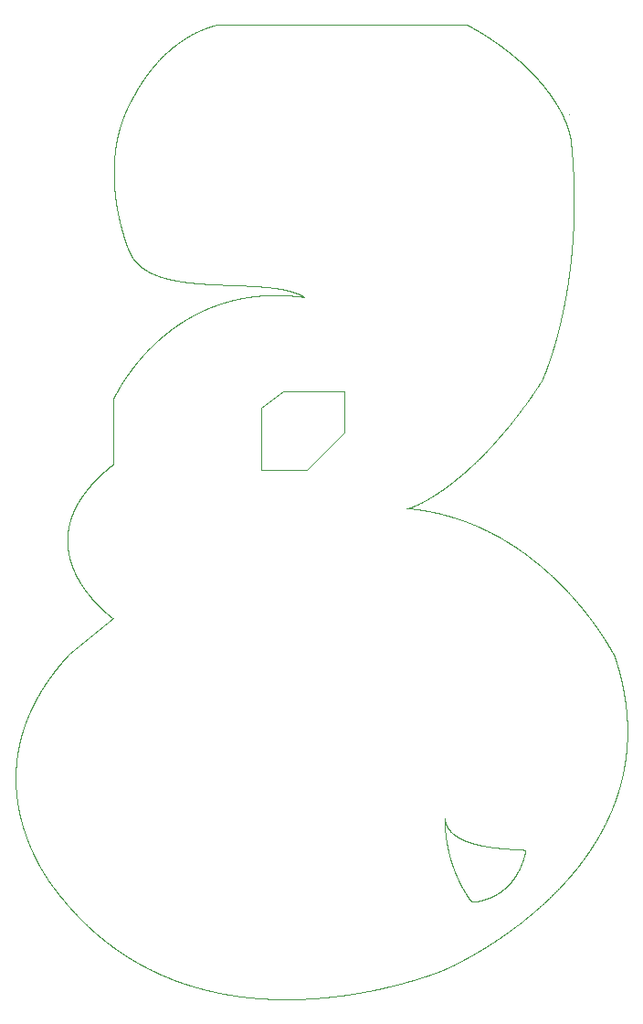
<source format=gbr>
%TF.GenerationSoftware,KiCad,Pcbnew,9.0.5*%
%TF.CreationDate,2025-10-14T17:54:41-04:00*%
%TF.ProjectId,week6,7765656b-362e-46b6-9963-61645f706362,rev?*%
%TF.SameCoordinates,Original*%
%TF.FileFunction,Profile,NP*%
%FSLAX46Y46*%
G04 Gerber Fmt 4.6, Leading zero omitted, Abs format (unit mm)*
G04 Created by KiCad (PCBNEW 9.0.5) date 2025-10-14 17:54:41*
%MOMM*%
%LPD*%
G01*
G04 APERTURE LIST*
%ADD10C,0.050000*%
%TA.AperFunction,Profile*%
%ADD11C,0.050000*%
%TD*%
G04 APERTURE END LIST*
D10*
X128250000Y-63000000D02*
X128253315Y-63007847D01*
X128256645Y-63015679D01*
X128259993Y-63023501D01*
X128263356Y-63031308D01*
X128266736Y-63039104D01*
X128270132Y-63046886D01*
X128273544Y-63054657D01*
X128276973Y-63062414D01*
X128280418Y-63070159D01*
X128283879Y-63077891D01*
X128287357Y-63085612D01*
X128290851Y-63093319D01*
X128294361Y-63101015D01*
X128297888Y-63108698D01*
X128301431Y-63116369D01*
X128304990Y-63124027D01*
X128312158Y-63139306D01*
X128319391Y-63154538D01*
X128326689Y-63169720D01*
X128334053Y-63184855D01*
X128341483Y-63199941D01*
X128348978Y-63214979D01*
X128356539Y-63229970D01*
X128364165Y-63244914D01*
X128371857Y-63259810D01*
X128379615Y-63274660D01*
X128387439Y-63289463D01*
X128395328Y-63304220D01*
X128403284Y-63318930D01*
X128411305Y-63333595D01*
X128419393Y-63348214D01*
X128427547Y-63362787D01*
X128435767Y-63377316D01*
X128444054Y-63391799D01*
X128452407Y-63406237D01*
X128460827Y-63420631D01*
X128469313Y-63434981D01*
X128477866Y-63449286D01*
X128486486Y-63463548D01*
X128495173Y-63477765D01*
X128503927Y-63491939D01*
X128512749Y-63506070D01*
X128521637Y-63520158D01*
X128530593Y-63534203D01*
X128539617Y-63548205D01*
X128548708Y-63562165D01*
X128557868Y-63576082D01*
X128567095Y-63589958D01*
X128576390Y-63603791D01*
X128585754Y-63617583D01*
X128595186Y-63631333D01*
X128604687Y-63645042D01*
X128614256Y-63658709D01*
X128623894Y-63672336D01*
X128633602Y-63685922D01*
X128643378Y-63699467D01*
X128653224Y-63712972D01*
X128663140Y-63726436D01*
X128673125Y-63739861D01*
X128683180Y-63753245D01*
X128693306Y-63766590D01*
X128703502Y-63779895D01*
X128713768Y-63793161D01*
X128724105Y-63806387D01*
X128734513Y-63819574D01*
X128744991Y-63832723D01*
X128755542Y-63845832D01*
X128766164Y-63858903D01*
X128776857Y-63871936D01*
X128787623Y-63884930D01*
X128798460Y-63897886D01*
X128809370Y-63910803D01*
X128820353Y-63923683D01*
X128831409Y-63936526D01*
X128842537Y-63949330D01*
X128853739Y-63962097D01*
X128865015Y-63974827D01*
X128876365Y-63987519D01*
X128887788Y-64000175D01*
X128899286Y-64012793D01*
X128910859Y-64025375D01*
X128922506Y-64037920D01*
X128934228Y-64050428D01*
X128946026Y-64062900D01*
X128957900Y-64075335D01*
X128969850Y-64087734D01*
X128981875Y-64100097D01*
X128993978Y-64112424D01*
X129006157Y-64124716D01*
X129018413Y-64136971D01*
X129030746Y-64149191D01*
X129043158Y-64161375D01*
X129055647Y-64173523D01*
X129068214Y-64185637D01*
X129080861Y-64197715D01*
X129093586Y-64209757D01*
X129106390Y-64221765D01*
X129119274Y-64233738D01*
X129132237Y-64245675D01*
X129145281Y-64257578D01*
X129158406Y-64269446D01*
X129171611Y-64281280D01*
X129184898Y-64293078D01*
X129198266Y-64304843D01*
X129211716Y-64316573D01*
X129225248Y-64328268D01*
X129238863Y-64339929D01*
X129252561Y-64351556D01*
X129266342Y-64363149D01*
X129280207Y-64374708D01*
X129294156Y-64386233D01*
X129308189Y-64397723D01*
X129322307Y-64409180D01*
X129336510Y-64420603D01*
X129350799Y-64431993D01*
X129365174Y-64443348D01*
X129379635Y-64454670D01*
X129394183Y-64465958D01*
X129408818Y-64477213D01*
X129423541Y-64488434D01*
X129438351Y-64499621D01*
X129453250Y-64510775D01*
X129468238Y-64521896D01*
X129483315Y-64532983D01*
X129498482Y-64544037D01*
X129513738Y-64555058D01*
X129529086Y-64566045D01*
X129544524Y-64576999D01*
X129560053Y-64587920D01*
X129575674Y-64598808D01*
X129591388Y-64609662D01*
X129607194Y-64620484D01*
X129623093Y-64631272D01*
X129639086Y-64642027D01*
X129655174Y-64652749D01*
X129671355Y-64663438D01*
X129687632Y-64674094D01*
X129704004Y-64684717D01*
X129720472Y-64695307D01*
X129737037Y-64705863D01*
X129753698Y-64716387D01*
X129770458Y-64726878D01*
X129787315Y-64737336D01*
X129804270Y-64747760D01*
X129821325Y-64758152D01*
X129838479Y-64768511D01*
X129855732Y-64778837D01*
X129873087Y-64789129D01*
X129890543Y-64799389D01*
X129908100Y-64809615D01*
X129925759Y-64819809D01*
X129943521Y-64829969D01*
X129961386Y-64840097D01*
X129979355Y-64850191D01*
X129997428Y-64860252D01*
X130015606Y-64870280D01*
X130033890Y-64880275D01*
X130052279Y-64890237D01*
X130070775Y-64900165D01*
X130089378Y-64910060D01*
X130108090Y-64919922D01*
X130126909Y-64929751D01*
X130145837Y-64939547D01*
X130164875Y-64949309D01*
X130184023Y-64959037D01*
X130203282Y-64968733D01*
X130222652Y-64978395D01*
X130242134Y-64988023D01*
X130261729Y-64997618D01*
X130281437Y-65007179D01*
X130301260Y-65016707D01*
X130321196Y-65026201D01*
X130341248Y-65035661D01*
X130361416Y-65045088D01*
X130381700Y-65054481D01*
X130402102Y-65063840D01*
X130422621Y-65073165D01*
X130443259Y-65082456D01*
X130464017Y-65091714D01*
X130484894Y-65100937D01*
X130505892Y-65110126D01*
X130527012Y-65119281D01*
X130548254Y-65128402D01*
X130569618Y-65137488D01*
X130591106Y-65146541D01*
X130612719Y-65155558D01*
X130634457Y-65164542D01*
X130656320Y-65173491D01*
X130678310Y-65182405D01*
X130700428Y-65191285D01*
X130722674Y-65200130D01*
X130745048Y-65208941D01*
X130767553Y-65217716D01*
X130790188Y-65226457D01*
X130812955Y-65235162D01*
X130835853Y-65243833D01*
X130858885Y-65252468D01*
X130882051Y-65261069D01*
X130905352Y-65269634D01*
X130928788Y-65278164D01*
X130952360Y-65286658D01*
X130976071Y-65295117D01*
X130999919Y-65303541D01*
X131023906Y-65311928D01*
X131048034Y-65320280D01*
X131072303Y-65328597D01*
X131096714Y-65336877D01*
X131121267Y-65345122D01*
X131145965Y-65353330D01*
X131170807Y-65361502D01*
X131195795Y-65369639D01*
X131220930Y-65377739D01*
X131246213Y-65385802D01*
X131271645Y-65393829D01*
X131297226Y-65401820D01*
X131322959Y-65409774D01*
X131348843Y-65417691D01*
X131374881Y-65425572D01*
X131401073Y-65433416D01*
X131427420Y-65441223D01*
X131453923Y-65448992D01*
X131480584Y-65456725D01*
X131507404Y-65464420D01*
X131534383Y-65472079D01*
X131561524Y-65479699D01*
X131588827Y-65487283D01*
X131616293Y-65494828D01*
X131643924Y-65502337D01*
X131671721Y-65509807D01*
X131699685Y-65517240D01*
X131727818Y-65524634D01*
X131756120Y-65531991D01*
X131784594Y-65539310D01*
X131813241Y-65546590D01*
X131842061Y-65553832D01*
X131871056Y-65561036D01*
X131900229Y-65568201D01*
X131929579Y-65575328D01*
X131959109Y-65582416D01*
X131988821Y-65589466D01*
X132018715Y-65596477D01*
X132048793Y-65603449D01*
X132079058Y-65610382D01*
X132109509Y-65617276D01*
X132140150Y-65624130D01*
X132170981Y-65630946D01*
X132202005Y-65637722D01*
X132233224Y-65644459D01*
X132264638Y-65651157D01*
X132296250Y-65657815D01*
X132328061Y-65664433D01*
X132360074Y-65671011D01*
X132392290Y-65677550D01*
X132424712Y-65684049D01*
X132457341Y-65690508D01*
X132490179Y-65696927D01*
X132523228Y-65703306D01*
X132556491Y-65709645D01*
X132589970Y-65715944D01*
X132623667Y-65722202D01*
X132657584Y-65728420D01*
X132691723Y-65734597D01*
X132726088Y-65740734D01*
X132760679Y-65746831D01*
X132795501Y-65752886D01*
X132830554Y-65758902D01*
X132865843Y-65764876D01*
X132901369Y-65770810D01*
X132937135Y-65776702D01*
X132973145Y-65782554D01*
X133009401Y-65788365D01*
X133045905Y-65794135D01*
X133082662Y-65799864D01*
X133119674Y-65805552D01*
X133156944Y-65811199D01*
X133194476Y-65816805D01*
X133232273Y-65822369D01*
X133270339Y-65827893D01*
X133308676Y-65833375D01*
X133347290Y-65838816D01*
X133386183Y-65844216D01*
X133425360Y-65849574D01*
X133464825Y-65854892D01*
X133504581Y-65860168D01*
X133544634Y-65865403D01*
X133584987Y-65870596D01*
X133625646Y-65875749D01*
X133666615Y-65880860D01*
X133707899Y-65885930D01*
X133749503Y-65890959D01*
X133791433Y-65895948D01*
X133833694Y-65900895D01*
X133876291Y-65905801D01*
X133919232Y-65910666D01*
X133962521Y-65915491D01*
X134006166Y-65920275D01*
X134050173Y-65925018D01*
X134094549Y-65929721D01*
X134139301Y-65934384D01*
X134184437Y-65939006D01*
X134229965Y-65943588D01*
X134275893Y-65948131D01*
X134322230Y-65952633D01*
X134368984Y-65957096D01*
X134416166Y-65961520D01*
X134463786Y-65965905D01*
X134511853Y-65970251D01*
X134560379Y-65974558D01*
X134609376Y-65978828D01*
X134658856Y-65983059D01*
X134708831Y-65987253D01*
X134759316Y-65991409D01*
X134810324Y-65995529D01*
X134861872Y-65999612D01*
X134913975Y-66003659D01*
X134966652Y-66007671D01*
X135019919Y-66011648D01*
X135073798Y-66015591D01*
X135128310Y-66019500D01*
X135183476Y-66023377D01*
X135239321Y-66027221D01*
X135295872Y-66031035D01*
X135353156Y-66034818D01*
X135411205Y-66038571D01*
X135470051Y-66042297D01*
X135529731Y-66045996D01*
X135590284Y-66049669D01*
X135651753Y-66053318D01*
X135714186Y-66056945D01*
X135777635Y-66060551D01*
X135842159Y-66064139D01*
X135907823Y-66067711D01*
X135974698Y-66071270D01*
X136042869Y-66074818D01*
X136112426Y-66078358D01*
X136183478Y-66081896D01*
X136256146Y-66085435D01*
X136330572Y-66088980D01*
X136406923Y-66092538D01*
X136485399Y-66096116D01*
X136566237Y-66099722D01*
X136649731Y-66103369D01*
X136736244Y-66107068D01*
X136826242Y-66110839D01*
X136920333Y-66114702D01*
X137019347Y-66118690D01*
X137124459Y-66122846D01*
X137237450Y-66127236D01*
X137361258Y-66131971D01*
X137501451Y-66137258D01*
X137671533Y-66143602D01*
X137795311Y-66148194D01*
X137922422Y-66152911D01*
X138049316Y-66157639D01*
X138175971Y-66162397D01*
X138302361Y-66167204D01*
X138365449Y-66169632D01*
X138428463Y-66172079D01*
X138491398Y-66174547D01*
X138554253Y-66177040D01*
X138617024Y-66179558D01*
X138679708Y-66182105D01*
X138742302Y-66184683D01*
X138804803Y-66187293D01*
X138867208Y-66189940D01*
X138929515Y-66192624D01*
X138991720Y-66195349D01*
X139053819Y-66198115D01*
X139115811Y-66200927D01*
X139177693Y-66203786D01*
X139239460Y-66206694D01*
X139301111Y-66209655D01*
X139362642Y-66212669D01*
X139424051Y-66215740D01*
X139485334Y-66218869D01*
X139546488Y-66222060D01*
X139607510Y-66225314D01*
X139668398Y-66228634D01*
X139729148Y-66232022D01*
X139759471Y-66233743D01*
X139789758Y-66235481D01*
X139820009Y-66237237D01*
X139850224Y-66239012D01*
X139880402Y-66240806D01*
X139910543Y-66242619D01*
X139940647Y-66244451D01*
X139970713Y-66246303D01*
X140000741Y-66248175D01*
X140030731Y-66250067D01*
X140060681Y-66251979D01*
X140090593Y-66253912D01*
X140120464Y-66255867D01*
X140150296Y-66257843D01*
X140180087Y-66259840D01*
X140209838Y-66261860D01*
X140239548Y-66263902D01*
X140269216Y-66265966D01*
X140298842Y-66268053D01*
X140328426Y-66270163D01*
X140357967Y-66272297D01*
X140387465Y-66274455D01*
X140416920Y-66276636D01*
X140446332Y-66278842D01*
X140475699Y-66281073D01*
X140505021Y-66283328D01*
X140534299Y-66285609D01*
X140563532Y-66287915D01*
X140592719Y-66290247D01*
X140621860Y-66292604D01*
X140650955Y-66294989D01*
X140680003Y-66297400D01*
X140709004Y-66299837D01*
X140737957Y-66302302D01*
X140766863Y-66304795D01*
X140795721Y-66307315D01*
X140824530Y-66309864D01*
X140853289Y-66312441D01*
X140882000Y-66315046D01*
X140910661Y-66317681D01*
X140939272Y-66320344D01*
X140967833Y-66323038D01*
X140996342Y-66325761D01*
X141024801Y-66328514D01*
X141053208Y-66331298D01*
X141081563Y-66334113D01*
X141109865Y-66336958D01*
X141138115Y-66339835D01*
X141166312Y-66342743D01*
X141194456Y-66345684D01*
X141222546Y-66348656D01*
X141250581Y-66351661D01*
X141278562Y-66354699D01*
X141306489Y-66357769D01*
X141334359Y-66360874D01*
X141362175Y-66364011D01*
X141389934Y-66367183D01*
X141417637Y-66370389D01*
X141445283Y-66373629D01*
X141472872Y-66376904D01*
X141500403Y-66380215D01*
X141527876Y-66383560D01*
X141555292Y-66386942D01*
X141582648Y-66390359D01*
X141609946Y-66393813D01*
X141637184Y-66397303D01*
X141664362Y-66400830D01*
X141691481Y-66404394D01*
X141718538Y-66407995D01*
X141745535Y-66411634D01*
X141772471Y-66415312D01*
X141799345Y-66419027D01*
X141826157Y-66422781D01*
X141852907Y-66426574D01*
X141879594Y-66430407D01*
X141906217Y-66434278D01*
X141932778Y-66438190D01*
X141959274Y-66442141D01*
X141985707Y-66446133D01*
X142012074Y-66450165D01*
X142038377Y-66454238D01*
X142064614Y-66458353D01*
X142090786Y-66462509D01*
X142116891Y-66466707D01*
X142142930Y-66470947D01*
X142168902Y-66475229D01*
X142194807Y-66479554D01*
X142220645Y-66483922D01*
X142246414Y-66488333D01*
X142272115Y-66492788D01*
X142297748Y-66497286D01*
X142323311Y-66501829D01*
X142348805Y-66506416D01*
X142374229Y-66511047D01*
X142399583Y-66515724D01*
X142424866Y-66520446D01*
X142450078Y-66525214D01*
X142475219Y-66530027D01*
X142500289Y-66534887D01*
X142525286Y-66539793D01*
X142550211Y-66544746D01*
X142575063Y-66549746D01*
X142599842Y-66554793D01*
X142624547Y-66559888D01*
X142649178Y-66565031D01*
X142673735Y-66570222D01*
X142698218Y-66575461D01*
X142722625Y-66580749D01*
X142746957Y-66586086D01*
X142771213Y-66591473D01*
X142795393Y-66596909D01*
X142819497Y-66602396D01*
X142843523Y-66607932D01*
X142867472Y-66613519D01*
X142891344Y-66619157D01*
X142915138Y-66624846D01*
X142938853Y-66630586D01*
X142962489Y-66636378D01*
X142986046Y-66642223D01*
X143009524Y-66648119D01*
X143032922Y-66654068D01*
X143056240Y-66660070D01*
X143079476Y-66666124D01*
X143102632Y-66672233D01*
X143125707Y-66678395D01*
X143148700Y-66684611D01*
X143171610Y-66690881D01*
X143194439Y-66697207D01*
X143217184Y-66703586D01*
X143239846Y-66710022D01*
X143262424Y-66716512D01*
X143284919Y-66723059D01*
X143307329Y-66729661D01*
X143329654Y-66736320D01*
X143351894Y-66743035D01*
X143374049Y-66749808D01*
X143385094Y-66753215D01*
X143396118Y-66756637D01*
X143407120Y-66760074D01*
X143418101Y-66763525D01*
X143429059Y-66766990D01*
X143439997Y-66770470D01*
X143450912Y-66773964D01*
X143461806Y-66777473D01*
X143472677Y-66780996D01*
X143483527Y-66784534D01*
X143494355Y-66788087D01*
X143505161Y-66791654D01*
X143515945Y-66795237D01*
X143526707Y-66798834D01*
X143537447Y-66802445D01*
X143548165Y-66806072D01*
X143558860Y-66809713D01*
X143569533Y-66813370D01*
X143580184Y-66817041D01*
X143590813Y-66820728D01*
X143601419Y-66824429D01*
X143612002Y-66828146D01*
X143622564Y-66831877D01*
X143633102Y-66835624D01*
X143643618Y-66839386D01*
X143654112Y-66843163D01*
X143664583Y-66846956D01*
X143675031Y-66850763D01*
X143685456Y-66854586D01*
X143695858Y-66858425D01*
X143706238Y-66862279D01*
X143716595Y-66866148D01*
X143726928Y-66870033D01*
X143737239Y-66873933D01*
X143747527Y-66877849D01*
X143757791Y-66881780D01*
X143768033Y-66885727D01*
X143778251Y-66889690D01*
X143788446Y-66893668D01*
X143798618Y-66897662D01*
X143808766Y-66901672D01*
X143818891Y-66905697D01*
X143828993Y-66909739D01*
X143839071Y-66913796D01*
X143849125Y-66917870D01*
X143859156Y-66921959D01*
X143869164Y-66926064D01*
X143879148Y-66930185D01*
X143889108Y-66934322D01*
X143899044Y-66938476D01*
X143908957Y-66942645D01*
X143918845Y-66946831D01*
X143928710Y-66951033D01*
X143938551Y-66955251D01*
X143948368Y-66959485D01*
X143958161Y-66963736D01*
X143967930Y-66968003D01*
X143977674Y-66972286D01*
X143987395Y-66976586D01*
X143997091Y-66980902D01*
X144006763Y-66985235D01*
X144016411Y-66989584D01*
X144026034Y-66993950D01*
X144035633Y-66998332D01*
X144045208Y-67002731D01*
X144054758Y-67007147D01*
X144064283Y-67011580D01*
X144073784Y-67016029D01*
X144083261Y-67020495D01*
X144092712Y-67024978D01*
X144102139Y-67029477D01*
X144111541Y-67033994D01*
X144120918Y-67038527D01*
X144130271Y-67043078D01*
X144139598Y-67047645D01*
X144148901Y-67052230D01*
X144158178Y-67056832D01*
X144167431Y-67061450D01*
X144176658Y-67066086D01*
X144185860Y-67070739D01*
X144195037Y-67075409D01*
X144204189Y-67080097D01*
X144213316Y-67084802D01*
X144222417Y-67089524D01*
X144231493Y-67094263D01*
X144240543Y-67099020D01*
X144249568Y-67103794D01*
X144258567Y-67108586D01*
X144267541Y-67113396D01*
X144276489Y-67118223D01*
X144285412Y-67123067D01*
X144294309Y-67127929D01*
X144303180Y-67132809D01*
X144312025Y-67137706D01*
X144320845Y-67142621D01*
X144329638Y-67147554D01*
X144338406Y-67152505D01*
X144347147Y-67157474D01*
X144355863Y-67162460D01*
X144364552Y-67167464D01*
X144373216Y-67172487D01*
X144381853Y-67177527D01*
X144390464Y-67182585D01*
X144399049Y-67187662D01*
X144407607Y-67192756D01*
X144416139Y-67197869D01*
X144424645Y-67203000D01*
X144433124Y-67208149D01*
X144441577Y-67213316D01*
X144450003Y-67218501D01*
X144458403Y-67223705D01*
X144466776Y-67228927D01*
X144475122Y-67234168D01*
X144483441Y-67239427D01*
X144491734Y-67244704D01*
X144500000Y-67250000D01*
X128750000Y-48500000D02*
X128733682Y-48526593D01*
X128717433Y-48553227D01*
X128701253Y-48579901D01*
X128685141Y-48606615D01*
X128669099Y-48633370D01*
X128653126Y-48660166D01*
X128637221Y-48687002D01*
X128621385Y-48713878D01*
X128605619Y-48740796D01*
X128589920Y-48767754D01*
X128574291Y-48794753D01*
X128558730Y-48821792D01*
X128543238Y-48848873D01*
X128527815Y-48875995D01*
X128512460Y-48903157D01*
X128497174Y-48930361D01*
X128481956Y-48957606D01*
X128466807Y-48984892D01*
X128451727Y-49012219D01*
X128436715Y-49039588D01*
X128421771Y-49066998D01*
X128406896Y-49094449D01*
X128392089Y-49121942D01*
X128377351Y-49149476D01*
X128362681Y-49177052D01*
X128348080Y-49204670D01*
X128333546Y-49232329D01*
X128319082Y-49260030D01*
X128304685Y-49287773D01*
X128290357Y-49315557D01*
X128276097Y-49343384D01*
X128261906Y-49371253D01*
X128247782Y-49399163D01*
X128233727Y-49427116D01*
X128219741Y-49455111D01*
X128205822Y-49483148D01*
X128191972Y-49511228D01*
X128178190Y-49539349D01*
X128164476Y-49567513D01*
X128150830Y-49595720D01*
X128137253Y-49623969D01*
X128123744Y-49652261D01*
X128110303Y-49680596D01*
X128096930Y-49708973D01*
X128083626Y-49737393D01*
X128070389Y-49765855D01*
X128057221Y-49794361D01*
X128044121Y-49822909D01*
X128031089Y-49851501D01*
X128018126Y-49880136D01*
X128005230Y-49908813D01*
X127992403Y-49937534D01*
X127979644Y-49966298D01*
X127966954Y-49995106D01*
X127954331Y-50023957D01*
X127941777Y-50052851D01*
X127929291Y-50081789D01*
X127916873Y-50110770D01*
X127904524Y-50139795D01*
X127892242Y-50168864D01*
X127880029Y-50197976D01*
X127867885Y-50227133D01*
X127855808Y-50256333D01*
X127843800Y-50285577D01*
X127831861Y-50314865D01*
X127819989Y-50344197D01*
X127808186Y-50373573D01*
X127796452Y-50402993D01*
X127784786Y-50432458D01*
X127773188Y-50461967D01*
X127761658Y-50491520D01*
X127750197Y-50521118D01*
X127738805Y-50550760D01*
X127727481Y-50580447D01*
X127716226Y-50610178D01*
X127705039Y-50639954D01*
X127693921Y-50669774D01*
X127682871Y-50699640D01*
X127671890Y-50729550D01*
X127660977Y-50759505D01*
X127650134Y-50789506D01*
X127639359Y-50819551D01*
X127628652Y-50849641D01*
X127618015Y-50879776D01*
X127607446Y-50909957D01*
X127596946Y-50940183D01*
X127586515Y-50970454D01*
X127576153Y-51000771D01*
X127565860Y-51031133D01*
X127555635Y-51061540D01*
X127545480Y-51091994D01*
X127535394Y-51122492D01*
X127525377Y-51153037D01*
X127515429Y-51183627D01*
X127505550Y-51214263D01*
X127495740Y-51244945D01*
X127485999Y-51275672D01*
X127476328Y-51306446D01*
X127466726Y-51337266D01*
X127457193Y-51368132D01*
X127447730Y-51399044D01*
X127438336Y-51430002D01*
X127429012Y-51461006D01*
X127419757Y-51492057D01*
X127410572Y-51523154D01*
X127401456Y-51554298D01*
X127392410Y-51585487D01*
X127383434Y-51616724D01*
X127374527Y-51648007D01*
X127365691Y-51679337D01*
X127356924Y-51710713D01*
X127348227Y-51742136D01*
X127339600Y-51773606D01*
X127331043Y-51805123D01*
X127322556Y-51836687D01*
X127314139Y-51868298D01*
X127305793Y-51899955D01*
X127297516Y-51931660D01*
X127289310Y-51963412D01*
X127281175Y-51995211D01*
X127273109Y-52027057D01*
X127265115Y-52058950D01*
X127257190Y-52090891D01*
X127249336Y-52122879D01*
X127241553Y-52154915D01*
X127233841Y-52186998D01*
X127226199Y-52219128D01*
X127218629Y-52251306D01*
X127211129Y-52283532D01*
X127203700Y-52315805D01*
X127196342Y-52348126D01*
X127189055Y-52380494D01*
X127181840Y-52412911D01*
X127174695Y-52445375D01*
X127167622Y-52477887D01*
X127160620Y-52510447D01*
X127153690Y-52543054D01*
X127146831Y-52575710D01*
X127140044Y-52608414D01*
X127133328Y-52641165D01*
X127126684Y-52673965D01*
X127120112Y-52706813D01*
X127113612Y-52739709D01*
X127107183Y-52772654D01*
X127100827Y-52805646D01*
X127094543Y-52838687D01*
X127088330Y-52871776D01*
X127082190Y-52904913D01*
X127076123Y-52938099D01*
X127070128Y-52971333D01*
X127064205Y-53004616D01*
X127058354Y-53037947D01*
X127052577Y-53071326D01*
X127046872Y-53104754D01*
X127041240Y-53138231D01*
X127035680Y-53171756D01*
X127030194Y-53205329D01*
X127024781Y-53238951D01*
X127019440Y-53272622D01*
X127014173Y-53306342D01*
X127008979Y-53340110D01*
X127003859Y-53373926D01*
X126998812Y-53407792D01*
X126993838Y-53441706D01*
X126988938Y-53475669D01*
X126984112Y-53509681D01*
X126979359Y-53543741D01*
X126974681Y-53577851D01*
X126970076Y-53612009D01*
X126965546Y-53646215D01*
X126961089Y-53680471D01*
X126956707Y-53714776D01*
X126952399Y-53749129D01*
X126948165Y-53783531D01*
X126944006Y-53817982D01*
X126939921Y-53852482D01*
X126935912Y-53887030D01*
X126931976Y-53921628D01*
X126928116Y-53956274D01*
X126924331Y-53990969D01*
X126920620Y-54025713D01*
X126916985Y-54060506D01*
X126913425Y-54095348D01*
X126909941Y-54130238D01*
X126906531Y-54165178D01*
X126903198Y-54200166D01*
X126899940Y-54235203D01*
X126896757Y-54270288D01*
X126893650Y-54305423D01*
X126890620Y-54340606D01*
X126887665Y-54375838D01*
X126884786Y-54411118D01*
X126881984Y-54446448D01*
X126879257Y-54481826D01*
X126876607Y-54517252D01*
X126874034Y-54552727D01*
X126871537Y-54588251D01*
X126869117Y-54623823D01*
X126866773Y-54659444D01*
X126864507Y-54695113D01*
X126862317Y-54730831D01*
X126860204Y-54766597D01*
X126858169Y-54802412D01*
X126856211Y-54838274D01*
X126854330Y-54874185D01*
X126852527Y-54910145D01*
X126850801Y-54946152D01*
X126849153Y-54982208D01*
X126847582Y-55018311D01*
X126846090Y-55054463D01*
X126844675Y-55090662D01*
X126843339Y-55126910D01*
X126842080Y-55163205D01*
X126840900Y-55199548D01*
X126839798Y-55235939D01*
X126838775Y-55272378D01*
X126837830Y-55308864D01*
X126836964Y-55345397D01*
X126836177Y-55381978D01*
X126835469Y-55418606D01*
X126834839Y-55455281D01*
X126834289Y-55492004D01*
X126833817Y-55528774D01*
X126833425Y-55565590D01*
X126833113Y-55602454D01*
X126832879Y-55639364D01*
X126832726Y-55676321D01*
X126832652Y-55713325D01*
X126832658Y-55750375D01*
X126832743Y-55787471D01*
X126832909Y-55824614D01*
X126833155Y-55861803D01*
X126833481Y-55899037D01*
X126833887Y-55936318D01*
X126834373Y-55973645D01*
X126834940Y-56011017D01*
X126835587Y-56048434D01*
X126836315Y-56085897D01*
X126837124Y-56123405D01*
X126838014Y-56160959D01*
X126838985Y-56198557D01*
X126840036Y-56236200D01*
X126841169Y-56273888D01*
X126842383Y-56311620D01*
X126843678Y-56349396D01*
X126845055Y-56387217D01*
X126846513Y-56425082D01*
X126848052Y-56462990D01*
X126849674Y-56500942D01*
X126851377Y-56538937D01*
X126853162Y-56576976D01*
X126855029Y-56615058D01*
X126856978Y-56653182D01*
X126859009Y-56691349D01*
X126861122Y-56729559D01*
X126863318Y-56767811D01*
X126865596Y-56806105D01*
X126867956Y-56844440D01*
X126870399Y-56882818D01*
X126872924Y-56921236D01*
X126875533Y-56959696D01*
X126878224Y-56998196D01*
X126880997Y-57036737D01*
X126883854Y-57075319D01*
X126886794Y-57113940D01*
X126889817Y-57152601D01*
X126892923Y-57191302D01*
X126896112Y-57230042D01*
X126899384Y-57268821D01*
X126902740Y-57307639D01*
X126906179Y-57346495D01*
X126909702Y-57385389D01*
X126913308Y-57424321D01*
X126916998Y-57463290D01*
X126920772Y-57502296D01*
X126924629Y-57541339D01*
X126928570Y-57580419D01*
X126932595Y-57619534D01*
X126936703Y-57658686D01*
X126940896Y-57697873D01*
X126945173Y-57737094D01*
X126949534Y-57776351D01*
X126953978Y-57815641D01*
X126958507Y-57854965D01*
X126963120Y-57894323D01*
X126967818Y-57933714D01*
X126972599Y-57973137D01*
X126977465Y-58012593D01*
X126982415Y-58052080D01*
X126987449Y-58091598D01*
X126992568Y-58131147D01*
X126997771Y-58170727D01*
X127003058Y-58210336D01*
X127008430Y-58249975D01*
X127013886Y-58289642D01*
X127019427Y-58329338D01*
X127025052Y-58369061D01*
X127030761Y-58408812D01*
X127036555Y-58448590D01*
X127042433Y-58488393D01*
X127048396Y-58528222D01*
X127054443Y-58568076D01*
X127060574Y-58607955D01*
X127066789Y-58647857D01*
X127073089Y-58687782D01*
X127079473Y-58727730D01*
X127085942Y-58767700D01*
X127092494Y-58807690D01*
X127099131Y-58847702D01*
X127105852Y-58887733D01*
X127112657Y-58927783D01*
X127119546Y-58967851D01*
X127126518Y-59007937D01*
X127133575Y-59048039D01*
X127140715Y-59088158D01*
X127147939Y-59128292D01*
X127155247Y-59168440D01*
X127162638Y-59208602D01*
X127170112Y-59248776D01*
X127177670Y-59288962D01*
X127185310Y-59329159D01*
X127193034Y-59369366D01*
X127200841Y-59409582D01*
X127208730Y-59449806D01*
X127216702Y-59490038D01*
X127224756Y-59530275D01*
X127232893Y-59570517D01*
X127241111Y-59610763D01*
X127249412Y-59651012D01*
X127257794Y-59691263D01*
X127266258Y-59731514D01*
X127274803Y-59771765D01*
X127283429Y-59812014D01*
X127292136Y-59852260D01*
X127300923Y-59892502D01*
X127309790Y-59932738D01*
X127318738Y-59972967D01*
X127327765Y-60013188D01*
X127336872Y-60053399D01*
X127346058Y-60093600D01*
X127355323Y-60133787D01*
X127364666Y-60173961D01*
X127374087Y-60214119D01*
X127383586Y-60254260D01*
X127393162Y-60294382D01*
X127402815Y-60334483D01*
X127412545Y-60374562D01*
X127422350Y-60414617D01*
X127432231Y-60454647D01*
X127442188Y-60494648D01*
X127452218Y-60534620D01*
X127462323Y-60574560D01*
X127472502Y-60614467D01*
X127482753Y-60654337D01*
X127493077Y-60694170D01*
X127503472Y-60733963D01*
X127513938Y-60773713D01*
X127524475Y-60813418D01*
X127535081Y-60853075D01*
X127545757Y-60892683D01*
X127556500Y-60932239D01*
X127567311Y-60971739D01*
X127578188Y-61011182D01*
X127589131Y-61050563D01*
X127600139Y-61089881D01*
X127611210Y-61129132D01*
X127622344Y-61168314D01*
X127633540Y-61207422D01*
X127644797Y-61246453D01*
X127656113Y-61285404D01*
X127667487Y-61324271D01*
X127678918Y-61363051D01*
X127690405Y-61401739D01*
X127701946Y-61440331D01*
X127713540Y-61478824D01*
X127725186Y-61517212D01*
X127736881Y-61555492D01*
X127748624Y-61593658D01*
X127760414Y-61631706D01*
X127772248Y-61669629D01*
X127784125Y-61707424D01*
X127796043Y-61745084D01*
X127807999Y-61782603D01*
X127819991Y-61819975D01*
X127832017Y-61857194D01*
X127844074Y-61894253D01*
X127856160Y-61931144D01*
X127868272Y-61967861D01*
X127880407Y-62004395D01*
X127892562Y-62040738D01*
X127904733Y-62076882D01*
X127916917Y-62112816D01*
X127929109Y-62148532D01*
X127941307Y-62184019D01*
X127953506Y-62219266D01*
X127965701Y-62254261D01*
X127977886Y-62288991D01*
X127990058Y-62323444D01*
X128002210Y-62357605D01*
X128014335Y-62391458D01*
X128026428Y-62424987D01*
X128038481Y-62458174D01*
X128050485Y-62491000D01*
X128062433Y-62523444D01*
X128074315Y-62555482D01*
X128086120Y-62587089D01*
X128097836Y-62618238D01*
X128109452Y-62648897D01*
X128120951Y-62679032D01*
X128132319Y-62708603D01*
X128143535Y-62737568D01*
X128154580Y-62765875D01*
X128165427Y-62793466D01*
X128176047Y-62820274D01*
X128186406Y-62846216D01*
X128196461Y-62871193D01*
X128206159Y-62895084D01*
X128215430Y-62917730D01*
X128224184Y-62938921D01*
X128232289Y-62958359D01*
X128239544Y-62975582D01*
X128245586Y-62989771D01*
X128250000Y-63000000D01*
X144500000Y-67250000D02*
X144479699Y-67247224D01*
X144459411Y-67244469D01*
X144439130Y-67241736D01*
X144418862Y-67239025D01*
X144398602Y-67236335D01*
X144378355Y-67233666D01*
X144358115Y-67231019D01*
X144337888Y-67228394D01*
X144317668Y-67225790D01*
X144297461Y-67223208D01*
X144277262Y-67220646D01*
X144257076Y-67218107D01*
X144236897Y-67215588D01*
X144216731Y-67213092D01*
X144196572Y-67210616D01*
X144176426Y-67208162D01*
X144156288Y-67205730D01*
X144136162Y-67203319D01*
X144116044Y-67200928D01*
X144095938Y-67198560D01*
X144075840Y-67196212D01*
X144055755Y-67193887D01*
X144035676Y-67191582D01*
X144015611Y-67189298D01*
X143995553Y-67187036D01*
X143975508Y-67184795D01*
X143955469Y-67182575D01*
X143935444Y-67180377D01*
X143915426Y-67178199D01*
X143895421Y-67176043D01*
X143875422Y-67173908D01*
X143855437Y-67171795D01*
X143835458Y-67169702D01*
X143815493Y-67167630D01*
X143795534Y-67165580D01*
X143775589Y-67163551D01*
X143755650Y-67161542D01*
X143735724Y-67159556D01*
X143715805Y-67157589D01*
X143695899Y-67155645D01*
X143676000Y-67153720D01*
X143656113Y-67151818D01*
X143636234Y-67149936D01*
X143616367Y-67148075D01*
X143596507Y-67146235D01*
X143576660Y-67144416D01*
X143556820Y-67142618D01*
X143536993Y-67140841D01*
X143517172Y-67139085D01*
X143497364Y-67137350D01*
X143477563Y-67135636D01*
X143457775Y-67133943D01*
X143437993Y-67132270D01*
X143418224Y-67130619D01*
X143398462Y-67128988D01*
X143378713Y-67127379D01*
X143358970Y-67125790D01*
X143339240Y-67124222D01*
X143319517Y-67122674D01*
X143299806Y-67121148D01*
X143280102Y-67119642D01*
X143260411Y-67118158D01*
X143240726Y-67116693D01*
X143221055Y-67115250D01*
X143201389Y-67113828D01*
X143181737Y-67112426D01*
X143162090Y-67111045D01*
X143142457Y-67109684D01*
X143122830Y-67108345D01*
X143103216Y-67107026D01*
X143064013Y-67104450D01*
X143024849Y-67101956D01*
X142985723Y-67099545D01*
X142946635Y-67097217D01*
X142907584Y-67094971D01*
X142868572Y-67092807D01*
X142829598Y-67090725D01*
X142790661Y-67088726D01*
X142751763Y-67086808D01*
X142712901Y-67084972D01*
X142674078Y-67083218D01*
X142635292Y-67081546D01*
X142596543Y-67079955D01*
X142557832Y-67078446D01*
X142519158Y-67077018D01*
X142480521Y-67075672D01*
X142441922Y-67074407D01*
X142403359Y-67073223D01*
X142364834Y-67072120D01*
X142326345Y-67071098D01*
X142287893Y-67070157D01*
X142249478Y-67069297D01*
X142211100Y-67068518D01*
X142172758Y-67067819D01*
X142134453Y-67067201D01*
X142096185Y-67066664D01*
X142057953Y-67066207D01*
X142019757Y-67065830D01*
X141981597Y-67065534D01*
X141943474Y-67065317D01*
X141905387Y-67065181D01*
X141867335Y-67065125D01*
X141829320Y-67065149D01*
X141791341Y-67065253D01*
X141753397Y-67065437D01*
X141715489Y-67065701D01*
X141677617Y-67066044D01*
X141639781Y-67066466D01*
X141601980Y-67066969D01*
X141564215Y-67067551D01*
X141526485Y-67068212D01*
X141488790Y-67068952D01*
X141451131Y-67069772D01*
X141413507Y-67070671D01*
X141375917Y-67071649D01*
X141338363Y-67072706D01*
X141300844Y-67073842D01*
X141263360Y-67075057D01*
X141225911Y-67076350D01*
X141188497Y-67077723D01*
X141151117Y-67079174D01*
X141113772Y-67080704D01*
X141076461Y-67082312D01*
X141039185Y-67083999D01*
X141001944Y-67085765D01*
X140964736Y-67087609D01*
X140927563Y-67089531D01*
X140890425Y-67091531D01*
X140853320Y-67093610D01*
X140816249Y-67095766D01*
X140779213Y-67098001D01*
X140742210Y-67100314D01*
X140705242Y-67102705D01*
X140668307Y-67105173D01*
X140631406Y-67107720D01*
X140594539Y-67110344D01*
X140557705Y-67113046D01*
X140520905Y-67115826D01*
X140484138Y-67118683D01*
X140447405Y-67121618D01*
X140410705Y-67124631D01*
X140374038Y-67127721D01*
X140337405Y-67130888D01*
X140300805Y-67134132D01*
X140264237Y-67137454D01*
X140227703Y-67140854D01*
X140191202Y-67144330D01*
X140154734Y-67147884D01*
X140118298Y-67151514D01*
X140081896Y-67155222D01*
X140045526Y-67159007D01*
X140009188Y-67162868D01*
X139972884Y-67166807D01*
X139936611Y-67170822D01*
X139900372Y-67174914D01*
X139864164Y-67179084D01*
X139827989Y-67183329D01*
X139791847Y-67187652D01*
X139755736Y-67192051D01*
X139719658Y-67196526D01*
X139683611Y-67201079D01*
X139647597Y-67205707D01*
X139611614Y-67210413D01*
X139575664Y-67215194D01*
X139539745Y-67220052D01*
X139503858Y-67224987D01*
X139468003Y-67229998D01*
X139432180Y-67235085D01*
X139396388Y-67240248D01*
X139360627Y-67245487D01*
X139324899Y-67250803D01*
X139289201Y-67256194D01*
X139253535Y-67261662D01*
X139217900Y-67267206D01*
X139182296Y-67272826D01*
X139146724Y-67278522D01*
X139111183Y-67284294D01*
X139075673Y-67290142D01*
X139040193Y-67296065D01*
X139004745Y-67302065D01*
X138969328Y-67308140D01*
X138933941Y-67314291D01*
X138898586Y-67320518D01*
X138863261Y-67326821D01*
X138827966Y-67333199D01*
X138792702Y-67339653D01*
X138757469Y-67346183D01*
X138722267Y-67352788D01*
X138687094Y-67359469D01*
X138651953Y-67366225D01*
X138616841Y-67373058D01*
X138581760Y-67379965D01*
X138546709Y-67386948D01*
X138511688Y-67394007D01*
X138476698Y-67401141D01*
X138441737Y-67408350D01*
X138406807Y-67415635D01*
X138371906Y-67422995D01*
X138337036Y-67430431D01*
X138302195Y-67437942D01*
X138267384Y-67445528D01*
X138232603Y-67453190D01*
X138197852Y-67460926D01*
X138163130Y-67468739D01*
X138128438Y-67476626D01*
X138093775Y-67484589D01*
X138059142Y-67492626D01*
X138024539Y-67500739D01*
X137989965Y-67508928D01*
X137955420Y-67517191D01*
X137920905Y-67525530D01*
X137886419Y-67533943D01*
X137851962Y-67542432D01*
X137817534Y-67550996D01*
X137783136Y-67559635D01*
X137748767Y-67568349D01*
X137714426Y-67577138D01*
X137680115Y-67586003D01*
X137645833Y-67594942D01*
X137611579Y-67603956D01*
X137577355Y-67613046D01*
X137543159Y-67622210D01*
X137508992Y-67631450D01*
X137474854Y-67640764D01*
X137440745Y-67650154D01*
X137406664Y-67659618D01*
X137372612Y-67669158D01*
X137338588Y-67678772D01*
X137304594Y-67688461D01*
X137270627Y-67698226D01*
X137236689Y-67708065D01*
X137202780Y-67717980D01*
X137168898Y-67727969D01*
X137135046Y-67738033D01*
X137101221Y-67748172D01*
X137067425Y-67758386D01*
X137033657Y-67768676D01*
X136999917Y-67779040D01*
X136966206Y-67789479D01*
X136932522Y-67799993D01*
X136898867Y-67810582D01*
X136865239Y-67821245D01*
X136831640Y-67831984D01*
X136798069Y-67842798D01*
X136764526Y-67853687D01*
X136731010Y-67864650D01*
X136697523Y-67875689D01*
X136664063Y-67886803D01*
X136630631Y-67897991D01*
X136597227Y-67909255D01*
X136563851Y-67920593D01*
X136530502Y-67932007D01*
X136497182Y-67943495D01*
X136463888Y-67955058D01*
X136430623Y-67966697D01*
X136397385Y-67978410D01*
X136364175Y-67990199D01*
X136330992Y-68002062D01*
X136297837Y-68014001D01*
X136264709Y-68026014D01*
X136231609Y-68038103D01*
X136198536Y-68050266D01*
X136165491Y-68062505D01*
X136132473Y-68074818D01*
X136099483Y-68087207D01*
X136066520Y-68099671D01*
X136033584Y-68112210D01*
X136000675Y-68124824D01*
X135967794Y-68137513D01*
X135934940Y-68150278D01*
X135902114Y-68163117D01*
X135869314Y-68176032D01*
X135836542Y-68189021D01*
X135803797Y-68202086D01*
X135771079Y-68215227D01*
X135738389Y-68228442D01*
X135705725Y-68241732D01*
X135673089Y-68255098D01*
X135640479Y-68268539D01*
X135607897Y-68282056D01*
X135575342Y-68295647D01*
X135542814Y-68309314D01*
X135510313Y-68323056D01*
X135477839Y-68336874D01*
X135445392Y-68350767D01*
X135412972Y-68364735D01*
X135380579Y-68378778D01*
X135348213Y-68392897D01*
X135315874Y-68407092D01*
X135283562Y-68421362D01*
X135251277Y-68435707D01*
X135219019Y-68450128D01*
X135186788Y-68464624D01*
X135154584Y-68479196D01*
X135122407Y-68493843D01*
X135090256Y-68508566D01*
X135058133Y-68523364D01*
X135026036Y-68538238D01*
X134993967Y-68553187D01*
X134961924Y-68568213D01*
X134929908Y-68583313D01*
X134897919Y-68598490D01*
X134865957Y-68613742D01*
X134834022Y-68629070D01*
X134802114Y-68644473D01*
X134770233Y-68659953D01*
X134738378Y-68675508D01*
X134706551Y-68691138D01*
X134674750Y-68706845D01*
X134642977Y-68722627D01*
X134611230Y-68738486D01*
X134579510Y-68754420D01*
X134547817Y-68770430D01*
X134516151Y-68786516D01*
X134484512Y-68802678D01*
X134452900Y-68818915D01*
X134421315Y-68835229D01*
X134389757Y-68851619D01*
X134358226Y-68868085D01*
X134326722Y-68884627D01*
X134295245Y-68901245D01*
X134263795Y-68917939D01*
X134232371Y-68934709D01*
X134200975Y-68951555D01*
X134169606Y-68968478D01*
X134138264Y-68985476D01*
X134106950Y-69002551D01*
X134075662Y-69019702D01*
X134044401Y-69036929D01*
X134013168Y-69054233D01*
X133981961Y-69071613D01*
X133950782Y-69089069D01*
X133919630Y-69106601D01*
X133888506Y-69124210D01*
X133857408Y-69141895D01*
X133826338Y-69159657D01*
X133795295Y-69177495D01*
X133764280Y-69195409D01*
X133733292Y-69213400D01*
X133702331Y-69231468D01*
X133671397Y-69249612D01*
X133640491Y-69267832D01*
X133609613Y-69286129D01*
X133578762Y-69304503D01*
X133547938Y-69322953D01*
X133517143Y-69341480D01*
X133486374Y-69360083D01*
X133455634Y-69378763D01*
X133424921Y-69397520D01*
X133394235Y-69416353D01*
X133363578Y-69435263D01*
X133332948Y-69454250D01*
X133302346Y-69473314D01*
X133271772Y-69492454D01*
X133241226Y-69511671D01*
X133210708Y-69530965D01*
X133180217Y-69550336D01*
X133149755Y-69569783D01*
X133119321Y-69589308D01*
X133088915Y-69608909D01*
X133058537Y-69628587D01*
X133028188Y-69648342D01*
X132997867Y-69668174D01*
X132967574Y-69688083D01*
X132937309Y-69708069D01*
X132907073Y-69728132D01*
X132876865Y-69748272D01*
X132846686Y-69768488D01*
X132816535Y-69788782D01*
X132786414Y-69809153D01*
X132756320Y-69829601D01*
X132726256Y-69850125D01*
X132696220Y-69870727D01*
X132666214Y-69891406D01*
X132636236Y-69912162D01*
X132606287Y-69932995D01*
X132576368Y-69953905D01*
X132546477Y-69974892D01*
X132516616Y-69995956D01*
X132486784Y-70017097D01*
X132456982Y-70038316D01*
X132427209Y-70059611D01*
X132397465Y-70080984D01*
X132367751Y-70102433D01*
X132338067Y-70123960D01*
X132308412Y-70145564D01*
X132278787Y-70167245D01*
X132249193Y-70189003D01*
X132219628Y-70210838D01*
X132190093Y-70232750D01*
X132160588Y-70254740D01*
X132131114Y-70276806D01*
X132101670Y-70298949D01*
X132072256Y-70321170D01*
X132042872Y-70343468D01*
X132013520Y-70365842D01*
X131984198Y-70388294D01*
X131954907Y-70410823D01*
X131925646Y-70433428D01*
X131896417Y-70456111D01*
X131867218Y-70478871D01*
X131838051Y-70501707D01*
X131808915Y-70524621D01*
X131779811Y-70547612D01*
X131750738Y-70570679D01*
X131721696Y-70593824D01*
X131692686Y-70617045D01*
X131663708Y-70640343D01*
X131634762Y-70663718D01*
X131605848Y-70687170D01*
X131576966Y-70710698D01*
X131548116Y-70734303D01*
X131519298Y-70757985D01*
X131490513Y-70781744D01*
X131461761Y-70805579D01*
X131433041Y-70829491D01*
X131404354Y-70853480D01*
X131375701Y-70877545D01*
X131347080Y-70901686D01*
X131318492Y-70925904D01*
X131289938Y-70950198D01*
X131261417Y-70974569D01*
X131232930Y-70999016D01*
X131204477Y-71023539D01*
X131176057Y-71048138D01*
X131147672Y-71072814D01*
X131119321Y-71097565D01*
X131091004Y-71122393D01*
X131062721Y-71147296D01*
X131034473Y-71172276D01*
X131006260Y-71197331D01*
X130978082Y-71222462D01*
X130949939Y-71247669D01*
X130921831Y-71272951D01*
X130893759Y-71298309D01*
X130865722Y-71323743D01*
X130837721Y-71349251D01*
X130809756Y-71374835D01*
X130781827Y-71400495D01*
X130753934Y-71426229D01*
X130726077Y-71452039D01*
X130698257Y-71477923D01*
X130670474Y-71503882D01*
X130642728Y-71529916D01*
X130615018Y-71556025D01*
X130587347Y-71582208D01*
X130559712Y-71608465D01*
X130532115Y-71634797D01*
X130504557Y-71661203D01*
X130477036Y-71687683D01*
X130449553Y-71714238D01*
X130422109Y-71740865D01*
X130394704Y-71767567D01*
X130367337Y-71794342D01*
X130340010Y-71821191D01*
X130312722Y-71848113D01*
X130285473Y-71875108D01*
X130258264Y-71902176D01*
X130231095Y-71929317D01*
X130203966Y-71956530D01*
X130176878Y-71983816D01*
X130149830Y-72011175D01*
X130122823Y-72038605D01*
X130095857Y-72066108D01*
X130068933Y-72093682D01*
X130042050Y-72121328D01*
X130015209Y-72149046D01*
X129988410Y-72176834D01*
X129961653Y-72204694D01*
X129934939Y-72232625D01*
X129908268Y-72260626D01*
X129881640Y-72288698D01*
X129855055Y-72316840D01*
X129828514Y-72345052D01*
X129802016Y-72373334D01*
X129775563Y-72401685D01*
X129749155Y-72430105D01*
X129722791Y-72458595D01*
X129696472Y-72487153D01*
X129670199Y-72515780D01*
X129643971Y-72544475D01*
X129617790Y-72573238D01*
X129591654Y-72602068D01*
X129565565Y-72630967D01*
X129539523Y-72659932D01*
X129513529Y-72688964D01*
X129487581Y-72718062D01*
X129461682Y-72747227D01*
X129435831Y-72776457D01*
X129410028Y-72805753D01*
X129384275Y-72835114D01*
X129358570Y-72864540D01*
X129332915Y-72894030D01*
X129307310Y-72923584D01*
X129281756Y-72953202D01*
X129256252Y-72982884D01*
X129230799Y-73012628D01*
X129205398Y-73042435D01*
X129180049Y-73072304D01*
X129154751Y-73102234D01*
X129129507Y-73132226D01*
X129104315Y-73162278D01*
X129079177Y-73192391D01*
X129054093Y-73222564D01*
X129029064Y-73252796D01*
X129004089Y-73283087D01*
X128979169Y-73313436D01*
X128954305Y-73343843D01*
X128929497Y-73374307D01*
X128904745Y-73404829D01*
X128880051Y-73435406D01*
X128855414Y-73466039D01*
X128830835Y-73496727D01*
X128806314Y-73527469D01*
X128781853Y-73558266D01*
X128757451Y-73589115D01*
X128733109Y-73620017D01*
X128708828Y-73650971D01*
X128684608Y-73681976D01*
X128660450Y-73713032D01*
X128636353Y-73744137D01*
X128612320Y-73775292D01*
X128588350Y-73806494D01*
X128564443Y-73837745D01*
X128540602Y-73869042D01*
X128516825Y-73900384D01*
X128493115Y-73931772D01*
X128469470Y-73963205D01*
X128445893Y-73994680D01*
X128422384Y-74026198D01*
X128398943Y-74057758D01*
X128375571Y-74089358D01*
X128352268Y-74120997D01*
X128329036Y-74152675D01*
X128305876Y-74184391D01*
X128282787Y-74216143D01*
X128259771Y-74247931D01*
X128236829Y-74279753D01*
X128213960Y-74311608D01*
X128191167Y-74343495D01*
X128168450Y-74375412D01*
X128145809Y-74407360D01*
X128123246Y-74439335D01*
X128100761Y-74471337D01*
X128078356Y-74503365D01*
X128056030Y-74535417D01*
X128033786Y-74567491D01*
X128011624Y-74599587D01*
X127989545Y-74631703D01*
X127967551Y-74663836D01*
X127945641Y-74695986D01*
X127923817Y-74728151D01*
X127902081Y-74760329D01*
X127880433Y-74792518D01*
X127858874Y-74824716D01*
X127837406Y-74856922D01*
X127816030Y-74889134D01*
X127794747Y-74921349D01*
X127773558Y-74953566D01*
X127752464Y-74985782D01*
X127731467Y-75017996D01*
X127710569Y-75050204D01*
X127689770Y-75082404D01*
X127669072Y-75114595D01*
X127648476Y-75146773D01*
X127627985Y-75178936D01*
X127607599Y-75211081D01*
X127587320Y-75243205D01*
X127567150Y-75275305D01*
X127547090Y-75307379D01*
X127527143Y-75339423D01*
X127507309Y-75371433D01*
X127487592Y-75403407D01*
X127467993Y-75435341D01*
X127448513Y-75467231D01*
X127429156Y-75499073D01*
X127409923Y-75530863D01*
X127390816Y-75562598D01*
X127371838Y-75594272D01*
X127352991Y-75625881D01*
X127334277Y-75657421D01*
X127315700Y-75688886D01*
X127297262Y-75720271D01*
X127278966Y-75751571D01*
X127260814Y-75782779D01*
X127242811Y-75813891D01*
X127224958Y-75844899D01*
X127207261Y-75875797D01*
X127189721Y-75906578D01*
X127172343Y-75937234D01*
X127155131Y-75967758D01*
X127138088Y-75998141D01*
X127121220Y-76028374D01*
X127104531Y-76058448D01*
X127088025Y-76088353D01*
X127071709Y-76118079D01*
X127055587Y-76147614D01*
X127039665Y-76176945D01*
X127023950Y-76206061D01*
X127008448Y-76234946D01*
X126993167Y-76263585D01*
X126978114Y-76291963D01*
X126963298Y-76320061D01*
X126948729Y-76347859D01*
X126934415Y-76375337D01*
X126920368Y-76402470D01*
X126906601Y-76429233D01*
X126893126Y-76455597D01*
X126879959Y-76481529D01*
X126867116Y-76506992D01*
X126854617Y-76531944D01*
X126842483Y-76556338D01*
X126830741Y-76580116D01*
X126819420Y-76603213D01*
X126808556Y-76625548D01*
X126798193Y-76647024D01*
X126788387Y-76667516D01*
X126779210Y-76686861D01*
X126770762Y-76704837D01*
X126763189Y-76721113D01*
X126756729Y-76735147D01*
X126751862Y-76745854D01*
X126750000Y-76750000D01*
X136500000Y-42000000D02*
X136472998Y-42006470D01*
X136446013Y-42013018D01*
X136419045Y-42019645D01*
X136392095Y-42026349D01*
X136365161Y-42033131D01*
X136338245Y-42039992D01*
X136311346Y-42046930D01*
X136284463Y-42053947D01*
X136257597Y-42061042D01*
X136230749Y-42068215D01*
X136203916Y-42075467D01*
X136177101Y-42082797D01*
X136150302Y-42090205D01*
X136123520Y-42097691D01*
X136096755Y-42105256D01*
X136070005Y-42112899D01*
X136043273Y-42120620D01*
X136016557Y-42128420D01*
X135989857Y-42136298D01*
X135963173Y-42144255D01*
X135936506Y-42152290D01*
X135909855Y-42160404D01*
X135883220Y-42168597D01*
X135856601Y-42176868D01*
X135829998Y-42185218D01*
X135803412Y-42193647D01*
X135776841Y-42202154D01*
X135750286Y-42210740D01*
X135723747Y-42219405D01*
X135697224Y-42228149D01*
X135670717Y-42236971D01*
X135644226Y-42245873D01*
X135617751Y-42254854D01*
X135591291Y-42263914D01*
X135564847Y-42273052D01*
X135538418Y-42282270D01*
X135512005Y-42291567D01*
X135485608Y-42300944D01*
X135459226Y-42310399D01*
X135432860Y-42319934D01*
X135406509Y-42329549D01*
X135380174Y-42339242D01*
X135353854Y-42349016D01*
X135327550Y-42358868D01*
X135301261Y-42368801D01*
X135274987Y-42378813D01*
X135248728Y-42388904D01*
X135222485Y-42399075D01*
X135196257Y-42409326D01*
X135170045Y-42419657D01*
X135143847Y-42430068D01*
X135117665Y-42440559D01*
X135091497Y-42451130D01*
X135065345Y-42461781D01*
X135039209Y-42472511D01*
X135013087Y-42483323D01*
X134986980Y-42494214D01*
X134960888Y-42505185D01*
X134934812Y-42516237D01*
X134908750Y-42527370D01*
X134882703Y-42538583D01*
X134856672Y-42549876D01*
X134830655Y-42561250D01*
X134804653Y-42572705D01*
X134778667Y-42584240D01*
X134752695Y-42595856D01*
X134726738Y-42607553D01*
X134700796Y-42619331D01*
X134674869Y-42631190D01*
X134648957Y-42643130D01*
X134623060Y-42655151D01*
X134597178Y-42667253D01*
X134571311Y-42679436D01*
X134545458Y-42691701D01*
X134519621Y-42704047D01*
X134493798Y-42716474D01*
X134467990Y-42728983D01*
X134442197Y-42741573D01*
X134416420Y-42754246D01*
X134390657Y-42766999D01*
X134364908Y-42779835D01*
X134339175Y-42792752D01*
X134313457Y-42805752D01*
X134287754Y-42818833D01*
X134262065Y-42831996D01*
X134236392Y-42845241D01*
X134210733Y-42858569D01*
X134185090Y-42871979D01*
X134159461Y-42885471D01*
X134133848Y-42899045D01*
X134108250Y-42912702D01*
X134082666Y-42926442D01*
X134057098Y-42940264D01*
X134031545Y-42954169D01*
X134006006Y-42968156D01*
X133980483Y-42982226D01*
X133954975Y-42996379D01*
X133929483Y-43010615D01*
X133904005Y-43024934D01*
X133878543Y-43039337D01*
X133853096Y-43053822D01*
X133827664Y-43068390D01*
X133802248Y-43083042D01*
X133776847Y-43097777D01*
X133751461Y-43112596D01*
X133726091Y-43127498D01*
X133700736Y-43142483D01*
X133675397Y-43157553D01*
X133650073Y-43172705D01*
X133624765Y-43187942D01*
X133599472Y-43203263D01*
X133574195Y-43218667D01*
X133548934Y-43234155D01*
X133523688Y-43249728D01*
X133498459Y-43265384D01*
X133473245Y-43281125D01*
X133448047Y-43296950D01*
X133422865Y-43312859D01*
X133397699Y-43328853D01*
X133372549Y-43344931D01*
X133347416Y-43361093D01*
X133322298Y-43377340D01*
X133297197Y-43393672D01*
X133272112Y-43410088D01*
X133247043Y-43426589D01*
X133221991Y-43443175D01*
X133196955Y-43459846D01*
X133171936Y-43476601D01*
X133146934Y-43493442D01*
X133121948Y-43510368D01*
X133096979Y-43527378D01*
X133072027Y-43544474D01*
X133047092Y-43561655D01*
X133022174Y-43578921D01*
X132997273Y-43596273D01*
X132972390Y-43613710D01*
X132947523Y-43631232D01*
X132922674Y-43648840D01*
X132897842Y-43666533D01*
X132873028Y-43684312D01*
X132848232Y-43702177D01*
X132823453Y-43720127D01*
X132798692Y-43738163D01*
X132773949Y-43756284D01*
X132749224Y-43774491D01*
X132724518Y-43792785D01*
X132699829Y-43811163D01*
X132675159Y-43829628D01*
X132650507Y-43848179D01*
X132625874Y-43866816D01*
X132601260Y-43885539D01*
X132576664Y-43904347D01*
X132552087Y-43923242D01*
X132527529Y-43942223D01*
X132502991Y-43961290D01*
X132478472Y-43980443D01*
X132453972Y-43999682D01*
X132429491Y-44019008D01*
X132405031Y-44038419D01*
X132380590Y-44057917D01*
X132356169Y-44077501D01*
X132331768Y-44097172D01*
X132307388Y-44116928D01*
X132283027Y-44136771D01*
X132258688Y-44156700D01*
X132234369Y-44176715D01*
X132210071Y-44196817D01*
X132185793Y-44217004D01*
X132161537Y-44237278D01*
X132137303Y-44257639D01*
X132113089Y-44278085D01*
X132088898Y-44298618D01*
X132064728Y-44319237D01*
X132040580Y-44339942D01*
X132016454Y-44360733D01*
X131992351Y-44381610D01*
X131968270Y-44402574D01*
X131944212Y-44423623D01*
X131920177Y-44444759D01*
X131896164Y-44465980D01*
X131872175Y-44487288D01*
X131848210Y-44508681D01*
X131824268Y-44530161D01*
X131800350Y-44551726D01*
X131776456Y-44573377D01*
X131752587Y-44595113D01*
X131728742Y-44616935D01*
X131704921Y-44638843D01*
X131681126Y-44660836D01*
X131657356Y-44682915D01*
X131633611Y-44705079D01*
X131609892Y-44727328D01*
X131586198Y-44749662D01*
X131562531Y-44772081D01*
X131538890Y-44794585D01*
X131515276Y-44817174D01*
X131491689Y-44839848D01*
X131468129Y-44862607D01*
X131444596Y-44885449D01*
X131421091Y-44908377D01*
X131397613Y-44931388D01*
X131374164Y-44954483D01*
X131350744Y-44977663D01*
X131327352Y-45000926D01*
X131303989Y-45024273D01*
X131280656Y-45047703D01*
X131257352Y-45071216D01*
X131234079Y-45094813D01*
X131210835Y-45118492D01*
X131187623Y-45142254D01*
X131164441Y-45166099D01*
X131141290Y-45190026D01*
X131118171Y-45214035D01*
X131095084Y-45238126D01*
X131072029Y-45262298D01*
X131049007Y-45286552D01*
X131026017Y-45310887D01*
X131003061Y-45335302D01*
X130980139Y-45359799D01*
X130957251Y-45384375D01*
X130934397Y-45409032D01*
X130911578Y-45433768D01*
X130888794Y-45458584D01*
X130866046Y-45483479D01*
X130843335Y-45508452D01*
X130820659Y-45533504D01*
X130798020Y-45558634D01*
X130775419Y-45583841D01*
X130752856Y-45609126D01*
X130730331Y-45634488D01*
X130707844Y-45659926D01*
X130685397Y-45685441D01*
X130662989Y-45711030D01*
X130640621Y-45736695D01*
X130618294Y-45762435D01*
X130596008Y-45788249D01*
X130573764Y-45814137D01*
X130551562Y-45840098D01*
X130529402Y-45866132D01*
X130507286Y-45892238D01*
X130485213Y-45918415D01*
X130463185Y-45944664D01*
X130441202Y-45970983D01*
X130419264Y-45997372D01*
X130397372Y-46023830D01*
X130375527Y-46050356D01*
X130353729Y-46076951D01*
X130331979Y-46103612D01*
X130310278Y-46130340D01*
X130288626Y-46157134D01*
X130267024Y-46183992D01*
X130245473Y-46210915D01*
X130223973Y-46237901D01*
X130202524Y-46264949D01*
X130181129Y-46292059D01*
X130159787Y-46319230D01*
X130138500Y-46346460D01*
X130117268Y-46373749D01*
X130096091Y-46401096D01*
X130074971Y-46428500D01*
X130053909Y-46455960D01*
X130032905Y-46483474D01*
X130011961Y-46511041D01*
X129991077Y-46538661D01*
X129970253Y-46566332D01*
X129949492Y-46594052D01*
X129928794Y-46621822D01*
X129908160Y-46649638D01*
X129887591Y-46677500D01*
X129867088Y-46705407D01*
X129846652Y-46733356D01*
X129826284Y-46761347D01*
X129805986Y-46789378D01*
X129785759Y-46817447D01*
X129765603Y-46845552D01*
X129745520Y-46873692D01*
X129725511Y-46901864D01*
X129705577Y-46930068D01*
X129685721Y-46958301D01*
X129665943Y-46986560D01*
X129646244Y-47014844D01*
X129626626Y-47043151D01*
X129607091Y-47071478D01*
X129587640Y-47099823D01*
X129568275Y-47128183D01*
X129548997Y-47156557D01*
X129529808Y-47184940D01*
X129510709Y-47213331D01*
X129491703Y-47241726D01*
X129472792Y-47270123D01*
X129453977Y-47298518D01*
X129435261Y-47326909D01*
X129416645Y-47355290D01*
X129398131Y-47383660D01*
X129379723Y-47412014D01*
X129361421Y-47440349D01*
X129343229Y-47468660D01*
X129325150Y-47496942D01*
X129307185Y-47525192D01*
X129289337Y-47553405D01*
X129271610Y-47581575D01*
X129254006Y-47609698D01*
X129236529Y-47637768D01*
X129219181Y-47665779D01*
X129201967Y-47693725D01*
X129184889Y-47721600D01*
X129167952Y-47749396D01*
X129151159Y-47777107D01*
X129134515Y-47804725D01*
X129118024Y-47832241D01*
X129101690Y-47859647D01*
X129085520Y-47886934D01*
X129069517Y-47914092D01*
X129053688Y-47941110D01*
X129038039Y-47967976D01*
X129022575Y-47994680D01*
X129007305Y-48021206D01*
X128992234Y-48047542D01*
X128977373Y-48073671D01*
X128962727Y-48099577D01*
X128948309Y-48125241D01*
X128934127Y-48150643D01*
X128920192Y-48175761D01*
X128906518Y-48200570D01*
X128893118Y-48225042D01*
X128880008Y-48249146D01*
X128867205Y-48272848D01*
X128854728Y-48296106D01*
X128842601Y-48318875D01*
X128830849Y-48341101D01*
X128819505Y-48362719D01*
X128808604Y-48383653D01*
X128798195Y-48403807D01*
X128788333Y-48423060D01*
X128779095Y-48441255D01*
X128770586Y-48458171D01*
X128762960Y-48473485D01*
X128756473Y-48486654D01*
X128751647Y-48496572D01*
X128750000Y-48500000D01*
X153956406Y-86793594D02*
X153997363Y-86797172D01*
X154038301Y-86800828D01*
X154079219Y-86804562D01*
X154120117Y-86808376D01*
X154160996Y-86812267D01*
X154201856Y-86816237D01*
X154242696Y-86820286D01*
X154283518Y-86824413D01*
X154324320Y-86828618D01*
X154365102Y-86832902D01*
X154405866Y-86837264D01*
X154446611Y-86841704D01*
X154487337Y-86846223D01*
X154528043Y-86850820D01*
X154568731Y-86855496D01*
X154609400Y-86860250D01*
X154650050Y-86865082D01*
X154690682Y-86869992D01*
X154731294Y-86874981D01*
X154771888Y-86880047D01*
X154812464Y-86885192D01*
X154853021Y-86890416D01*
X154893559Y-86895717D01*
X154934079Y-86901097D01*
X154974581Y-86906555D01*
X155015064Y-86912091D01*
X155055528Y-86917705D01*
X155095975Y-86923398D01*
X155136403Y-86929168D01*
X155176813Y-86935017D01*
X155217205Y-86940944D01*
X155257579Y-86946949D01*
X155297935Y-86953032D01*
X155338273Y-86959193D01*
X155378593Y-86965433D01*
X155418895Y-86971750D01*
X155459179Y-86978146D01*
X155499446Y-86984620D01*
X155539694Y-86991172D01*
X155579925Y-86997802D01*
X155620138Y-87004510D01*
X155660334Y-87011296D01*
X155700512Y-87018160D01*
X155740673Y-87025103D01*
X155780816Y-87032123D01*
X155820941Y-87039222D01*
X155861049Y-87046398D01*
X155901140Y-87053653D01*
X155941213Y-87060986D01*
X155981270Y-87068397D01*
X156021308Y-87075886D01*
X156061330Y-87083453D01*
X156101335Y-87091099D01*
X156141322Y-87098822D01*
X156181293Y-87106624D01*
X156221246Y-87114503D01*
X156261182Y-87122461D01*
X156301102Y-87130497D01*
X156341005Y-87138611D01*
X156380890Y-87146803D01*
X156420759Y-87155074D01*
X156460611Y-87163422D01*
X156500447Y-87171849D01*
X156540265Y-87180354D01*
X156580067Y-87188937D01*
X156619853Y-87197598D01*
X156659621Y-87206338D01*
X156699374Y-87215155D01*
X156739110Y-87224051D01*
X156778829Y-87233025D01*
X156818532Y-87242078D01*
X156858218Y-87251208D01*
X156897888Y-87260417D01*
X156937542Y-87269704D01*
X156977180Y-87279070D01*
X157016801Y-87288513D01*
X157056406Y-87298035D01*
X157095995Y-87307636D01*
X157135568Y-87317314D01*
X157175125Y-87327072D01*
X157214665Y-87336907D01*
X157254190Y-87346821D01*
X157293698Y-87356813D01*
X157333191Y-87366884D01*
X157372668Y-87377033D01*
X157412129Y-87387260D01*
X157451574Y-87397566D01*
X157491003Y-87407951D01*
X157530416Y-87418414D01*
X157569814Y-87428955D01*
X157609196Y-87439575D01*
X157648562Y-87450274D01*
X157687913Y-87461051D01*
X157727248Y-87471907D01*
X157766567Y-87482841D01*
X157805871Y-87493854D01*
X157845159Y-87504946D01*
X157884432Y-87516116D01*
X157923689Y-87527365D01*
X157962931Y-87538693D01*
X158002157Y-87550100D01*
X158041368Y-87561585D01*
X158080564Y-87573149D01*
X158119744Y-87584792D01*
X158158910Y-87596514D01*
X158198059Y-87608314D01*
X158237194Y-87620194D01*
X158276313Y-87632152D01*
X158315417Y-87644190D01*
X158354506Y-87656306D01*
X158393580Y-87668502D01*
X158432639Y-87680776D01*
X158471683Y-87693129D01*
X158510711Y-87705562D01*
X158549725Y-87718074D01*
X158588724Y-87730664D01*
X158627707Y-87743334D01*
X158666676Y-87756083D01*
X158705630Y-87768912D01*
X158744568Y-87781819D01*
X158783492Y-87794806D01*
X158822401Y-87807872D01*
X158861296Y-87821018D01*
X158900175Y-87834242D01*
X158939039Y-87847547D01*
X158977889Y-87860930D01*
X159016724Y-87874393D01*
X159055545Y-87887936D01*
X159094350Y-87901558D01*
X159133141Y-87915260D01*
X159171917Y-87929041D01*
X159210679Y-87942902D01*
X159249426Y-87956842D01*
X159288158Y-87970863D01*
X159326876Y-87984962D01*
X159365579Y-87999142D01*
X159404267Y-88013402D01*
X159442941Y-88027741D01*
X159481601Y-88042160D01*
X159520246Y-88056659D01*
X159558876Y-88071238D01*
X159597492Y-88085897D01*
X159636093Y-88100636D01*
X159674680Y-88115455D01*
X159713253Y-88130354D01*
X159751811Y-88145333D01*
X159790355Y-88160392D01*
X159828884Y-88175532D01*
X159867399Y-88190752D01*
X159905899Y-88206052D01*
X159944385Y-88221432D01*
X159982857Y-88236892D01*
X160021314Y-88252433D01*
X160059757Y-88268055D01*
X160098186Y-88283757D01*
X160136600Y-88299539D01*
X160175000Y-88315402D01*
X160213386Y-88331345D01*
X160251757Y-88347369D01*
X160290115Y-88363474D01*
X160328457Y-88379659D01*
X160366786Y-88395925D01*
X160405100Y-88412272D01*
X160443400Y-88428700D01*
X160481686Y-88445208D01*
X160519957Y-88461798D01*
X160558215Y-88478468D01*
X160596458Y-88495219D01*
X160634686Y-88512052D01*
X160672901Y-88528965D01*
X160711101Y-88545959D01*
X160749287Y-88563035D01*
X160787459Y-88580192D01*
X160825616Y-88597430D01*
X160863760Y-88614749D01*
X160901889Y-88632150D01*
X160940004Y-88649632D01*
X160978104Y-88667195D01*
X161016190Y-88684840D01*
X161054262Y-88702566D01*
X161092320Y-88720374D01*
X161130364Y-88738263D01*
X161168393Y-88756234D01*
X161206408Y-88774287D01*
X161244409Y-88792421D01*
X161282395Y-88810638D01*
X161320368Y-88828935D01*
X161358326Y-88847315D01*
X161396269Y-88865777D01*
X161434199Y-88884320D01*
X161472114Y-88902946D01*
X161510014Y-88921653D01*
X161547901Y-88940443D01*
X161585773Y-88959315D01*
X161623631Y-88978269D01*
X161661474Y-88997305D01*
X161699303Y-89016423D01*
X161737118Y-89035623D01*
X161774918Y-89054906D01*
X161812704Y-89074271D01*
X161850475Y-89093719D01*
X161888232Y-89113249D01*
X161925975Y-89132862D01*
X161963703Y-89152557D01*
X162001416Y-89172335D01*
X162039116Y-89192195D01*
X162076800Y-89212138D01*
X162114470Y-89232164D01*
X162152126Y-89252273D01*
X162189767Y-89272464D01*
X162227393Y-89292738D01*
X162265005Y-89313096D01*
X162302602Y-89333536D01*
X162340184Y-89354059D01*
X162377752Y-89374665D01*
X162415305Y-89395354D01*
X162452844Y-89416127D01*
X162490367Y-89436982D01*
X162527876Y-89457921D01*
X162565370Y-89478943D01*
X162602850Y-89500049D01*
X162640314Y-89521237D01*
X162677764Y-89542510D01*
X162715198Y-89563865D01*
X162752618Y-89585304D01*
X162790023Y-89606827D01*
X162827413Y-89628433D01*
X162864787Y-89650123D01*
X162902147Y-89671896D01*
X162939492Y-89693754D01*
X162976821Y-89715694D01*
X163014136Y-89737719D01*
X163051435Y-89759828D01*
X163088719Y-89782020D01*
X163125987Y-89804296D01*
X163163241Y-89826657D01*
X163200479Y-89849101D01*
X163237702Y-89871629D01*
X163274909Y-89894242D01*
X163312101Y-89916938D01*
X163349277Y-89939719D01*
X163386438Y-89962584D01*
X163423583Y-89985533D01*
X163460713Y-90008566D01*
X163497827Y-90031684D01*
X163534925Y-90054886D01*
X163572008Y-90078173D01*
X163609074Y-90101544D01*
X163646125Y-90124999D01*
X163683160Y-90148539D01*
X163720179Y-90172163D01*
X163757182Y-90195873D01*
X163794169Y-90219666D01*
X163831140Y-90243545D01*
X163868095Y-90267508D01*
X163905034Y-90291556D01*
X163941956Y-90315688D01*
X163978863Y-90339906D01*
X164015752Y-90364208D01*
X164052626Y-90388595D01*
X164089483Y-90413067D01*
X164126323Y-90437624D01*
X164163147Y-90462266D01*
X164199954Y-90486993D01*
X164236744Y-90511805D01*
X164273518Y-90536702D01*
X164310275Y-90561684D01*
X164347015Y-90586751D01*
X164383738Y-90611904D01*
X164420444Y-90637142D01*
X164457133Y-90662464D01*
X164493805Y-90687873D01*
X164530460Y-90713366D01*
X164567097Y-90738945D01*
X164603717Y-90764609D01*
X164640319Y-90790358D01*
X164676904Y-90816193D01*
X164713472Y-90842113D01*
X164750022Y-90868119D01*
X164786554Y-90894210D01*
X164823068Y-90920386D01*
X164859565Y-90946648D01*
X164896043Y-90972996D01*
X164932504Y-90999429D01*
X164968946Y-91025947D01*
X165005370Y-91052552D01*
X165041776Y-91079241D01*
X165078163Y-91106017D01*
X165114533Y-91132878D01*
X165150883Y-91159824D01*
X165187215Y-91186857D01*
X165223528Y-91213975D01*
X165259823Y-91241178D01*
X165296099Y-91268468D01*
X165332355Y-91295843D01*
X165368593Y-91323303D01*
X165404811Y-91350850D01*
X165441010Y-91378482D01*
X165477190Y-91406200D01*
X165513350Y-91434004D01*
X165549491Y-91461893D01*
X165585612Y-91489868D01*
X165621714Y-91517929D01*
X165657796Y-91546076D01*
X165693857Y-91574308D01*
X165729899Y-91602626D01*
X165765920Y-91631030D01*
X165801921Y-91659520D01*
X165837902Y-91688095D01*
X165873862Y-91716756D01*
X165909802Y-91745503D01*
X165945721Y-91774336D01*
X165981619Y-91803254D01*
X166017497Y-91832258D01*
X166053353Y-91861348D01*
X166089188Y-91890523D01*
X166125001Y-91919785D01*
X166160794Y-91949131D01*
X166196564Y-91978564D01*
X166232313Y-92008082D01*
X166268041Y-92037685D01*
X166303746Y-92067374D01*
X166339429Y-92097149D01*
X166375091Y-92127009D01*
X166410729Y-92156955D01*
X166446346Y-92186986D01*
X166481940Y-92217102D01*
X166517511Y-92247304D01*
X166553059Y-92277592D01*
X166588584Y-92307965D01*
X166624086Y-92338423D01*
X166659565Y-92368966D01*
X166695020Y-92399594D01*
X166730452Y-92430308D01*
X166765860Y-92461107D01*
X166801245Y-92491991D01*
X166836605Y-92522960D01*
X166871941Y-92554014D01*
X166907253Y-92585153D01*
X166942540Y-92616376D01*
X166977803Y-92647685D01*
X167013040Y-92679078D01*
X167048253Y-92710556D01*
X167083441Y-92742119D01*
X167118603Y-92773767D01*
X167153740Y-92805498D01*
X167188852Y-92837315D01*
X167223937Y-92869215D01*
X167258997Y-92901200D01*
X167294030Y-92933270D01*
X167329037Y-92965423D01*
X167364017Y-92997660D01*
X167398971Y-93029982D01*
X167433898Y-93062387D01*
X167468798Y-93094876D01*
X167503670Y-93127449D01*
X167538515Y-93160105D01*
X167573333Y-93192845D01*
X167608122Y-93225669D01*
X167642884Y-93258575D01*
X167677617Y-93291565D01*
X167712322Y-93324638D01*
X167746998Y-93357794D01*
X167781645Y-93391033D01*
X167816264Y-93424354D01*
X167850853Y-93457759D01*
X167885412Y-93491245D01*
X167919942Y-93524814D01*
X167954442Y-93558466D01*
X167988911Y-93592199D01*
X168023350Y-93626014D01*
X168057759Y-93659912D01*
X168092137Y-93693890D01*
X168126483Y-93727951D01*
X168160799Y-93762093D01*
X168195082Y-93796316D01*
X168229334Y-93830619D01*
X168263554Y-93865004D01*
X168297742Y-93899470D01*
X168331897Y-93934016D01*
X168366019Y-93968642D01*
X168400108Y-94003349D01*
X168434164Y-94038136D01*
X168468186Y-94073002D01*
X168502174Y-94107948D01*
X168536129Y-94142973D01*
X168570048Y-94178078D01*
X168603934Y-94213261D01*
X168637784Y-94248524D01*
X168671599Y-94283864D01*
X168705378Y-94319284D01*
X168739122Y-94354781D01*
X168772829Y-94390356D01*
X168806500Y-94426008D01*
X168840134Y-94461738D01*
X168873731Y-94497545D01*
X168907291Y-94533429D01*
X168940814Y-94569390D01*
X168974298Y-94605426D01*
X169007744Y-94641539D01*
X169041151Y-94677728D01*
X169074519Y-94713991D01*
X169107849Y-94750331D01*
X169141138Y-94786744D01*
X169174387Y-94823233D01*
X169207597Y-94859795D01*
X169240765Y-94896432D01*
X169273892Y-94933142D01*
X169306978Y-94969925D01*
X169340023Y-95006781D01*
X169373025Y-95043710D01*
X169405984Y-95080711D01*
X169438901Y-95117783D01*
X169471774Y-95154927D01*
X169504604Y-95192142D01*
X169537390Y-95229428D01*
X169570131Y-95266784D01*
X169602827Y-95304209D01*
X169635478Y-95341704D01*
X169668083Y-95379268D01*
X169700642Y-95416901D01*
X169733155Y-95454601D01*
X169765620Y-95492369D01*
X169798038Y-95530205D01*
X169830408Y-95568106D01*
X169862730Y-95606074D01*
X169895002Y-95644108D01*
X169927226Y-95682207D01*
X169959399Y-95720370D01*
X169991523Y-95758598D01*
X170023595Y-95796889D01*
X170055617Y-95835243D01*
X170087586Y-95873659D01*
X170119503Y-95912137D01*
X170151368Y-95950676D01*
X170183179Y-95989276D01*
X170214936Y-96027936D01*
X170246638Y-96066655D01*
X170278286Y-96105433D01*
X170309878Y-96144269D01*
X170341414Y-96183162D01*
X170372893Y-96222112D01*
X170404315Y-96261117D01*
X170435679Y-96300178D01*
X170466984Y-96339293D01*
X170498230Y-96378462D01*
X170529417Y-96417683D01*
X170560543Y-96456957D01*
X170591608Y-96496282D01*
X170622611Y-96535657D01*
X170653552Y-96575082D01*
X170684429Y-96614556D01*
X170715243Y-96654077D01*
X170745992Y-96693645D01*
X170776676Y-96733259D01*
X170807294Y-96772918D01*
X170837846Y-96812620D01*
X170868329Y-96852366D01*
X170898745Y-96892154D01*
X170929091Y-96931982D01*
X170959368Y-96971850D01*
X170989574Y-97011757D01*
X171019708Y-97051701D01*
X171049770Y-97091681D01*
X171079759Y-97131697D01*
X171109674Y-97171746D01*
X171139513Y-97211828D01*
X171169277Y-97251941D01*
X171198963Y-97292084D01*
X171228572Y-97332256D01*
X171258102Y-97372455D01*
X171287552Y-97412680D01*
X171316922Y-97452929D01*
X171346209Y-97493201D01*
X171375413Y-97533494D01*
X171404534Y-97573806D01*
X171433569Y-97614137D01*
X171462518Y-97654484D01*
X171491380Y-97694846D01*
X171520152Y-97735221D01*
X171548836Y-97775606D01*
X171577428Y-97816001D01*
X171605927Y-97856403D01*
X171634333Y-97896810D01*
X171662645Y-97937220D01*
X171690859Y-97977632D01*
X171718976Y-98018042D01*
X171746994Y-98058449D01*
X171774912Y-98098851D01*
X171802727Y-98139245D01*
X171830439Y-98179628D01*
X171858045Y-98219998D01*
X171885545Y-98260353D01*
X171912936Y-98300690D01*
X171940217Y-98341005D01*
X171967385Y-98381297D01*
X171994440Y-98421563D01*
X172021380Y-98461798D01*
X172048202Y-98502001D01*
X172074904Y-98542168D01*
X172101485Y-98582295D01*
X172127942Y-98622379D01*
X172154273Y-98662416D01*
X172180477Y-98702404D01*
X172206550Y-98742337D01*
X172232490Y-98782212D01*
X172258295Y-98822024D01*
X172283962Y-98861770D01*
X172309489Y-98901444D01*
X172334873Y-98941043D01*
X172360111Y-98980561D01*
X172385200Y-99019993D01*
X172410138Y-99059334D01*
X172434920Y-99098578D01*
X172459544Y-99137720D01*
X172484007Y-99176753D01*
X172508304Y-99215672D01*
X172532432Y-99254469D01*
X172556388Y-99293139D01*
X172580167Y-99331672D01*
X172603764Y-99370063D01*
X172627176Y-99408303D01*
X172650398Y-99446384D01*
X172673425Y-99484296D01*
X172696252Y-99522030D01*
X172718873Y-99559578D01*
X172741283Y-99596927D01*
X172763476Y-99634067D01*
X172785445Y-99670987D01*
X172807184Y-99707673D01*
X172828686Y-99744113D01*
X172849942Y-99780292D01*
X172870945Y-99816194D01*
X172891686Y-99851804D01*
X172912155Y-99887104D01*
X172932343Y-99922074D01*
X172952239Y-99956694D01*
X172971830Y-99990942D01*
X172991104Y-100024792D01*
X173010047Y-100058217D01*
X173028644Y-100091189D01*
X173046876Y-100123673D01*
X173064726Y-100155633D01*
X173082171Y-100187028D01*
X173099188Y-100217810D01*
X173115749Y-100247927D01*
X173131822Y-100277314D01*
X173147370Y-100305901D01*
X173162349Y-100333601D01*
X173176707Y-100360308D01*
X173190376Y-100385892D01*
X173203274Y-100410188D01*
X173215287Y-100432971D01*
X173226259Y-100453930D01*
X173235948Y-100472583D01*
X173243931Y-100488086D01*
X173249238Y-100498493D01*
X173250000Y-100500000D01*
X165000000Y-118500000D02*
X164997224Y-118513138D01*
X164994432Y-118526252D01*
X164991625Y-118539346D01*
X164988802Y-118552415D01*
X164985963Y-118565465D01*
X164983109Y-118578490D01*
X164980239Y-118591495D01*
X164977353Y-118604477D01*
X164974452Y-118617438D01*
X164971536Y-118630375D01*
X164968603Y-118643293D01*
X164965656Y-118656186D01*
X164962692Y-118669060D01*
X164959714Y-118681910D01*
X164956719Y-118694740D01*
X164953710Y-118707546D01*
X164950685Y-118720333D01*
X164947644Y-118733095D01*
X164944588Y-118745839D01*
X164941517Y-118758558D01*
X164938431Y-118771258D01*
X164935329Y-118783934D01*
X164932212Y-118796590D01*
X164929080Y-118809223D01*
X164925932Y-118821837D01*
X164922769Y-118834427D01*
X164919591Y-118846997D01*
X164916398Y-118859544D01*
X164913190Y-118872072D01*
X164909966Y-118884576D01*
X164906727Y-118897061D01*
X164903474Y-118909522D01*
X164900205Y-118921965D01*
X164896921Y-118934384D01*
X164893622Y-118946784D01*
X164890308Y-118959160D01*
X164886979Y-118971517D01*
X164883635Y-118983851D01*
X164880276Y-118996167D01*
X164876903Y-119008458D01*
X164873513Y-119020732D01*
X164870110Y-119032981D01*
X164866691Y-119045212D01*
X164863258Y-119057420D01*
X164859809Y-119069609D01*
X164856346Y-119081774D01*
X164852868Y-119093922D01*
X164849375Y-119106045D01*
X164845867Y-119118151D01*
X164842345Y-119130233D01*
X164838808Y-119142297D01*
X164835256Y-119154337D01*
X164831690Y-119166360D01*
X164828109Y-119178359D01*
X164824512Y-119190340D01*
X164820902Y-119202297D01*
X164817277Y-119214237D01*
X164813637Y-119226154D01*
X164809982Y-119238052D01*
X164806314Y-119249927D01*
X164802630Y-119261785D01*
X164798932Y-119273619D01*
X164795219Y-119285436D01*
X164791492Y-119297229D01*
X164787750Y-119309004D01*
X164783994Y-119320757D01*
X164780223Y-119332492D01*
X164776439Y-119344203D01*
X164772639Y-119355898D01*
X164768825Y-119367569D01*
X164764996Y-119379222D01*
X164761154Y-119390853D01*
X164757297Y-119402466D01*
X164753426Y-119414056D01*
X164749539Y-119425629D01*
X164745640Y-119437179D01*
X164741725Y-119448712D01*
X164737797Y-119460221D01*
X164733854Y-119471714D01*
X164729897Y-119483183D01*
X164725925Y-119494636D01*
X164721940Y-119506066D01*
X164717940Y-119517478D01*
X164713926Y-119528868D01*
X164709898Y-119540241D01*
X164705856Y-119551591D01*
X164701799Y-119562924D01*
X164697729Y-119574234D01*
X164693644Y-119585528D01*
X164689546Y-119596798D01*
X164685432Y-119608052D01*
X164681306Y-119619283D01*
X164677164Y-119630498D01*
X164673010Y-119641690D01*
X164668840Y-119652865D01*
X164664658Y-119664017D01*
X164660461Y-119675154D01*
X164656250Y-119686267D01*
X164652025Y-119697364D01*
X164647787Y-119708438D01*
X164643533Y-119719496D01*
X164639267Y-119730531D01*
X164634986Y-119741551D01*
X164630692Y-119752547D01*
X164626383Y-119763527D01*
X164622062Y-119774485D01*
X164617725Y-119785427D01*
X164613376Y-119796345D01*
X164609011Y-119807249D01*
X164604635Y-119818129D01*
X164600243Y-119828993D01*
X164595838Y-119839835D01*
X164591419Y-119850661D01*
X164586987Y-119861465D01*
X164582540Y-119872253D01*
X164578081Y-119883018D01*
X164569119Y-119904494D01*
X164560104Y-119925894D01*
X164551033Y-119947219D01*
X164541908Y-119968467D01*
X164532729Y-119989640D01*
X164523495Y-120010737D01*
X164514207Y-120031759D01*
X164504865Y-120052706D01*
X164495469Y-120073578D01*
X164486019Y-120094376D01*
X164476515Y-120115098D01*
X164466957Y-120135747D01*
X164457346Y-120156321D01*
X164447681Y-120176821D01*
X164437963Y-120197248D01*
X164428191Y-120217600D01*
X164418366Y-120237880D01*
X164408488Y-120258086D01*
X164398556Y-120278218D01*
X164388572Y-120298278D01*
X164378535Y-120318265D01*
X164368444Y-120338180D01*
X164358301Y-120358022D01*
X164348105Y-120377792D01*
X164337857Y-120397490D01*
X164327555Y-120417115D01*
X164317202Y-120436669D01*
X164306796Y-120456152D01*
X164296337Y-120475563D01*
X164285827Y-120494902D01*
X164275264Y-120514171D01*
X164264648Y-120533368D01*
X164253981Y-120552495D01*
X164243262Y-120571551D01*
X164232491Y-120590537D01*
X164221668Y-120609452D01*
X164210793Y-120628297D01*
X164199866Y-120647072D01*
X164188887Y-120665777D01*
X164177857Y-120684413D01*
X164166776Y-120702978D01*
X164155642Y-120721475D01*
X164144458Y-120739902D01*
X164133221Y-120758260D01*
X164121934Y-120776549D01*
X164110595Y-120794769D01*
X164099205Y-120812920D01*
X164087763Y-120831003D01*
X164076271Y-120849017D01*
X164064727Y-120866963D01*
X164053132Y-120884841D01*
X164041486Y-120902650D01*
X164029790Y-120920392D01*
X164018042Y-120938066D01*
X164006243Y-120955673D01*
X163994394Y-120973211D01*
X163982493Y-120990683D01*
X163970542Y-121008087D01*
X163958540Y-121025424D01*
X163946488Y-121042694D01*
X163934384Y-121059897D01*
X163922231Y-121077033D01*
X163910026Y-121094103D01*
X163897771Y-121111106D01*
X163885466Y-121128042D01*
X163873109Y-121144912D01*
X163860703Y-121161716D01*
X163848246Y-121178454D01*
X163835739Y-121195126D01*
X163823181Y-121211732D01*
X163810573Y-121228272D01*
X163797914Y-121244747D01*
X163785206Y-121261156D01*
X163772447Y-121277499D01*
X163759637Y-121293777D01*
X163746778Y-121309990D01*
X163733868Y-121326138D01*
X163720909Y-121342220D01*
X163707899Y-121358237D01*
X163694839Y-121374190D01*
X163681728Y-121390078D01*
X163668568Y-121405901D01*
X163655358Y-121421659D01*
X163642097Y-121437353D01*
X163628787Y-121452982D01*
X163615427Y-121468547D01*
X163602016Y-121484047D01*
X163588556Y-121499483D01*
X163575046Y-121514856D01*
X163561485Y-121530163D01*
X163547875Y-121545407D01*
X163534215Y-121560587D01*
X163520505Y-121575703D01*
X163506745Y-121590756D01*
X163492935Y-121605744D01*
X163479076Y-121620669D01*
X163465166Y-121635530D01*
X163451207Y-121650328D01*
X163437198Y-121665062D01*
X163423139Y-121679732D01*
X163409030Y-121694339D01*
X163394872Y-121708883D01*
X163380663Y-121723363D01*
X163366405Y-121737781D01*
X163352098Y-121752135D01*
X163337740Y-121766425D01*
X163323333Y-121780653D01*
X163308876Y-121794818D01*
X163294369Y-121808919D01*
X163279813Y-121822958D01*
X163265207Y-121836933D01*
X163250552Y-121850846D01*
X163235846Y-121864695D01*
X163221091Y-121878482D01*
X163206287Y-121892206D01*
X163191433Y-121905867D01*
X163176529Y-121919465D01*
X163161576Y-121933000D01*
X163146573Y-121946473D01*
X163131520Y-121959883D01*
X163116418Y-121973230D01*
X163101267Y-121986514D01*
X163086066Y-121999735D01*
X163070815Y-122012894D01*
X163055515Y-122025990D01*
X163040166Y-122039024D01*
X163024767Y-122051994D01*
X163009319Y-122064902D01*
X162993821Y-122077748D01*
X162978274Y-122090530D01*
X162962677Y-122103250D01*
X162947032Y-122115907D01*
X162931337Y-122128501D01*
X162915592Y-122141032D01*
X162899799Y-122153501D01*
X162883956Y-122165907D01*
X162868064Y-122178250D01*
X162852123Y-122190530D01*
X162836133Y-122202747D01*
X162820093Y-122214902D01*
X162804005Y-122226993D01*
X162787867Y-122239022D01*
X162771681Y-122250987D01*
X162755446Y-122262890D01*
X162739161Y-122274729D01*
X162722828Y-122286505D01*
X162706446Y-122298218D01*
X162690016Y-122309868D01*
X162673536Y-122321455D01*
X162657008Y-122332978D01*
X162640432Y-122344438D01*
X162623807Y-122355834D01*
X162607133Y-122367167D01*
X162590411Y-122378436D01*
X162573641Y-122389642D01*
X162556822Y-122400784D01*
X162539955Y-122411862D01*
X162523040Y-122422877D01*
X162506077Y-122433828D01*
X162489066Y-122444714D01*
X162472007Y-122455537D01*
X162454900Y-122466295D01*
X162437746Y-122476989D01*
X162420544Y-122487619D01*
X162403294Y-122498185D01*
X162385997Y-122508686D01*
X162368653Y-122519122D01*
X162351261Y-122529494D01*
X162333823Y-122539801D01*
X162316337Y-122550043D01*
X162298805Y-122560220D01*
X162281226Y-122570332D01*
X162263600Y-122580379D01*
X162245928Y-122590361D01*
X162228210Y-122600277D01*
X162210445Y-122610127D01*
X162192635Y-122619912D01*
X162174779Y-122629631D01*
X162156877Y-122639284D01*
X162138930Y-122648871D01*
X162120937Y-122658392D01*
X162102899Y-122667846D01*
X162084817Y-122677234D01*
X162066690Y-122686556D01*
X162048518Y-122695810D01*
X162030302Y-122704998D01*
X162012042Y-122714119D01*
X161993738Y-122723172D01*
X161975391Y-122732158D01*
X161957000Y-122741077D01*
X161938566Y-122749928D01*
X161920090Y-122758711D01*
X161901571Y-122767426D01*
X161883009Y-122776072D01*
X161864406Y-122784651D01*
X161845761Y-122793161D01*
X161827075Y-122801602D01*
X161808348Y-122809974D01*
X161789581Y-122818277D01*
X161770773Y-122826511D01*
X161751925Y-122834675D01*
X161733038Y-122842769D01*
X161714111Y-122850794D01*
X161695146Y-122858748D01*
X161676143Y-122866633D01*
X161657101Y-122874446D01*
X161638023Y-122882189D01*
X161618907Y-122889861D01*
X161599755Y-122897462D01*
X161580567Y-122904992D01*
X161561344Y-122912449D01*
X161542086Y-122919835D01*
X161522793Y-122927149D01*
X161503467Y-122934391D01*
X161484108Y-122941560D01*
X161464716Y-122948656D01*
X161445292Y-122955679D01*
X161425837Y-122962628D01*
X161406351Y-122969504D01*
X161386836Y-122976306D01*
X161367292Y-122983035D01*
X161347719Y-122989688D01*
X161328118Y-122996267D01*
X161308492Y-123002771D01*
X161288839Y-123009200D01*
X161269161Y-123015553D01*
X161249459Y-123021831D01*
X161229734Y-123028032D01*
X161209987Y-123034157D01*
X161190219Y-123040206D01*
X161170431Y-123046177D01*
X161150624Y-123052071D01*
X161130800Y-123057887D01*
X161110958Y-123063626D01*
X161091102Y-123069286D01*
X161071231Y-123074868D01*
X161051348Y-123080370D01*
X161031454Y-123085793D01*
X161011549Y-123091137D01*
X160991637Y-123096401D01*
X160971717Y-123101584D01*
X160951793Y-123106687D01*
X160931865Y-123111708D01*
X160911935Y-123116649D01*
X160892006Y-123121507D01*
X160872079Y-123126283D01*
X160852156Y-123130977D01*
X160832240Y-123135587D01*
X160812332Y-123140115D01*
X160792435Y-123144558D01*
X160772551Y-123148918D01*
X160752683Y-123153193D01*
X160732833Y-123157382D01*
X160713005Y-123161487D01*
X160693201Y-123165506D01*
X160673425Y-123169438D01*
X160653679Y-123173283D01*
X160633967Y-123177042D01*
X160614292Y-123180712D01*
X160594659Y-123184295D01*
X160575072Y-123187789D01*
X160555534Y-123191194D01*
X160536050Y-123194509D01*
X160516625Y-123197735D01*
X160497263Y-123200869D01*
X160477972Y-123203913D01*
X160458755Y-123206865D01*
X160439619Y-123209725D01*
X160420571Y-123212492D01*
X160401617Y-123215166D01*
X160382765Y-123217747D01*
X160364024Y-123220233D01*
X160345401Y-123222624D01*
X160326907Y-123224919D01*
X160308551Y-123227119D01*
X160290344Y-123229222D01*
X160272299Y-123231227D01*
X160254429Y-123233135D01*
X160236748Y-123234944D01*
X160219272Y-123236654D01*
X160202021Y-123238264D01*
X160185013Y-123239773D01*
X160168272Y-123241181D01*
X160151823Y-123242488D01*
X160135696Y-123243691D01*
X160119926Y-123244792D01*
X160104553Y-123245788D01*
X160089625Y-123246680D01*
X160075202Y-123247466D01*
X160061357Y-123248146D01*
X160048185Y-123248720D01*
X160035814Y-123249186D01*
X160024423Y-123249546D01*
X160014293Y-123249799D01*
X160005929Y-123249947D01*
X160000000Y-123250000D01*
X157500000Y-115500000D02*
X157500040Y-115532881D01*
X157500160Y-115565754D01*
X157500359Y-115598618D01*
X157500639Y-115631475D01*
X157500998Y-115664323D01*
X157501437Y-115697163D01*
X157501956Y-115729995D01*
X157502555Y-115762819D01*
X157503233Y-115795634D01*
X157503991Y-115828441D01*
X157504829Y-115861240D01*
X157505746Y-115894030D01*
X157506743Y-115926812D01*
X157507820Y-115959585D01*
X157508976Y-115992350D01*
X157510212Y-116025106D01*
X157511528Y-116057854D01*
X157512923Y-116090594D01*
X157514398Y-116123324D01*
X157515952Y-116156046D01*
X157517586Y-116188760D01*
X157519299Y-116221465D01*
X157521092Y-116254161D01*
X157522964Y-116286848D01*
X157524916Y-116319526D01*
X157526948Y-116352195D01*
X157529058Y-116384856D01*
X157531249Y-116417507D01*
X157533518Y-116450150D01*
X157535867Y-116482783D01*
X157538296Y-116515408D01*
X157540804Y-116548023D01*
X157543391Y-116580629D01*
X157546058Y-116613225D01*
X157548804Y-116645813D01*
X157551629Y-116678391D01*
X157554534Y-116710959D01*
X157557518Y-116743518D01*
X157560581Y-116776067D01*
X157563724Y-116808607D01*
X157566946Y-116841137D01*
X157570247Y-116873658D01*
X157573628Y-116906168D01*
X157577087Y-116938669D01*
X157580626Y-116971160D01*
X157584245Y-117003640D01*
X157587942Y-117036111D01*
X157591719Y-117068571D01*
X157595575Y-117101021D01*
X157599510Y-117133461D01*
X157603524Y-117165890D01*
X157607617Y-117198309D01*
X157611790Y-117230718D01*
X157616041Y-117263115D01*
X157620372Y-117295502D01*
X157624782Y-117327879D01*
X157629271Y-117360244D01*
X157633839Y-117392598D01*
X157638486Y-117424941D01*
X157643212Y-117457273D01*
X157648017Y-117489594D01*
X157652902Y-117521903D01*
X157657865Y-117554201D01*
X157662907Y-117586487D01*
X157668028Y-117618762D01*
X157673228Y-117651024D01*
X157678508Y-117683275D01*
X157683866Y-117715514D01*
X157689303Y-117747740D01*
X157694818Y-117779955D01*
X157700413Y-117812157D01*
X157706087Y-117844346D01*
X157711839Y-117876523D01*
X157717670Y-117908687D01*
X157723580Y-117940839D01*
X157729569Y-117972977D01*
X157735637Y-118005102D01*
X157741783Y-118037214D01*
X157748008Y-118069313D01*
X157754312Y-118101398D01*
X157760694Y-118133469D01*
X157767155Y-118165527D01*
X157773695Y-118197570D01*
X157780313Y-118229600D01*
X157787010Y-118261615D01*
X157793785Y-118293616D01*
X157800639Y-118325602D01*
X157807571Y-118357573D01*
X157814582Y-118389530D01*
X157821671Y-118421471D01*
X157828839Y-118453398D01*
X157836084Y-118485308D01*
X157843409Y-118517204D01*
X157850811Y-118549083D01*
X157858292Y-118580947D01*
X157865850Y-118612794D01*
X157873487Y-118644625D01*
X157881202Y-118676439D01*
X157888996Y-118708237D01*
X157896867Y-118740018D01*
X157904816Y-118771782D01*
X157912843Y-118803528D01*
X157920948Y-118835257D01*
X157929131Y-118866968D01*
X157937391Y-118898661D01*
X157945729Y-118930336D01*
X157954145Y-118961993D01*
X157962639Y-118993631D01*
X157971210Y-119025250D01*
X157979858Y-119056850D01*
X157988584Y-119088430D01*
X157997387Y-119119991D01*
X158006268Y-119151532D01*
X158015226Y-119183053D01*
X158024261Y-119214554D01*
X158033373Y-119246034D01*
X158042562Y-119277492D01*
X158051828Y-119308930D01*
X158061171Y-119340347D01*
X158070590Y-119371741D01*
X158080087Y-119403114D01*
X158089659Y-119434464D01*
X158099309Y-119465791D01*
X158109034Y-119497096D01*
X158118836Y-119528377D01*
X158128715Y-119559635D01*
X158138669Y-119590869D01*
X158148699Y-119622078D01*
X158158805Y-119653263D01*
X158168987Y-119684423D01*
X158179245Y-119715558D01*
X158189578Y-119746667D01*
X158199986Y-119777750D01*
X158210470Y-119808807D01*
X158221029Y-119839838D01*
X158231663Y-119870841D01*
X158242372Y-119901816D01*
X158253156Y-119932764D01*
X158264014Y-119963683D01*
X158274946Y-119994574D01*
X158285953Y-120025436D01*
X158297034Y-120056268D01*
X158308189Y-120087070D01*
X158319418Y-120117842D01*
X158330720Y-120148583D01*
X158342096Y-120179292D01*
X158353545Y-120209970D01*
X158365067Y-120240616D01*
X158376662Y-120271228D01*
X158388330Y-120301808D01*
X158400069Y-120332354D01*
X158411882Y-120362865D01*
X158423766Y-120393342D01*
X158435722Y-120423783D01*
X158447749Y-120454189D01*
X158459848Y-120484558D01*
X158472018Y-120514890D01*
X158484258Y-120545184D01*
X158496570Y-120575441D01*
X158508951Y-120605658D01*
X158521402Y-120635836D01*
X158533923Y-120665975D01*
X158546514Y-120696072D01*
X158559173Y-120726128D01*
X158571901Y-120756142D01*
X158584698Y-120786114D01*
X158597563Y-120816042D01*
X158610495Y-120845926D01*
X158623495Y-120875765D01*
X158636562Y-120905559D01*
X158649696Y-120935306D01*
X158662895Y-120965006D01*
X158676161Y-120994659D01*
X158689492Y-121024262D01*
X158702888Y-121053816D01*
X158716349Y-121083320D01*
X158729874Y-121112772D01*
X158743463Y-121142173D01*
X158757114Y-121171520D01*
X158770829Y-121200813D01*
X158784605Y-121230052D01*
X158798443Y-121259234D01*
X158812343Y-121288360D01*
X158826302Y-121317427D01*
X158840322Y-121346436D01*
X158854401Y-121375384D01*
X158868539Y-121404272D01*
X158882735Y-121433097D01*
X158896989Y-121461859D01*
X158911299Y-121490556D01*
X158925665Y-121519187D01*
X158940086Y-121547752D01*
X158954563Y-121576248D01*
X158969092Y-121604674D01*
X158983675Y-121633029D01*
X158998310Y-121661312D01*
X159012997Y-121689521D01*
X159027734Y-121717655D01*
X159042520Y-121745712D01*
X159057355Y-121773690D01*
X159072237Y-121801589D01*
X159087166Y-121829406D01*
X159102140Y-121857140D01*
X159117159Y-121884789D01*
X159132221Y-121912351D01*
X159147325Y-121939824D01*
X159162470Y-121967207D01*
X159177655Y-121994498D01*
X159192877Y-122021694D01*
X159208137Y-122048793D01*
X159223432Y-122075793D01*
X159238761Y-122102693D01*
X159254122Y-122129489D01*
X159269515Y-122156179D01*
X159284936Y-122182761D01*
X159300385Y-122209233D01*
X159315859Y-122235591D01*
X159331357Y-122261833D01*
X159346877Y-122287955D01*
X159362416Y-122313956D01*
X159377973Y-122339831D01*
X159393545Y-122365579D01*
X159409130Y-122391194D01*
X159424725Y-122416674D01*
X159440328Y-122442016D01*
X159455937Y-122467214D01*
X159471547Y-122492266D01*
X159487156Y-122517168D01*
X159502762Y-122541914D01*
X159518360Y-122566500D01*
X159533947Y-122590922D01*
X159549520Y-122615175D01*
X159565074Y-122639252D01*
X159580606Y-122663149D01*
X159596110Y-122686860D01*
X159611583Y-122710379D01*
X159627019Y-122733698D01*
X159642413Y-122756811D01*
X159657759Y-122779710D01*
X159673051Y-122802388D01*
X159688283Y-122824836D01*
X159703447Y-122847045D01*
X159718537Y-122869005D01*
X159733543Y-122890706D01*
X159748458Y-122912136D01*
X159763271Y-122933284D01*
X159777972Y-122954135D01*
X159792549Y-122974676D01*
X159806989Y-122994890D01*
X159821280Y-123014759D01*
X159835404Y-123034265D01*
X159849344Y-123053386D01*
X159863081Y-123072096D01*
X159876592Y-123090369D01*
X159889851Y-123108171D01*
X159902828Y-123125467D01*
X159915487Y-123142213D01*
X159927786Y-123158357D01*
X159939672Y-123173835D01*
X159951079Y-123188570D01*
X159961924Y-123202458D01*
X159972092Y-123215361D01*
X159981415Y-123227081D01*
X159989630Y-123237302D01*
X159996242Y-123245436D01*
X160000000Y-123250000D01*
X157500000Y-115500000D02*
X157500509Y-115506488D01*
X157501037Y-115512966D01*
X157501585Y-115519434D01*
X157502152Y-115525893D01*
X157502738Y-115532342D01*
X157503343Y-115538781D01*
X157503968Y-115545211D01*
X157504611Y-115551631D01*
X157505274Y-115558042D01*
X157505956Y-115564443D01*
X157506657Y-115570835D01*
X157507377Y-115577217D01*
X157508116Y-115583590D01*
X157508874Y-115589953D01*
X157509651Y-115596308D01*
X157510447Y-115602653D01*
X157511262Y-115608989D01*
X157512096Y-115615315D01*
X157512949Y-115621633D01*
X157513821Y-115627941D01*
X157514712Y-115634240D01*
X157515622Y-115640530D01*
X157516551Y-115646812D01*
X157517498Y-115653084D01*
X157518465Y-115659347D01*
X157519450Y-115665601D01*
X157520454Y-115671847D01*
X157521477Y-115678084D01*
X157522519Y-115684312D01*
X157523579Y-115690531D01*
X157524659Y-115696742D01*
X157525757Y-115702943D01*
X157526873Y-115709137D01*
X157528009Y-115715321D01*
X157529163Y-115721498D01*
X157530336Y-115727665D01*
X157531528Y-115733824D01*
X157532739Y-115739974D01*
X157533968Y-115746117D01*
X157535216Y-115752250D01*
X157537768Y-115764492D01*
X157540395Y-115776702D01*
X157543096Y-115788878D01*
X157545872Y-115801022D01*
X157548722Y-115813133D01*
X157551648Y-115825213D01*
X157554647Y-115837260D01*
X157557721Y-115849277D01*
X157560870Y-115861262D01*
X157564093Y-115873215D01*
X157567391Y-115885139D01*
X157570763Y-115897032D01*
X157574209Y-115908894D01*
X157577730Y-115920727D01*
X157581326Y-115932530D01*
X157584996Y-115944304D01*
X157588741Y-115956048D01*
X157592561Y-115967764D01*
X157596455Y-115979450D01*
X157600424Y-115991109D01*
X157604468Y-116002739D01*
X157608587Y-116014341D01*
X157612780Y-116025916D01*
X157617049Y-116037463D01*
X157621393Y-116048983D01*
X157625812Y-116060476D01*
X157630307Y-116071942D01*
X157634877Y-116083382D01*
X157639522Y-116094795D01*
X157644243Y-116106182D01*
X157649040Y-116117543D01*
X157653913Y-116128879D01*
X157658862Y-116140189D01*
X157663887Y-116151474D01*
X157668988Y-116162734D01*
X157674166Y-116173969D01*
X157679421Y-116185180D01*
X157684752Y-116196366D01*
X157690161Y-116207528D01*
X157695647Y-116218665D01*
X157701210Y-116229780D01*
X157706850Y-116240870D01*
X157712568Y-116251937D01*
X157718365Y-116262981D01*
X157724239Y-116274001D01*
X157730192Y-116284999D01*
X157736223Y-116295974D01*
X157742334Y-116306926D01*
X157748523Y-116317856D01*
X157754792Y-116328764D01*
X157761140Y-116339650D01*
X157767568Y-116350514D01*
X157774076Y-116361356D01*
X157780664Y-116372177D01*
X157787333Y-116382976D01*
X157794082Y-116393755D01*
X157800913Y-116404511D01*
X157807825Y-116415247D01*
X157814819Y-116425963D01*
X157821895Y-116436657D01*
X157829053Y-116447331D01*
X157836293Y-116457985D01*
X157843617Y-116468618D01*
X157851023Y-116479231D01*
X157858514Y-116489824D01*
X157866088Y-116500398D01*
X157873746Y-116510951D01*
X157881488Y-116521485D01*
X157889316Y-116531999D01*
X157897229Y-116542494D01*
X157905227Y-116552969D01*
X157913311Y-116563425D01*
X157921482Y-116573863D01*
X157929739Y-116584281D01*
X157938083Y-116594680D01*
X157946514Y-116605060D01*
X157955033Y-116615421D01*
X157963640Y-116625764D01*
X157972336Y-116636088D01*
X157981121Y-116646394D01*
X157989995Y-116656681D01*
X157998959Y-116666950D01*
X158008013Y-116677200D01*
X158017157Y-116687432D01*
X158026393Y-116697647D01*
X158035720Y-116707842D01*
X158045138Y-116718020D01*
X158054649Y-116728180D01*
X158064253Y-116738322D01*
X158073949Y-116748446D01*
X158083740Y-116758552D01*
X158093624Y-116768640D01*
X158103603Y-116778710D01*
X158113677Y-116788763D01*
X158123846Y-116798798D01*
X158134111Y-116808815D01*
X158144472Y-116818815D01*
X158154930Y-116828796D01*
X158165486Y-116838761D01*
X158176139Y-116848707D01*
X158186891Y-116858636D01*
X158197741Y-116868547D01*
X158208691Y-116878441D01*
X158219740Y-116888317D01*
X158230890Y-116898175D01*
X158242140Y-116908016D01*
X158253492Y-116917839D01*
X158264946Y-116927645D01*
X158276501Y-116937433D01*
X158288160Y-116947203D01*
X158299922Y-116956956D01*
X158311788Y-116966691D01*
X158323759Y-116976408D01*
X158335834Y-116986108D01*
X158348015Y-116995789D01*
X158360302Y-117005453D01*
X158372696Y-117015099D01*
X158385197Y-117024727D01*
X158397806Y-117034338D01*
X158410523Y-117043930D01*
X158423348Y-117053504D01*
X158436284Y-117063060D01*
X158449329Y-117072598D01*
X158462485Y-117082118D01*
X158475752Y-117091620D01*
X158489130Y-117101103D01*
X158502621Y-117110568D01*
X158516225Y-117120014D01*
X158529943Y-117129442D01*
X158543774Y-117138852D01*
X158557721Y-117148242D01*
X158571782Y-117157614D01*
X158585960Y-117166967D01*
X158600254Y-117176302D01*
X158614665Y-117185617D01*
X158629194Y-117194913D01*
X158643841Y-117204190D01*
X158658607Y-117213448D01*
X158673493Y-117222686D01*
X158688499Y-117231905D01*
X158703625Y-117241104D01*
X158718874Y-117250284D01*
X158734244Y-117259443D01*
X158749737Y-117268583D01*
X158765354Y-117277703D01*
X158781094Y-117286803D01*
X158796960Y-117295882D01*
X158812950Y-117304941D01*
X158829067Y-117313980D01*
X158845310Y-117322998D01*
X158861680Y-117331995D01*
X158878179Y-117340971D01*
X158894806Y-117349927D01*
X158911562Y-117358861D01*
X158928448Y-117367773D01*
X158945465Y-117376665D01*
X158962613Y-117385535D01*
X158979893Y-117394383D01*
X158997306Y-117403209D01*
X159014852Y-117412013D01*
X159032532Y-117420795D01*
X159050347Y-117429555D01*
X159068297Y-117438292D01*
X159086384Y-117447006D01*
X159104607Y-117455698D01*
X159122967Y-117464367D01*
X159141466Y-117473012D01*
X159160103Y-117481634D01*
X159178881Y-117490233D01*
X159197798Y-117498808D01*
X159216856Y-117507360D01*
X159236056Y-117515887D01*
X159255399Y-117524390D01*
X159274885Y-117532869D01*
X159294514Y-117541323D01*
X159314288Y-117549752D01*
X159334207Y-117558156D01*
X159354273Y-117566536D01*
X159374485Y-117574890D01*
X159394844Y-117583218D01*
X159415352Y-117591521D01*
X159436009Y-117599798D01*
X159456816Y-117608049D01*
X159477773Y-117616273D01*
X159498881Y-117624471D01*
X159520141Y-117632643D01*
X159541553Y-117640787D01*
X159563120Y-117648904D01*
X159584840Y-117656994D01*
X159606715Y-117665057D01*
X159628746Y-117673091D01*
X159650934Y-117681098D01*
X159673279Y-117689077D01*
X159695781Y-117697027D01*
X159718443Y-117704948D01*
X159741264Y-117712841D01*
X159764245Y-117720704D01*
X159787388Y-117728538D01*
X159810692Y-117736343D01*
X159834159Y-117744118D01*
X159857790Y-117751863D01*
X159881585Y-117759578D01*
X159905545Y-117767262D01*
X159929670Y-117774916D01*
X159953963Y-117782538D01*
X159978423Y-117790130D01*
X160003051Y-117797690D01*
X160027848Y-117805218D01*
X160052815Y-117812715D01*
X160077953Y-117820180D01*
X160103263Y-117827612D01*
X160128745Y-117835011D01*
X160154400Y-117842378D01*
X160180229Y-117849712D01*
X160206233Y-117857012D01*
X160232413Y-117864279D01*
X160258769Y-117871511D01*
X160285303Y-117878710D01*
X160312016Y-117885875D01*
X160338907Y-117893004D01*
X160365979Y-117900099D01*
X160393231Y-117907159D01*
X160420666Y-117914184D01*
X160448283Y-117921173D01*
X160476084Y-117928126D01*
X160504069Y-117935043D01*
X160532240Y-117941923D01*
X160560598Y-117948767D01*
X160589142Y-117955574D01*
X160617875Y-117962344D01*
X160646797Y-117969076D01*
X160675910Y-117975771D01*
X160705213Y-117982428D01*
X160734709Y-117989047D01*
X160764398Y-117995627D01*
X160794281Y-118002169D01*
X160824359Y-118008671D01*
X160854633Y-118015135D01*
X160885105Y-118021559D01*
X160915775Y-118027943D01*
X160946644Y-118034287D01*
X160977714Y-118040591D01*
X161008985Y-118046855D01*
X161040459Y-118053078D01*
X161072137Y-118059259D01*
X161104020Y-118065400D01*
X161136109Y-118071499D01*
X161168406Y-118077556D01*
X161200911Y-118083572D01*
X161233626Y-118089545D01*
X161266553Y-118095475D01*
X161299692Y-118101363D01*
X161333045Y-118107208D01*
X161366613Y-118113010D01*
X161400398Y-118118769D01*
X161434402Y-118124483D01*
X161468625Y-118130154D01*
X161503069Y-118135781D01*
X161537737Y-118141363D01*
X161572629Y-118146901D01*
X161607748Y-118152394D01*
X161643094Y-118157843D01*
X161678671Y-118163246D01*
X161714479Y-118168603D01*
X161750522Y-118173916D01*
X161786800Y-118179182D01*
X161823317Y-118184403D01*
X161860074Y-118189577D01*
X161897074Y-118194706D01*
X161934320Y-118199788D01*
X161971813Y-118204823D01*
X162009558Y-118209812D01*
X162047555Y-118214755D01*
X162085810Y-118219650D01*
X162124325Y-118224498D01*
X162163103Y-118229300D01*
X162202148Y-118234054D01*
X162241464Y-118238762D01*
X162281056Y-118243422D01*
X162320927Y-118248035D01*
X162361083Y-118252601D01*
X162401528Y-118257120D01*
X162442268Y-118261592D01*
X162483309Y-118266017D01*
X162524658Y-118270396D01*
X162566321Y-118274727D01*
X162608306Y-118279013D01*
X162650621Y-118283253D01*
X162693276Y-118287446D01*
X162736280Y-118291595D01*
X162779645Y-118295699D01*
X162823382Y-118299758D01*
X162867505Y-118303774D01*
X162912029Y-118307746D01*
X162956971Y-118311677D01*
X163002350Y-118315566D01*
X163048186Y-118319415D01*
X163094506Y-118323225D01*
X163141335Y-118326998D01*
X163188707Y-118330736D01*
X163236658Y-118334440D01*
X163285231Y-118338114D01*
X163334479Y-118341759D01*
X163384462Y-118345380D01*
X163435254Y-118348981D01*
X163486945Y-118352567D01*
X163539647Y-118356144D01*
X163593502Y-118359722D01*
X163648695Y-118363310D01*
X163705471Y-118366924D01*
X163764168Y-118370582D01*
X163825277Y-118374314D01*
X163889551Y-118378163D01*
X163958257Y-118382202D01*
X164033836Y-118386571D01*
X164122328Y-118391617D01*
X164183128Y-118395062D01*
X164282769Y-118400716D01*
X164330598Y-118403457D01*
X164377058Y-118406154D01*
X164422119Y-118408813D01*
X164465752Y-118411446D01*
X164507926Y-118414061D01*
X164528457Y-118415364D01*
X164548611Y-118416667D01*
X164568386Y-118417969D01*
X164587777Y-118419272D01*
X164606781Y-118420578D01*
X164625394Y-118421887D01*
X164643612Y-118423201D01*
X164661431Y-118424520D01*
X164678848Y-118425846D01*
X164695859Y-118427180D01*
X164712460Y-118428523D01*
X164728647Y-118429876D01*
X164744417Y-118431240D01*
X164759766Y-118432617D01*
X164774689Y-118434008D01*
X164789184Y-118435413D01*
X164803246Y-118436834D01*
X164816872Y-118438272D01*
X164830058Y-118439728D01*
X164842801Y-118441203D01*
X164855095Y-118442698D01*
X164866938Y-118444215D01*
X164872690Y-118444982D01*
X164878326Y-118445755D01*
X164883849Y-118446534D01*
X164889256Y-118447318D01*
X164894547Y-118448109D01*
X164899722Y-118448907D01*
X164904781Y-118449710D01*
X164909722Y-118450521D01*
X164914546Y-118451338D01*
X164919252Y-118452162D01*
X164923840Y-118452993D01*
X164928308Y-118453832D01*
X164932657Y-118454678D01*
X164936886Y-118455531D01*
X164940995Y-118456392D01*
X164944983Y-118457260D01*
X164948850Y-118458137D01*
X164952594Y-118459021D01*
X164956217Y-118459914D01*
X164959717Y-118460815D01*
X164963093Y-118461725D01*
X164966346Y-118462643D01*
X164969475Y-118463570D01*
X164972479Y-118464506D01*
X164975359Y-118465451D01*
X164978112Y-118466405D01*
X164980740Y-118467369D01*
X164983241Y-118468342D01*
X164985615Y-118469324D01*
X164987861Y-118470316D01*
X164989980Y-118471319D01*
X164991970Y-118472331D01*
X164993832Y-118473353D01*
X164995564Y-118474386D01*
X164997167Y-118475429D01*
X164997919Y-118475954D01*
X164998639Y-118476483D01*
X164999326Y-118477014D01*
X164999980Y-118477547D01*
X165000602Y-118478083D01*
X165001190Y-118478622D01*
X165001746Y-118479164D01*
X165002269Y-118479709D01*
X165002758Y-118480256D01*
X165003215Y-118480806D01*
X165003638Y-118481359D01*
X165004029Y-118481915D01*
X165004386Y-118482474D01*
X165004709Y-118483035D01*
X165005000Y-118483600D01*
X165005256Y-118484167D01*
X165005480Y-118484738D01*
X165005669Y-118485311D01*
X165005826Y-118485887D01*
X165005948Y-118486466D01*
X165006037Y-118487049D01*
X165006092Y-118487634D01*
X165006113Y-118488222D01*
X165006100Y-118488813D01*
X165006053Y-118489408D01*
X165005972Y-118490005D01*
X165005857Y-118490606D01*
X165005708Y-118491210D01*
X165005524Y-118491817D01*
X165005307Y-118492427D01*
X165005055Y-118493040D01*
X165004768Y-118493656D01*
X165004447Y-118494276D01*
X165004092Y-118494899D01*
X165003702Y-118495525D01*
X165003278Y-118496154D01*
X165002818Y-118496787D01*
X165002324Y-118497423D01*
X165001796Y-118498062D01*
X165001232Y-118498705D01*
X165000634Y-118499351D01*
X165000000Y-118500000D01*
X157500000Y-129500000D02*
X157500000Y-129500000D01*
X173250000Y-100500000D02*
X173257238Y-100521747D01*
X173264453Y-100543485D01*
X173271644Y-100565217D01*
X173278812Y-100586940D01*
X173285956Y-100608657D01*
X173293076Y-100630365D01*
X173300173Y-100652067D01*
X173307247Y-100673760D01*
X173314297Y-100695447D01*
X173321323Y-100717125D01*
X173328327Y-100738797D01*
X173335306Y-100760461D01*
X173342263Y-100782118D01*
X173349196Y-100803767D01*
X173356106Y-100825409D01*
X173362992Y-100847043D01*
X173369855Y-100868670D01*
X173376694Y-100890289D01*
X173383511Y-100911902D01*
X173390304Y-100933506D01*
X173397074Y-100955104D01*
X173403820Y-100976694D01*
X173410544Y-100998277D01*
X173417243Y-101019852D01*
X173423920Y-101041421D01*
X173430574Y-101062981D01*
X173437205Y-101084535D01*
X173443812Y-101106081D01*
X173450396Y-101127620D01*
X173456957Y-101149151D01*
X173463495Y-101170676D01*
X173470010Y-101192193D01*
X173476502Y-101213703D01*
X173482970Y-101235205D01*
X173489416Y-101256701D01*
X173495838Y-101278188D01*
X173502238Y-101299669D01*
X173508614Y-101321142D01*
X173514968Y-101342609D01*
X173521298Y-101364068D01*
X173527606Y-101385520D01*
X173533891Y-101406965D01*
X173540152Y-101428403D01*
X173546391Y-101449833D01*
X173552607Y-101471257D01*
X173558800Y-101492672D01*
X173564970Y-101514082D01*
X173571117Y-101535483D01*
X173577242Y-101556878D01*
X173583343Y-101578265D01*
X173589422Y-101599646D01*
X173595478Y-101621019D01*
X173601511Y-101642386D01*
X173607521Y-101663744D01*
X173613509Y-101685097D01*
X173619474Y-101706441D01*
X173625416Y-101727780D01*
X173631335Y-101749110D01*
X173637232Y-101770434D01*
X173643106Y-101791751D01*
X173648957Y-101813061D01*
X173654786Y-101834363D01*
X173660592Y-101855659D01*
X173666375Y-101876947D01*
X173672136Y-101898230D01*
X173677874Y-101919504D01*
X173683590Y-101940772D01*
X173689283Y-101962032D01*
X173694953Y-101983287D01*
X173700601Y-102004533D01*
X173706227Y-102025774D01*
X173711829Y-102047006D01*
X173717410Y-102068233D01*
X173722967Y-102089451D01*
X173728503Y-102110664D01*
X173734016Y-102131868D01*
X173739506Y-102153067D01*
X173744974Y-102174258D01*
X173750420Y-102195444D01*
X173755843Y-102216621D01*
X173761244Y-102237792D01*
X173766622Y-102258955D01*
X173771978Y-102280113D01*
X173777312Y-102301263D01*
X173782624Y-102322407D01*
X173787912Y-102343543D01*
X173793179Y-102364674D01*
X173798424Y-102385796D01*
X173803646Y-102406913D01*
X173808845Y-102428022D01*
X173814023Y-102449125D01*
X173819178Y-102470220D01*
X173824312Y-102491310D01*
X173829422Y-102512392D01*
X173834511Y-102533468D01*
X173839578Y-102554536D01*
X173844622Y-102575599D01*
X173849644Y-102596654D01*
X173854644Y-102617704D01*
X173859622Y-102638745D01*
X173864578Y-102659781D01*
X173869511Y-102680809D01*
X173874423Y-102701832D01*
X173879312Y-102722846D01*
X173884180Y-102743856D01*
X173889025Y-102764857D01*
X173893848Y-102785853D01*
X173898649Y-102806841D01*
X173903429Y-102827824D01*
X173908186Y-102848798D01*
X173912921Y-102869768D01*
X173917634Y-102890729D01*
X173922326Y-102911686D01*
X173926995Y-102932634D01*
X173931642Y-102953578D01*
X173936267Y-102974513D01*
X173940871Y-102995443D01*
X173945452Y-103016365D01*
X173950012Y-103037282D01*
X173954550Y-103058191D01*
X173959066Y-103079095D01*
X173963560Y-103099991D01*
X173968032Y-103120882D01*
X173972482Y-103141764D01*
X173976911Y-103162643D01*
X173981317Y-103183512D01*
X173985702Y-103204378D01*
X173990065Y-103225234D01*
X173994407Y-103246087D01*
X173998726Y-103266930D01*
X174003024Y-103287770D01*
X174007300Y-103308601D01*
X174011555Y-103329427D01*
X174015787Y-103350246D01*
X174019998Y-103371059D01*
X174024187Y-103391865D01*
X174028355Y-103412666D01*
X174032501Y-103433458D01*
X174036625Y-103454246D01*
X174040728Y-103475026D01*
X174044809Y-103495802D01*
X174048868Y-103516569D01*
X174052906Y-103537332D01*
X174056922Y-103558086D01*
X174060917Y-103578836D01*
X174064889Y-103599578D01*
X174068841Y-103620315D01*
X174072771Y-103641045D01*
X174076679Y-103661770D01*
X174080566Y-103682486D01*
X174084431Y-103703199D01*
X174088275Y-103723903D01*
X174092098Y-103744603D01*
X174095898Y-103765294D01*
X174099678Y-103785982D01*
X174103435Y-103806661D01*
X174107172Y-103827336D01*
X174110887Y-103848002D01*
X174114581Y-103868665D01*
X174118253Y-103889319D01*
X174121903Y-103909969D01*
X174125533Y-103930611D01*
X174129141Y-103951249D01*
X174132727Y-103971878D01*
X174136293Y-103992504D01*
X174139836Y-104013121D01*
X174143359Y-104033735D01*
X174146860Y-104054340D01*
X174150340Y-104074941D01*
X174153799Y-104095533D01*
X174157236Y-104116122D01*
X174160652Y-104136703D01*
X174164047Y-104157280D01*
X174167420Y-104177848D01*
X174170773Y-104198412D01*
X174174104Y-104218969D01*
X174177413Y-104239521D01*
X174180702Y-104260065D01*
X174183969Y-104280606D01*
X174187215Y-104301138D01*
X174190440Y-104321666D01*
X174193644Y-104342186D01*
X174196827Y-104362703D01*
X174199988Y-104383211D01*
X174203129Y-104403715D01*
X174206248Y-104424211D01*
X174209346Y-104444704D01*
X174212422Y-104465188D01*
X174215478Y-104485669D01*
X174218513Y-104506141D01*
X174221527Y-104526610D01*
X174224519Y-104547070D01*
X174227491Y-104567527D01*
X174230441Y-104587975D01*
X174233371Y-104608421D01*
X174236279Y-104628857D01*
X174239166Y-104649291D01*
X174242032Y-104669716D01*
X174244878Y-104690138D01*
X174247702Y-104710551D01*
X174250505Y-104730961D01*
X174253287Y-104751363D01*
X174256049Y-104771761D01*
X174258789Y-104792151D01*
X174261509Y-104812538D01*
X174264207Y-104832916D01*
X174266885Y-104853291D01*
X174269541Y-104873658D01*
X174274792Y-104914377D01*
X174279959Y-104955073D01*
X174285042Y-104995746D01*
X174290042Y-105036396D01*
X174294959Y-105077023D01*
X174299792Y-105117627D01*
X174304542Y-105158209D01*
X174309209Y-105198768D01*
X174313793Y-105239305D01*
X174318294Y-105279819D01*
X174322712Y-105320310D01*
X174327047Y-105360780D01*
X174331300Y-105401227D01*
X174335469Y-105441652D01*
X174339556Y-105482054D01*
X174343561Y-105522435D01*
X174347483Y-105562794D01*
X174351322Y-105603131D01*
X174355079Y-105643445D01*
X174358754Y-105683739D01*
X174362347Y-105724010D01*
X174365857Y-105764260D01*
X174369285Y-105804488D01*
X174372631Y-105844694D01*
X174375895Y-105884880D01*
X174379077Y-105925043D01*
X174382178Y-105965186D01*
X174385196Y-106005307D01*
X174388133Y-106045407D01*
X174390988Y-106085486D01*
X174393761Y-106125544D01*
X174396453Y-106165581D01*
X174399063Y-106205597D01*
X174401592Y-106245592D01*
X174404039Y-106285566D01*
X174406405Y-106325520D01*
X174408690Y-106365453D01*
X174410893Y-106405366D01*
X174413015Y-106445258D01*
X174415056Y-106485129D01*
X174417016Y-106524981D01*
X174418895Y-106564812D01*
X174420693Y-106604622D01*
X174422410Y-106644413D01*
X174424046Y-106684183D01*
X174425601Y-106723934D01*
X174427076Y-106763664D01*
X174428469Y-106803375D01*
X174429782Y-106843066D01*
X174431015Y-106882737D01*
X174432167Y-106922388D01*
X174433238Y-106962020D01*
X174434229Y-107001632D01*
X174435139Y-107041225D01*
X174435969Y-107080798D01*
X174436718Y-107120352D01*
X174437387Y-107159887D01*
X174437976Y-107199402D01*
X174438485Y-107238899D01*
X174438913Y-107278376D01*
X174439262Y-107317834D01*
X174439530Y-107357273D01*
X174439718Y-107396694D01*
X174439826Y-107436095D01*
X174439854Y-107475478D01*
X174439802Y-107514842D01*
X174439670Y-107554188D01*
X174439459Y-107593515D01*
X174439167Y-107632823D01*
X174438796Y-107672113D01*
X174438344Y-107711385D01*
X174437814Y-107750638D01*
X174437203Y-107789874D01*
X174436513Y-107829091D01*
X174435743Y-107868290D01*
X174434893Y-107907471D01*
X174433964Y-107946634D01*
X174432956Y-107985779D01*
X174431867Y-108024906D01*
X174430700Y-108064016D01*
X174429453Y-108103107D01*
X174428126Y-108142182D01*
X174426720Y-108181238D01*
X174425235Y-108220277D01*
X174423670Y-108259299D01*
X174422026Y-108298304D01*
X174420303Y-108337291D01*
X174418501Y-108376260D01*
X174416619Y-108415213D01*
X174414658Y-108454148D01*
X174412618Y-108493067D01*
X174410499Y-108531968D01*
X174408300Y-108570853D01*
X174406023Y-108609721D01*
X174403666Y-108648572D01*
X174401230Y-108687406D01*
X174398716Y-108726223D01*
X174396122Y-108765024D01*
X174393449Y-108803809D01*
X174390697Y-108842577D01*
X174387866Y-108881328D01*
X174384956Y-108920063D01*
X174381968Y-108958782D01*
X174378900Y-108997485D01*
X174375753Y-109036171D01*
X174372528Y-109074842D01*
X174369223Y-109113496D01*
X174365840Y-109152134D01*
X174362378Y-109190757D01*
X174358837Y-109229363D01*
X174355217Y-109267954D01*
X174351519Y-109306529D01*
X174347741Y-109345089D01*
X174343885Y-109383633D01*
X174339950Y-109422161D01*
X174335936Y-109460674D01*
X174331844Y-109499171D01*
X174327672Y-109537653D01*
X174323422Y-109576120D01*
X174319093Y-109614572D01*
X174314686Y-109653008D01*
X174310199Y-109691429D01*
X174305634Y-109729836D01*
X174300991Y-109768227D01*
X174296268Y-109806603D01*
X174291467Y-109844964D01*
X174286587Y-109883311D01*
X174281628Y-109921643D01*
X174276591Y-109959960D01*
X174271475Y-109998263D01*
X174266280Y-110036550D01*
X174261006Y-110074824D01*
X174255654Y-110113083D01*
X174250223Y-110151327D01*
X174244714Y-110189558D01*
X174239125Y-110227774D01*
X174233458Y-110265975D01*
X174227712Y-110304163D01*
X174221888Y-110342336D01*
X174215985Y-110380496D01*
X174210003Y-110418641D01*
X174203942Y-110456773D01*
X174197802Y-110494890D01*
X174191584Y-110532994D01*
X174185287Y-110571084D01*
X174178912Y-110609160D01*
X174172457Y-110647223D01*
X174165924Y-110685272D01*
X174159312Y-110723307D01*
X174152621Y-110761329D01*
X174145851Y-110799338D01*
X174139003Y-110837333D01*
X174132075Y-110875315D01*
X174125069Y-110913284D01*
X174117984Y-110951239D01*
X174110820Y-110989181D01*
X174103577Y-111027111D01*
X174096255Y-111065027D01*
X174088855Y-111102930D01*
X174081375Y-111140820D01*
X174073817Y-111178697D01*
X174066179Y-111216562D01*
X174058463Y-111254414D01*
X174050667Y-111292253D01*
X174042793Y-111330079D01*
X174034839Y-111367893D01*
X174026807Y-111405694D01*
X174018695Y-111443482D01*
X174010505Y-111481259D01*
X174002235Y-111519022D01*
X173993886Y-111556774D01*
X173985458Y-111594513D01*
X173976950Y-111632240D01*
X173968364Y-111669954D01*
X173959698Y-111707657D01*
X173950953Y-111745347D01*
X173942129Y-111783026D01*
X173933225Y-111820692D01*
X173924243Y-111858346D01*
X173915180Y-111895989D01*
X173906039Y-111933620D01*
X173896818Y-111971238D01*
X173887517Y-112008845D01*
X173878137Y-112046441D01*
X173868678Y-112084025D01*
X173859139Y-112121597D01*
X173849521Y-112159157D01*
X173839823Y-112196706D01*
X173830045Y-112234244D01*
X173820188Y-112271770D01*
X173810251Y-112309285D01*
X173800234Y-112346788D01*
X173790138Y-112384280D01*
X173779962Y-112421761D01*
X173769706Y-112459231D01*
X173759370Y-112496690D01*
X173748954Y-112534137D01*
X173738459Y-112571574D01*
X173727883Y-112608999D01*
X173717228Y-112646414D01*
X173706492Y-112683817D01*
X173695677Y-112721210D01*
X173684781Y-112758592D01*
X173673805Y-112795963D01*
X173662749Y-112833323D01*
X173651613Y-112870673D01*
X173640397Y-112908012D01*
X173629100Y-112945340D01*
X173617723Y-112982658D01*
X173606266Y-113019965D01*
X173594728Y-113057262D01*
X173583110Y-113094549D01*
X173571411Y-113131825D01*
X173559632Y-113169090D01*
X173547772Y-113206345D01*
X173535832Y-113243590D01*
X173523811Y-113280825D01*
X173511709Y-113318050D01*
X173499526Y-113355264D01*
X173487263Y-113392468D01*
X173474918Y-113429663D01*
X173462493Y-113466847D01*
X173449987Y-113504021D01*
X173437400Y-113541185D01*
X173424732Y-113578339D01*
X173411983Y-113615483D01*
X173399152Y-113652618D01*
X173386241Y-113689743D01*
X173373248Y-113726857D01*
X173360174Y-113763963D01*
X173347019Y-113801058D01*
X173333782Y-113838144D01*
X173320464Y-113875220D01*
X173307064Y-113912286D01*
X173293583Y-113949343D01*
X173280020Y-113986390D01*
X173266375Y-114023428D01*
X173252649Y-114060457D01*
X173238841Y-114097475D01*
X173224951Y-114134485D01*
X173210979Y-114171485D01*
X173196926Y-114208476D01*
X173182790Y-114245457D01*
X173168573Y-114282430D01*
X173154273Y-114319392D01*
X173139891Y-114356346D01*
X173125427Y-114393291D01*
X173110881Y-114430226D01*
X173096252Y-114467152D01*
X173081541Y-114504070D01*
X173066747Y-114540978D01*
X173051872Y-114577877D01*
X173036913Y-114614767D01*
X173021872Y-114651648D01*
X173006748Y-114688520D01*
X172991541Y-114725383D01*
X172976252Y-114762237D01*
X172960880Y-114799083D01*
X172945425Y-114835919D01*
X172929886Y-114872747D01*
X172914265Y-114909566D01*
X172898561Y-114946376D01*
X172882773Y-114983177D01*
X172866903Y-115019970D01*
X172850948Y-115056754D01*
X172834911Y-115093529D01*
X172818790Y-115130296D01*
X172802586Y-115167054D01*
X172786298Y-115203803D01*
X172769926Y-115240544D01*
X172753471Y-115277276D01*
X172736932Y-115314000D01*
X172720309Y-115350715D01*
X172703602Y-115387422D01*
X172686811Y-115424120D01*
X172669937Y-115460810D01*
X172652978Y-115497491D01*
X172635935Y-115534164D01*
X172618807Y-115570828D01*
X172601596Y-115607485D01*
X172584300Y-115644132D01*
X172566919Y-115680772D01*
X172549454Y-115717403D01*
X172531904Y-115754025D01*
X172514270Y-115790640D01*
X172496551Y-115827246D01*
X172478747Y-115863844D01*
X172460859Y-115900433D01*
X172442885Y-115937014D01*
X172424826Y-115973587D01*
X172406683Y-116010152D01*
X172388454Y-116046709D01*
X172370140Y-116083257D01*
X172351740Y-116119798D01*
X172333255Y-116156330D01*
X172314685Y-116192854D01*
X172296029Y-116229370D01*
X172277288Y-116265877D01*
X172258461Y-116302377D01*
X172239548Y-116338868D01*
X172220549Y-116375351D01*
X172201464Y-116411827D01*
X172182294Y-116448294D01*
X172163037Y-116484753D01*
X172143694Y-116521204D01*
X172124265Y-116557647D01*
X172104750Y-116594081D01*
X172085148Y-116630508D01*
X172065460Y-116666927D01*
X172045686Y-116703338D01*
X172025824Y-116739740D01*
X172005876Y-116776135D01*
X171985842Y-116812521D01*
X171965720Y-116848900D01*
X171945512Y-116885270D01*
X171925217Y-116921633D01*
X171904834Y-116957987D01*
X171884365Y-116994334D01*
X171863808Y-117030672D01*
X171843164Y-117067002D01*
X171822432Y-117103324D01*
X171801613Y-117139639D01*
X171780707Y-117175945D01*
X171759713Y-117212243D01*
X171738631Y-117248533D01*
X171717462Y-117284815D01*
X171696204Y-117321089D01*
X171674859Y-117357356D01*
X171653426Y-117393613D01*
X171631904Y-117429863D01*
X171610295Y-117466105D01*
X171588597Y-117502339D01*
X171566811Y-117538565D01*
X171544936Y-117574782D01*
X171522973Y-117610992D01*
X171500922Y-117647193D01*
X171478781Y-117683387D01*
X171456552Y-117719572D01*
X171434235Y-117755749D01*
X171411828Y-117791918D01*
X171389332Y-117828078D01*
X171366747Y-117864231D01*
X171344074Y-117900375D01*
X171321310Y-117936512D01*
X171298458Y-117972640D01*
X171275516Y-118008760D01*
X171252485Y-118044871D01*
X171229364Y-118080974D01*
X171206154Y-118117070D01*
X171182854Y-118153156D01*
X171159464Y-118189235D01*
X171135984Y-118225305D01*
X171112414Y-118261367D01*
X171088755Y-118297420D01*
X171065005Y-118333465D01*
X171041165Y-118369502D01*
X171017235Y-118405530D01*
X170993214Y-118441550D01*
X170969103Y-118477562D01*
X170944901Y-118513565D01*
X170920609Y-118549559D01*
X170896226Y-118585545D01*
X170871753Y-118621522D01*
X170847188Y-118657491D01*
X170822533Y-118693451D01*
X170797787Y-118729403D01*
X170772949Y-118765346D01*
X170748021Y-118801280D01*
X170723001Y-118837205D01*
X170697890Y-118873122D01*
X170672687Y-118909030D01*
X170647393Y-118944929D01*
X170622008Y-118980820D01*
X170596531Y-119016701D01*
X170570962Y-119052574D01*
X170545301Y-119088438D01*
X170519549Y-119124292D01*
X170493705Y-119160138D01*
X170467768Y-119195975D01*
X170441740Y-119231802D01*
X170415619Y-119267621D01*
X170389406Y-119303430D01*
X170363101Y-119339230D01*
X170336703Y-119375021D01*
X170310213Y-119410803D01*
X170283630Y-119446575D01*
X170256955Y-119482339D01*
X170230187Y-119518092D01*
X170203326Y-119553837D01*
X170176372Y-119589571D01*
X170149326Y-119625297D01*
X170122186Y-119661012D01*
X170094953Y-119696719D01*
X170067627Y-119732415D01*
X170040208Y-119768102D01*
X170012696Y-119803779D01*
X169985090Y-119839446D01*
X169957391Y-119875104D01*
X169929598Y-119910751D01*
X169901712Y-119946389D01*
X169873732Y-119982016D01*
X169845658Y-120017634D01*
X169817491Y-120053242D01*
X169789230Y-120088839D01*
X169760874Y-120124426D01*
X169732425Y-120160003D01*
X169703882Y-120195569D01*
X169675244Y-120231126D01*
X169646513Y-120266671D01*
X169617687Y-120302207D01*
X169588766Y-120337731D01*
X169559752Y-120373245D01*
X169530642Y-120408749D01*
X169501439Y-120444242D01*
X169472140Y-120479723D01*
X169442747Y-120515194D01*
X169413260Y-120550655D01*
X169383677Y-120586104D01*
X169354000Y-120621542D01*
X169324228Y-120656968D01*
X169294361Y-120692384D01*
X169264398Y-120727789D01*
X169234341Y-120763182D01*
X169204189Y-120798563D01*
X169173941Y-120833933D01*
X169143598Y-120869292D01*
X169113160Y-120904639D01*
X169082626Y-120939974D01*
X169051997Y-120975298D01*
X169021273Y-121010609D01*
X168990453Y-121045909D01*
X168959537Y-121081197D01*
X168928526Y-121116472D01*
X168897419Y-121151736D01*
X168866217Y-121186987D01*
X168834918Y-121222225D01*
X168803524Y-121257452D01*
X168772034Y-121292666D01*
X168740448Y-121327867D01*
X168708766Y-121363055D01*
X168676988Y-121398231D01*
X168645114Y-121433394D01*
X168613144Y-121468544D01*
X168581078Y-121503680D01*
X168548915Y-121538804D01*
X168516657Y-121573914D01*
X168484302Y-121609011D01*
X168451851Y-121644095D01*
X168419304Y-121679165D01*
X168386660Y-121714221D01*
X168353920Y-121749264D01*
X168321083Y-121784293D01*
X168288150Y-121819308D01*
X168255121Y-121854309D01*
X168221995Y-121889295D01*
X168188772Y-121924268D01*
X168155453Y-121959226D01*
X168122038Y-121994170D01*
X168088526Y-122029099D01*
X168054917Y-122064013D01*
X168021211Y-122098912D01*
X167987409Y-122133797D01*
X167953510Y-122168667D01*
X167919515Y-122203521D01*
X167885423Y-122238360D01*
X167851234Y-122273184D01*
X167816948Y-122307992D01*
X167782566Y-122342785D01*
X167748087Y-122377562D01*
X167713511Y-122412323D01*
X167678839Y-122447068D01*
X167644069Y-122481796D01*
X167609203Y-122516509D01*
X167574240Y-122551205D01*
X167539181Y-122585885D01*
X167504024Y-122620548D01*
X167468771Y-122655194D01*
X167433421Y-122689823D01*
X167397975Y-122724435D01*
X167362432Y-122759030D01*
X167326792Y-122793608D01*
X167291055Y-122828168D01*
X167255222Y-122862711D01*
X167219292Y-122897235D01*
X167183265Y-122931742D01*
X167147142Y-122966231D01*
X167110922Y-123000701D01*
X167074606Y-123035153D01*
X167038193Y-123069587D01*
X167001684Y-123104002D01*
X166965078Y-123138398D01*
X166928376Y-123172775D01*
X166891578Y-123207133D01*
X166854683Y-123241471D01*
X166817692Y-123275790D01*
X166780604Y-123310090D01*
X166743421Y-123344369D01*
X166706141Y-123378629D01*
X166668765Y-123412868D01*
X166631293Y-123447087D01*
X166593726Y-123481285D01*
X166556062Y-123515463D01*
X166518303Y-123549620D01*
X166480447Y-123583756D01*
X166442496Y-123617870D01*
X166404450Y-123651963D01*
X166366308Y-123686035D01*
X166328070Y-123720085D01*
X166289737Y-123754112D01*
X166251309Y-123788118D01*
X166212786Y-123822101D01*
X166174167Y-123856061D01*
X166135454Y-123889999D01*
X166096645Y-123923914D01*
X166057742Y-123957805D01*
X166018744Y-123991674D01*
X165979652Y-124025518D01*
X165940465Y-124059339D01*
X165901183Y-124093135D01*
X165861808Y-124126908D01*
X165822338Y-124160655D01*
X165782775Y-124194379D01*
X165743117Y-124228077D01*
X165703366Y-124261750D01*
X165663522Y-124295398D01*
X165623583Y-124329020D01*
X165583552Y-124362616D01*
X165543428Y-124396186D01*
X165503210Y-124429730D01*
X165462900Y-124463247D01*
X165422497Y-124496737D01*
X165382002Y-124530200D01*
X165341415Y-124563636D01*
X165300735Y-124597045D01*
X165259963Y-124630425D01*
X165219100Y-124663778D01*
X165178146Y-124697102D01*
X165137100Y-124730397D01*
X165095963Y-124763664D01*
X165054735Y-124796901D01*
X165013416Y-124830109D01*
X164972007Y-124863287D01*
X164930508Y-124896436D01*
X164888919Y-124929553D01*
X164847240Y-124962641D01*
X164805472Y-124995697D01*
X164763614Y-125028722D01*
X164721667Y-125061716D01*
X164679632Y-125094678D01*
X164637509Y-125127608D01*
X164595297Y-125160505D01*
X164552997Y-125193370D01*
X164510610Y-125226202D01*
X164468135Y-125259000D01*
X164425574Y-125291765D01*
X164382926Y-125324495D01*
X164340192Y-125357192D01*
X164297371Y-125389853D01*
X164254465Y-125422480D01*
X164211474Y-125455071D01*
X164168398Y-125487626D01*
X164125237Y-125520146D01*
X164081992Y-125552628D01*
X164038663Y-125585074D01*
X163995251Y-125617483D01*
X163951756Y-125649854D01*
X163908178Y-125682188D01*
X163864518Y-125714483D01*
X163820776Y-125746739D01*
X163776953Y-125778956D01*
X163733049Y-125811133D01*
X163689064Y-125843271D01*
X163644999Y-125875368D01*
X163600855Y-125907424D01*
X163556632Y-125939440D01*
X163512330Y-125971413D01*
X163467951Y-126003345D01*
X163423493Y-126035234D01*
X163378959Y-126067080D01*
X163334349Y-126098883D01*
X163289662Y-126130641D01*
X163244900Y-126162356D01*
X163200064Y-126194026D01*
X163155153Y-126225650D01*
X163110169Y-126257228D01*
X163065112Y-126288761D01*
X163019983Y-126320246D01*
X162974782Y-126351685D01*
X162929510Y-126383075D01*
X162884168Y-126414417D01*
X162838756Y-126445711D01*
X162793276Y-126476954D01*
X162747727Y-126508148D01*
X162702111Y-126539292D01*
X162656429Y-126570384D01*
X162610680Y-126601425D01*
X162564867Y-126632414D01*
X162518989Y-126663349D01*
X162473048Y-126694232D01*
X162427045Y-126725060D01*
X162380979Y-126755834D01*
X162334853Y-126786552D01*
X162288668Y-126817215D01*
X162242423Y-126847821D01*
X162196120Y-126878369D01*
X162149761Y-126908860D01*
X162103345Y-126939292D01*
X162056875Y-126969665D01*
X162010350Y-126999978D01*
X161963773Y-127030231D01*
X161917144Y-127060421D01*
X161870465Y-127090550D01*
X161823736Y-127120616D01*
X161776959Y-127150618D01*
X161730135Y-127180555D01*
X161683265Y-127210428D01*
X161636351Y-127240234D01*
X161589394Y-127269973D01*
X161542394Y-127299644D01*
X161495355Y-127329247D01*
X161448276Y-127358780D01*
X161401160Y-127388243D01*
X161354007Y-127417635D01*
X161306820Y-127446954D01*
X161259600Y-127476200D01*
X161212348Y-127505372D01*
X161165067Y-127534469D01*
X161117757Y-127563490D01*
X161070421Y-127592433D01*
X161023060Y-127621298D01*
X160975677Y-127650084D01*
X160928272Y-127678790D01*
X160880849Y-127707414D01*
X160833408Y-127735955D01*
X160785953Y-127764413D01*
X160738484Y-127792785D01*
X160691005Y-127821072D01*
X160643517Y-127849271D01*
X160596022Y-127877381D01*
X160548524Y-127905401D01*
X160501024Y-127933330D01*
X160453525Y-127961166D01*
X160406029Y-127988908D01*
X160358539Y-128016554D01*
X160311058Y-128044103D01*
X160263589Y-128071554D01*
X160216134Y-128098905D01*
X160168696Y-128126154D01*
X160121278Y-128153299D01*
X160073884Y-128180340D01*
X160026517Y-128207274D01*
X159979180Y-128234099D01*
X159931876Y-128260814D01*
X159884610Y-128287417D01*
X159837384Y-128313906D01*
X159790203Y-128340279D01*
X159743071Y-128366533D01*
X159695991Y-128392668D01*
X159648969Y-128418680D01*
X159602008Y-128444567D01*
X159555112Y-128470328D01*
X159508288Y-128495959D01*
X159461539Y-128521458D01*
X159414871Y-128546823D01*
X159368289Y-128572051D01*
X159321798Y-128597140D01*
X159275405Y-128622085D01*
X159229115Y-128646886D01*
X159182934Y-128671538D01*
X159136870Y-128696038D01*
X159090928Y-128720383D01*
X159045117Y-128744570D01*
X158999442Y-128768594D01*
X158953913Y-128792454D01*
X158908537Y-128816143D01*
X158863323Y-128839659D01*
X158818280Y-128862997D01*
X158773417Y-128886152D01*
X158728745Y-128909121D01*
X158684273Y-128931898D01*
X158640012Y-128954477D01*
X158595976Y-128976855D01*
X158552174Y-128999024D01*
X158508622Y-129020979D01*
X158465333Y-129042713D01*
X158422321Y-129064219D01*
X158379603Y-129085492D01*
X158337195Y-129106521D01*
X158295116Y-129127301D01*
X158253385Y-129147821D01*
X158212023Y-129168072D01*
X158171053Y-129188044D01*
X158130500Y-129207726D01*
X158090389Y-129227106D01*
X158050752Y-129246171D01*
X158011619Y-129264907D01*
X157973027Y-129283298D01*
X157935014Y-129301327D01*
X157897626Y-129318975D01*
X157860911Y-129336218D01*
X157824926Y-129353035D01*
X157789735Y-129369395D01*
X157755413Y-129385267D01*
X157722048Y-129400613D01*
X157689745Y-129415387D01*
X157658630Y-129429535D01*
X157628863Y-129442989D01*
X157600648Y-129455661D01*
X157574261Y-129467434D01*
X157550093Y-129478139D01*
X157528758Y-129487517D01*
X157511370Y-129495095D01*
X157500000Y-129500000D01*
X121500000Y-122250000D02*
X121514481Y-122268920D01*
X121528969Y-122287817D01*
X121543469Y-122306697D01*
X121557978Y-122325554D01*
X121572498Y-122344393D01*
X121587026Y-122363211D01*
X121601565Y-122382010D01*
X121616113Y-122400788D01*
X121630672Y-122419547D01*
X121645239Y-122438285D01*
X121659818Y-122457004D01*
X121674405Y-122475702D01*
X121689003Y-122494381D01*
X121703610Y-122513039D01*
X121718228Y-122531679D01*
X121732854Y-122550297D01*
X121747491Y-122568897D01*
X121762137Y-122587475D01*
X121776794Y-122606036D01*
X121791460Y-122624574D01*
X121806136Y-122643095D01*
X121820821Y-122661594D01*
X121835518Y-122680075D01*
X121850222Y-122698534D01*
X121864938Y-122716975D01*
X121879662Y-122735395D01*
X121894398Y-122753797D01*
X121909142Y-122772177D01*
X121923897Y-122790540D01*
X121938660Y-122808880D01*
X121953435Y-122827203D01*
X121968218Y-122845504D01*
X121983012Y-122863788D01*
X121997814Y-122882050D01*
X122012628Y-122900294D01*
X122027450Y-122918517D01*
X122042284Y-122936722D01*
X122057126Y-122954905D01*
X122071979Y-122973071D01*
X122086840Y-122991215D01*
X122101713Y-123009341D01*
X122116593Y-123027446D01*
X122146386Y-123063599D01*
X122176218Y-123099674D01*
X122206089Y-123135671D01*
X122235999Y-123171590D01*
X122265948Y-123207430D01*
X122295936Y-123243193D01*
X122325963Y-123278878D01*
X122356030Y-123314486D01*
X122386136Y-123350016D01*
X122416280Y-123385468D01*
X122446464Y-123420843D01*
X122476687Y-123456141D01*
X122506950Y-123491361D01*
X122537251Y-123526505D01*
X122567591Y-123561571D01*
X122597971Y-123596560D01*
X122628390Y-123631472D01*
X122658847Y-123666308D01*
X122689344Y-123701067D01*
X122719880Y-123735749D01*
X122750456Y-123770355D01*
X122781070Y-123804884D01*
X122811723Y-123839337D01*
X122842416Y-123873714D01*
X122873148Y-123908014D01*
X122903919Y-123942238D01*
X122934729Y-123976387D01*
X122965578Y-124010459D01*
X122996466Y-124044455D01*
X123027394Y-124078376D01*
X123058361Y-124112221D01*
X123089366Y-124145990D01*
X123120411Y-124179684D01*
X123151496Y-124213302D01*
X123182619Y-124246845D01*
X123213782Y-124280313D01*
X123244984Y-124313705D01*
X123276225Y-124347022D01*
X123307505Y-124380265D01*
X123338824Y-124413432D01*
X123370183Y-124446524D01*
X123401581Y-124479542D01*
X123433018Y-124512484D01*
X123464494Y-124545352D01*
X123496010Y-124578146D01*
X123527565Y-124610865D01*
X123559159Y-124643509D01*
X123590793Y-124676079D01*
X123622465Y-124708575D01*
X123654178Y-124740997D01*
X123685929Y-124773344D01*
X123717720Y-124805618D01*
X123749550Y-124837817D01*
X123781419Y-124869942D01*
X123813328Y-124901994D01*
X123845276Y-124933972D01*
X123877264Y-124965876D01*
X123909291Y-124997707D01*
X123941357Y-125029464D01*
X123973463Y-125061147D01*
X124005608Y-125092757D01*
X124037793Y-125124294D01*
X124070017Y-125155758D01*
X124102281Y-125187148D01*
X124134584Y-125218465D01*
X124166926Y-125249709D01*
X124199308Y-125280880D01*
X124231730Y-125311979D01*
X124264191Y-125343004D01*
X124296692Y-125373956D01*
X124329232Y-125404836D01*
X124361812Y-125435644D01*
X124394432Y-125466378D01*
X124427091Y-125497040D01*
X124459790Y-125527630D01*
X124492528Y-125558147D01*
X124525306Y-125588592D01*
X124558124Y-125618965D01*
X124590982Y-125649266D01*
X124623879Y-125679494D01*
X124656816Y-125709650D01*
X124689793Y-125739735D01*
X124722809Y-125769747D01*
X124755866Y-125799688D01*
X124788962Y-125829557D01*
X124822098Y-125859354D01*
X124855274Y-125889079D01*
X124888489Y-125918733D01*
X124921745Y-125948315D01*
X124955041Y-125977826D01*
X124988376Y-126007265D01*
X125021752Y-126036633D01*
X125055167Y-126065929D01*
X125088623Y-126095155D01*
X125122118Y-126124309D01*
X125155654Y-126153392D01*
X125189229Y-126182404D01*
X125222845Y-126211345D01*
X125256501Y-126240215D01*
X125290197Y-126269014D01*
X125323933Y-126297742D01*
X125357709Y-126326399D01*
X125391525Y-126354986D01*
X125425382Y-126383502D01*
X125459279Y-126411947D01*
X125493216Y-126440322D01*
X125527194Y-126468626D01*
X125561212Y-126496860D01*
X125595270Y-126525023D01*
X125629369Y-126553117D01*
X125663508Y-126581139D01*
X125697687Y-126609092D01*
X125731907Y-126636974D01*
X125766167Y-126664786D01*
X125800468Y-126692528D01*
X125834810Y-126720200D01*
X125869192Y-126747802D01*
X125903614Y-126775334D01*
X125938078Y-126802796D01*
X125972581Y-126830189D01*
X126007126Y-126857511D01*
X126041711Y-126884764D01*
X126076337Y-126911947D01*
X126111004Y-126939061D01*
X126145711Y-126966105D01*
X126180459Y-126993079D01*
X126215248Y-127019984D01*
X126250078Y-127046819D01*
X126284949Y-127073585D01*
X126319861Y-127100281D01*
X126354814Y-127126909D01*
X126389808Y-127153466D01*
X126424842Y-127179955D01*
X126459918Y-127206375D01*
X126495035Y-127232725D01*
X126530193Y-127259006D01*
X126565392Y-127285218D01*
X126600633Y-127311362D01*
X126635914Y-127337436D01*
X126671237Y-127363441D01*
X126706601Y-127389377D01*
X126742006Y-127415245D01*
X126777453Y-127441044D01*
X126812941Y-127466773D01*
X126848471Y-127492435D01*
X126884041Y-127518027D01*
X126919654Y-127543551D01*
X126955308Y-127569006D01*
X126991003Y-127594393D01*
X127026740Y-127619711D01*
X127062518Y-127644960D01*
X127098339Y-127670141D01*
X127134200Y-127695254D01*
X127170104Y-127720298D01*
X127206049Y-127745274D01*
X127242036Y-127770182D01*
X127278065Y-127795021D01*
X127314136Y-127819792D01*
X127350249Y-127844495D01*
X127386403Y-127869129D01*
X127422600Y-127893696D01*
X127458838Y-127918194D01*
X127495119Y-127942624D01*
X127531441Y-127966986D01*
X127567806Y-127991280D01*
X127604213Y-128015507D01*
X127640662Y-128039665D01*
X127677153Y-128063755D01*
X127713686Y-128087777D01*
X127750262Y-128111732D01*
X127786880Y-128135618D01*
X127823540Y-128159437D01*
X127860243Y-128183188D01*
X127896988Y-128206871D01*
X127933776Y-128230486D01*
X127970606Y-128254034D01*
X128007479Y-128277514D01*
X128044394Y-128300926D01*
X128081352Y-128324271D01*
X128118353Y-128347548D01*
X128155396Y-128370758D01*
X128192482Y-128393900D01*
X128229611Y-128416974D01*
X128266783Y-128439981D01*
X128303997Y-128462921D01*
X128341255Y-128485792D01*
X128378555Y-128508597D01*
X128415899Y-128531334D01*
X128453285Y-128554004D01*
X128490715Y-128576606D01*
X128528187Y-128599141D01*
X128565703Y-128621609D01*
X128603262Y-128644009D01*
X128640864Y-128666342D01*
X128678510Y-128688608D01*
X128716199Y-128710806D01*
X128753931Y-128732937D01*
X128791706Y-128755001D01*
X128829526Y-128776998D01*
X128867388Y-128798927D01*
X128905294Y-128820790D01*
X128943244Y-128842585D01*
X128981237Y-128864313D01*
X129019274Y-128885974D01*
X129057354Y-128907568D01*
X129095479Y-128929094D01*
X129133647Y-128950554D01*
X129171859Y-128971947D01*
X129210115Y-128993272D01*
X129248414Y-129014531D01*
X129286758Y-129035722D01*
X129325146Y-129056846D01*
X129363578Y-129077904D01*
X129402053Y-129098894D01*
X129440573Y-129119817D01*
X129479138Y-129140674D01*
X129517746Y-129161463D01*
X129556399Y-129182186D01*
X129595096Y-129202841D01*
X129633837Y-129223430D01*
X129672623Y-129243951D01*
X129711453Y-129264406D01*
X129750328Y-129284794D01*
X129789247Y-129305114D01*
X129828211Y-129325368D01*
X129867219Y-129345555D01*
X129906272Y-129365675D01*
X129945370Y-129385729D01*
X129984513Y-129405715D01*
X130023700Y-129425634D01*
X130062932Y-129445487D01*
X130102209Y-129465273D01*
X130141532Y-129484991D01*
X130180899Y-129504643D01*
X130220311Y-129524228D01*
X130259768Y-129543747D01*
X130299270Y-129563198D01*
X130338818Y-129582582D01*
X130378411Y-129601900D01*
X130418049Y-129621151D01*
X130457732Y-129640335D01*
X130497461Y-129659451D01*
X130537235Y-129678502D01*
X130577055Y-129697485D01*
X130616920Y-129716401D01*
X130656830Y-129735251D01*
X130696787Y-129754033D01*
X130736789Y-129772749D01*
X130776836Y-129791398D01*
X130816930Y-129809980D01*
X130857069Y-129828495D01*
X130897254Y-129846943D01*
X130937484Y-129865324D01*
X130977761Y-129883639D01*
X131018084Y-129901886D01*
X131058453Y-129920067D01*
X131098868Y-129938180D01*
X131139328Y-129956227D01*
X131179836Y-129974206D01*
X131220389Y-129992119D01*
X131260989Y-130009965D01*
X131301634Y-130027744D01*
X131342327Y-130045456D01*
X131383065Y-130063100D01*
X131423850Y-130080678D01*
X131464682Y-130098189D01*
X131505560Y-130115633D01*
X131546485Y-130133009D01*
X131587456Y-130150319D01*
X131628474Y-130167562D01*
X131669539Y-130184737D01*
X131710651Y-130201846D01*
X131751809Y-130218887D01*
X131793014Y-130235861D01*
X131834267Y-130252768D01*
X131875566Y-130269608D01*
X131916912Y-130286381D01*
X131958305Y-130303087D01*
X131999746Y-130319725D01*
X132041233Y-130336296D01*
X132082768Y-130352800D01*
X132124350Y-130369237D01*
X132165980Y-130385607D01*
X132207656Y-130401909D01*
X132249380Y-130418144D01*
X132291152Y-130434311D01*
X132332971Y-130450411D01*
X132374838Y-130466444D01*
X132416752Y-130482410D01*
X132458714Y-130498308D01*
X132500723Y-130514139D01*
X132542780Y-130529902D01*
X132584885Y-130545598D01*
X132627038Y-130561226D01*
X132669239Y-130576787D01*
X132711488Y-130592280D01*
X132753784Y-130607705D01*
X132796129Y-130623064D01*
X132838522Y-130638354D01*
X132880963Y-130653577D01*
X132923452Y-130668732D01*
X132965989Y-130683820D01*
X133008574Y-130698839D01*
X133051208Y-130713791D01*
X133093890Y-130728676D01*
X133136620Y-130743492D01*
X133179399Y-130758241D01*
X133222227Y-130772922D01*
X133265103Y-130787535D01*
X133308027Y-130802080D01*
X133351000Y-130816557D01*
X133394022Y-130830966D01*
X133437093Y-130845307D01*
X133480212Y-130859581D01*
X133523380Y-130873786D01*
X133566597Y-130887923D01*
X133609863Y-130901992D01*
X133653177Y-130915992D01*
X133696541Y-130929925D01*
X133739954Y-130943789D01*
X133783416Y-130957585D01*
X133826927Y-130971313D01*
X133870487Y-130984973D01*
X133914096Y-130998564D01*
X133957755Y-131012087D01*
X134001463Y-131025541D01*
X134045220Y-131038927D01*
X134089027Y-131052245D01*
X134132883Y-131065494D01*
X134176788Y-131078674D01*
X134220743Y-131091786D01*
X134264748Y-131104829D01*
X134308802Y-131117803D01*
X134352906Y-131130709D01*
X134397060Y-131143546D01*
X134441263Y-131156314D01*
X134485516Y-131169014D01*
X134529819Y-131181644D01*
X134574172Y-131194206D01*
X134618574Y-131206698D01*
X134663027Y-131219122D01*
X134707530Y-131231477D01*
X134752082Y-131243762D01*
X134796685Y-131255979D01*
X134841338Y-131268126D01*
X134886041Y-131280204D01*
X134930794Y-131292213D01*
X134975597Y-131304152D01*
X135020451Y-131316023D01*
X135065355Y-131327823D01*
X135110309Y-131339555D01*
X135155314Y-131351217D01*
X135200369Y-131362809D01*
X135245475Y-131374332D01*
X135290631Y-131385785D01*
X135335837Y-131397169D01*
X135381095Y-131408483D01*
X135426403Y-131419727D01*
X135471761Y-131430902D01*
X135517170Y-131442006D01*
X135562630Y-131453041D01*
X135608141Y-131464006D01*
X135653703Y-131474900D01*
X135699315Y-131485725D01*
X135744978Y-131496480D01*
X135790693Y-131507164D01*
X135836458Y-131517779D01*
X135882274Y-131528323D01*
X135928141Y-131538797D01*
X135974059Y-131549200D01*
X136020029Y-131559533D01*
X136066049Y-131569796D01*
X136112121Y-131579988D01*
X136158244Y-131590110D01*
X136204418Y-131600161D01*
X136250643Y-131610142D01*
X136296920Y-131620051D01*
X136343248Y-131629890D01*
X136389627Y-131639658D01*
X136436058Y-131649356D01*
X136482540Y-131658982D01*
X136529074Y-131668538D01*
X136575659Y-131678022D01*
X136622295Y-131687435D01*
X136668983Y-131696777D01*
X136715723Y-131706048D01*
X136762514Y-131715248D01*
X136809357Y-131724376D01*
X136856252Y-131733433D01*
X136903198Y-131742419D01*
X136950196Y-131751333D01*
X136997246Y-131760176D01*
X137044348Y-131768947D01*
X137091501Y-131777646D01*
X137138706Y-131786274D01*
X137185963Y-131794830D01*
X137233272Y-131803314D01*
X137280633Y-131811726D01*
X137328045Y-131820066D01*
X137375510Y-131828334D01*
X137423027Y-131836530D01*
X137470595Y-131844654D01*
X137518216Y-131852705D01*
X137565888Y-131860685D01*
X137613613Y-131868592D01*
X137661390Y-131876427D01*
X137709219Y-131884189D01*
X137757100Y-131891879D01*
X137805033Y-131899496D01*
X137853018Y-131907040D01*
X137901055Y-131914512D01*
X137949145Y-131921911D01*
X137997287Y-131929237D01*
X138045481Y-131936491D01*
X138093727Y-131943671D01*
X138142026Y-131950778D01*
X138190376Y-131957812D01*
X138238779Y-131964773D01*
X138287235Y-131971661D01*
X138335743Y-131978476D01*
X138384303Y-131985217D01*
X138432915Y-131991885D01*
X138481580Y-131998479D01*
X138530297Y-132005000D01*
X138579066Y-132011447D01*
X138627888Y-132017820D01*
X138676762Y-132024120D01*
X138725689Y-132030345D01*
X138774668Y-132036497D01*
X138823699Y-132042575D01*
X138872783Y-132048579D01*
X138921919Y-132054509D01*
X138971108Y-132060364D01*
X139020349Y-132066146D01*
X139069642Y-132071853D01*
X139118988Y-132077485D01*
X139168387Y-132083044D01*
X139217838Y-132088527D01*
X139267341Y-132093936D01*
X139316897Y-132099271D01*
X139366505Y-132104530D01*
X139416166Y-132109715D01*
X139465879Y-132114825D01*
X139515644Y-132119860D01*
X139565462Y-132124820D01*
X139615333Y-132129705D01*
X139665255Y-132134515D01*
X139715231Y-132139249D01*
X139765258Y-132143909D01*
X139815338Y-132148492D01*
X139865471Y-132153001D01*
X139915656Y-132157434D01*
X139965893Y-132161791D01*
X140016182Y-132166072D01*
X140066524Y-132170278D01*
X140116919Y-132174408D01*
X140167365Y-132178462D01*
X140217864Y-132182440D01*
X140268415Y-132186342D01*
X140319019Y-132190168D01*
X140369675Y-132193918D01*
X140420383Y-132197592D01*
X140471143Y-132201189D01*
X140521955Y-132204709D01*
X140572820Y-132208154D01*
X140623737Y-132211521D01*
X140674706Y-132214812D01*
X140725727Y-132218027D01*
X140776800Y-132221164D01*
X140827925Y-132224225D01*
X140879102Y-132227209D01*
X140930331Y-132230116D01*
X140981613Y-132232945D01*
X141032946Y-132235698D01*
X141084331Y-132238373D01*
X141135768Y-132240971D01*
X141187257Y-132243491D01*
X141238798Y-132245934D01*
X141290390Y-132248300D01*
X141342034Y-132250588D01*
X141393730Y-132252798D01*
X141445478Y-132254931D01*
X141497277Y-132256985D01*
X141549128Y-132258962D01*
X141601030Y-132260860D01*
X141652984Y-132262681D01*
X141704989Y-132264423D01*
X141757046Y-132266088D01*
X141809154Y-132267674D01*
X141861313Y-132269181D01*
X141913524Y-132270610D01*
X141965786Y-132271961D01*
X142018099Y-132273233D01*
X142070463Y-132274426D01*
X142122878Y-132275540D01*
X142175344Y-132276576D01*
X142227861Y-132277533D01*
X142280429Y-132278411D01*
X142333048Y-132279209D01*
X142385717Y-132279929D01*
X142438437Y-132280569D01*
X142491208Y-132281130D01*
X142544029Y-132281612D01*
X142596901Y-132282014D01*
X142649823Y-132282337D01*
X142702795Y-132282580D01*
X142755818Y-132282743D01*
X142808891Y-132282827D01*
X142862014Y-132282831D01*
X142915187Y-132282755D01*
X142968410Y-132282599D01*
X143021683Y-132282363D01*
X143075005Y-132282047D01*
X143128377Y-132281651D01*
X143181799Y-132281174D01*
X143235271Y-132280617D01*
X143288791Y-132279980D01*
X143342362Y-132279262D01*
X143395981Y-132278464D01*
X143449649Y-132277585D01*
X143503367Y-132276625D01*
X143557133Y-132275585D01*
X143610949Y-132274463D01*
X143664813Y-132273261D01*
X143718725Y-132271978D01*
X143772687Y-132270613D01*
X143826696Y-132269168D01*
X143880754Y-132267641D01*
X143934860Y-132266033D01*
X143989014Y-132264344D01*
X144043216Y-132262574D01*
X144097466Y-132260721D01*
X144151764Y-132258788D01*
X144206109Y-132256772D01*
X144260501Y-132254675D01*
X144314941Y-132252496D01*
X144369428Y-132250236D01*
X144423963Y-132247893D01*
X144478544Y-132245469D01*
X144533171Y-132242962D01*
X144587846Y-132240373D01*
X144642567Y-132237702D01*
X144697334Y-132234949D01*
X144752148Y-132232114D01*
X144807007Y-132229196D01*
X144861913Y-132226196D01*
X144916864Y-132223113D01*
X144971861Y-132219948D01*
X145026903Y-132216700D01*
X145081990Y-132213370D01*
X145137123Y-132209957D01*
X145192300Y-132206460D01*
X145247522Y-132202882D01*
X145302789Y-132199220D01*
X145358100Y-132195475D01*
X145413455Y-132191647D01*
X145468854Y-132187736D01*
X145524297Y-132183742D01*
X145579784Y-132179664D01*
X145635314Y-132175504D01*
X145690887Y-132171260D01*
X145746504Y-132166932D01*
X145802163Y-132162522D01*
X145857865Y-132158027D01*
X145913609Y-132153449D01*
X145969395Y-132148788D01*
X146025224Y-132144043D01*
X146081094Y-132139214D01*
X146137006Y-132134302D01*
X146192959Y-132129305D01*
X146248953Y-132124225D01*
X146304988Y-132119061D01*
X146361063Y-132113813D01*
X146417179Y-132108481D01*
X146473335Y-132103065D01*
X146529531Y-132097565D01*
X146585767Y-132091981D01*
X146642041Y-132086313D01*
X146698355Y-132080560D01*
X146754708Y-132074723D01*
X146811099Y-132068802D01*
X146867529Y-132062797D01*
X146923997Y-132056707D01*
X146980502Y-132050533D01*
X147037044Y-132044275D01*
X147093624Y-132037932D01*
X147150241Y-132031504D01*
X147206894Y-132024993D01*
X147263583Y-132018396D01*
X147320309Y-132011715D01*
X147377069Y-132004950D01*
X147433866Y-131998099D01*
X147490697Y-131991165D01*
X147547562Y-131984145D01*
X147604462Y-131977041D01*
X147661396Y-131969852D01*
X147718363Y-131962579D01*
X147775364Y-131955221D01*
X147832398Y-131947778D01*
X147889464Y-131940250D01*
X147946562Y-131932638D01*
X148003692Y-131924940D01*
X148060853Y-131917158D01*
X148118045Y-131909292D01*
X148175268Y-131901340D01*
X148232521Y-131893304D01*
X148289804Y-131885182D01*
X148347116Y-131876977D01*
X148404457Y-131868686D01*
X148461827Y-131860310D01*
X148519224Y-131851850D01*
X148576650Y-131843305D01*
X148634102Y-131834675D01*
X148691581Y-131825961D01*
X148749087Y-131817162D01*
X148806618Y-131808278D01*
X148864175Y-131799309D01*
X148921757Y-131790256D01*
X148979363Y-131781118D01*
X149036992Y-131771896D01*
X149094646Y-131762589D01*
X149152321Y-131753198D01*
X149210020Y-131743722D01*
X149267740Y-131734161D01*
X149325481Y-131724517D01*
X149383243Y-131714788D01*
X149441025Y-131704974D01*
X149498827Y-131695076D01*
X149556648Y-131685095D01*
X149614487Y-131675028D01*
X149672343Y-131664878D01*
X149730218Y-131654644D01*
X149788108Y-131644326D01*
X149846015Y-131633924D01*
X149903937Y-131623438D01*
X149961873Y-131612869D01*
X150019824Y-131602216D01*
X150077788Y-131591479D01*
X150135764Y-131580659D01*
X150193753Y-131569755D01*
X150251752Y-131558768D01*
X150309763Y-131547698D01*
X150367783Y-131536545D01*
X150425812Y-131525309D01*
X150483849Y-131513990D01*
X150541894Y-131502588D01*
X150599946Y-131491104D01*
X150658004Y-131479537D01*
X150716067Y-131467888D01*
X150774134Y-131456157D01*
X150832205Y-131444343D01*
X150890278Y-131432448D01*
X150948353Y-131420471D01*
X151006429Y-131408412D01*
X151064506Y-131396272D01*
X151122581Y-131384050D01*
X151180654Y-131371748D01*
X151238725Y-131359365D01*
X151296792Y-131346900D01*
X151354854Y-131334356D01*
X151412910Y-131321731D01*
X151470960Y-131309025D01*
X151529002Y-131296240D01*
X151587035Y-131283376D01*
X151645058Y-131270431D01*
X151703071Y-131257408D01*
X151761071Y-131244306D01*
X151819057Y-131231125D01*
X151877030Y-131217865D01*
X151934987Y-131204527D01*
X151992927Y-131191112D01*
X152050849Y-131177618D01*
X152108751Y-131164048D01*
X152166633Y-131150400D01*
X152224494Y-131136676D01*
X152282331Y-131122875D01*
X152340143Y-131108998D01*
X152397930Y-131095046D01*
X152455689Y-131081018D01*
X152513419Y-131066915D01*
X152571119Y-131052738D01*
X152628788Y-131038486D01*
X152686423Y-131024160D01*
X152744023Y-131009761D01*
X152801587Y-130995290D01*
X152859112Y-130980745D01*
X152916598Y-130966129D01*
X152974042Y-130951440D01*
X153031444Y-130936681D01*
X153088800Y-130921851D01*
X153146109Y-130906951D01*
X153203370Y-130891981D01*
X153260580Y-130876943D01*
X153317738Y-130861835D01*
X153374841Y-130846660D01*
X153431888Y-130831418D01*
X153488876Y-130816109D01*
X153545803Y-130800733D01*
X153602667Y-130785293D01*
X153659466Y-130769787D01*
X153716198Y-130754217D01*
X153772859Y-130738585D01*
X153829449Y-130722889D01*
X153885964Y-130707132D01*
X153942401Y-130691314D01*
X153998759Y-130675435D01*
X154055034Y-130659497D01*
X154111224Y-130643501D01*
X154167326Y-130627447D01*
X154223337Y-130611336D01*
X154279254Y-130595169D01*
X154335074Y-130578948D01*
X154390794Y-130562674D01*
X154446410Y-130546346D01*
X154501920Y-130529967D01*
X154557320Y-130513538D01*
X154612607Y-130497059D01*
X154667777Y-130480533D01*
X154722825Y-130463959D01*
X154777749Y-130447341D01*
X154832545Y-130430678D01*
X154887207Y-130413973D01*
X154941733Y-130397226D01*
X154996118Y-130380440D01*
X155050357Y-130363615D01*
X155104446Y-130346755D01*
X155158379Y-130329859D01*
X155212153Y-130312931D01*
X155265761Y-130295971D01*
X155319199Y-130278982D01*
X155372461Y-130261966D01*
X155425542Y-130244925D01*
X155478434Y-130227860D01*
X155531133Y-130210775D01*
X155583632Y-130193672D01*
X155635924Y-130176552D01*
X155688003Y-130159420D01*
X155739861Y-130142276D01*
X155791490Y-130125125D01*
X155842883Y-130107969D01*
X155894032Y-130090811D01*
X155944928Y-130073654D01*
X155995562Y-130056502D01*
X156045925Y-130039359D01*
X156096007Y-130022228D01*
X156145798Y-130005113D01*
X156195287Y-129988019D01*
X156244462Y-129970949D01*
X156293311Y-129953909D01*
X156341823Y-129936903D01*
X156389982Y-129919938D01*
X156437776Y-129903018D01*
X156485188Y-129886149D01*
X156532204Y-129869338D01*
X156578804Y-129852592D01*
X156624973Y-129835918D01*
X156670689Y-129819323D01*
X156715931Y-129802818D01*
X156760677Y-129786410D01*
X156804903Y-129770110D01*
X156848581Y-129753928D01*
X156891683Y-129737876D01*
X156934176Y-129721968D01*
X156976027Y-129706218D01*
X157017195Y-129690641D01*
X157057640Y-129675255D01*
X157097311Y-129660081D01*
X157136157Y-129645140D01*
X157174114Y-129630458D01*
X157211113Y-129616065D01*
X157247071Y-129601995D01*
X157281891Y-129588289D01*
X157315456Y-129574996D01*
X157347624Y-129562176D01*
X157378214Y-129549905D01*
X157406990Y-129538284D01*
X157433630Y-129527448D01*
X157457655Y-129517602D01*
X157478283Y-129509079D01*
X157493948Y-129502547D01*
X157500000Y-129500000D01*
X122750000Y-100250000D02*
X122734697Y-100266411D01*
X122719421Y-100282821D01*
X122704172Y-100299233D01*
X122688952Y-100315643D01*
X122673757Y-100332055D01*
X122658590Y-100348465D01*
X122643450Y-100364877D01*
X122628338Y-100381288D01*
X122613252Y-100397700D01*
X122598194Y-100414111D01*
X122583162Y-100430523D01*
X122568158Y-100446934D01*
X122553180Y-100463346D01*
X122538230Y-100479758D01*
X122523306Y-100496170D01*
X122508410Y-100512582D01*
X122493540Y-100528994D01*
X122478698Y-100545406D01*
X122463881Y-100561819D01*
X122449093Y-100578230D01*
X122434330Y-100594643D01*
X122419595Y-100611055D01*
X122404886Y-100627469D01*
X122390205Y-100643881D01*
X122375549Y-100660294D01*
X122360921Y-100676707D01*
X122346319Y-100693120D01*
X122331744Y-100709533D01*
X122317195Y-100725946D01*
X122302674Y-100742359D01*
X122288179Y-100758773D01*
X122273710Y-100775186D01*
X122259268Y-100791600D01*
X122244853Y-100808013D01*
X122230463Y-100824428D01*
X122216101Y-100840841D01*
X122201765Y-100857255D01*
X122187456Y-100873669D01*
X122173172Y-100890084D01*
X122158916Y-100906497D01*
X122144685Y-100922912D01*
X122130482Y-100939326D01*
X122116304Y-100955741D01*
X122102153Y-100972156D01*
X122088028Y-100988571D01*
X122073929Y-101004985D01*
X122059856Y-101021401D01*
X122045811Y-101037815D01*
X122031790Y-101054231D01*
X122017797Y-101070646D01*
X122003829Y-101087062D01*
X121989888Y-101103477D01*
X121975972Y-101119893D01*
X121962083Y-101136308D01*
X121948220Y-101152725D01*
X121934383Y-101169140D01*
X121920572Y-101185557D01*
X121906787Y-101201973D01*
X121893028Y-101218390D01*
X121879295Y-101234805D01*
X121865588Y-101251223D01*
X121851907Y-101267639D01*
X121838251Y-101284056D01*
X121824623Y-101300473D01*
X121811019Y-101316890D01*
X121797442Y-101333307D01*
X121783889Y-101349725D01*
X121770364Y-101366142D01*
X121756863Y-101382560D01*
X121743390Y-101398977D01*
X121729940Y-101415395D01*
X121716518Y-101431813D01*
X121703120Y-101448231D01*
X121689750Y-101464649D01*
X121676403Y-101481068D01*
X121663084Y-101497486D01*
X121649789Y-101513905D01*
X121636520Y-101530323D01*
X121623276Y-101546743D01*
X121610059Y-101563161D01*
X121596866Y-101579581D01*
X121583700Y-101596000D01*
X121570559Y-101612420D01*
X121557443Y-101628839D01*
X121544353Y-101645260D01*
X121531288Y-101661679D01*
X121518249Y-101678100D01*
X121505235Y-101694519D01*
X121492246Y-101710940D01*
X121479283Y-101727360D01*
X121466345Y-101743782D01*
X121453433Y-101760202D01*
X121440545Y-101776623D01*
X121427684Y-101793044D01*
X121414847Y-101809466D01*
X121402036Y-101825887D01*
X121389249Y-101842309D01*
X121376489Y-101858730D01*
X121363752Y-101875153D01*
X121351042Y-101891575D01*
X121338356Y-101907998D01*
X121325696Y-101924419D01*
X121313060Y-101940843D01*
X121300451Y-101957265D01*
X121287865Y-101973689D01*
X121275305Y-101990111D01*
X121262770Y-102006536D01*
X121250260Y-102022958D01*
X121237775Y-102039383D01*
X121225315Y-102055806D01*
X121212879Y-102072231D01*
X121200470Y-102088655D01*
X121188084Y-102105080D01*
X121175724Y-102121504D01*
X121163388Y-102137930D01*
X121151078Y-102154354D01*
X121138791Y-102170780D01*
X121126531Y-102187205D01*
X121114294Y-102203632D01*
X121102083Y-102220057D01*
X121089895Y-102236484D01*
X121077734Y-102252909D01*
X121065596Y-102269337D01*
X121053484Y-102285763D01*
X121041395Y-102302190D01*
X121029333Y-102318617D01*
X121017293Y-102335045D01*
X121005280Y-102351472D01*
X120993290Y-102367901D01*
X120981326Y-102384328D01*
X120969385Y-102400757D01*
X120957470Y-102417185D01*
X120945578Y-102433615D01*
X120933712Y-102450043D01*
X120921869Y-102466473D01*
X120910052Y-102482901D01*
X120898258Y-102499332D01*
X120886490Y-102515761D01*
X120874745Y-102532192D01*
X120863025Y-102548622D01*
X120851329Y-102565054D01*
X120839658Y-102581484D01*
X120828010Y-102597916D01*
X120816388Y-102614346D01*
X120804789Y-102630779D01*
X120793216Y-102647210D01*
X120781665Y-102663643D01*
X120770141Y-102680075D01*
X120758638Y-102696509D01*
X120747162Y-102712941D01*
X120735708Y-102729375D01*
X120724280Y-102745808D01*
X120712875Y-102762243D01*
X120701495Y-102778676D01*
X120690138Y-102795111D01*
X120678806Y-102811545D01*
X120667498Y-102827981D01*
X120656214Y-102844415D01*
X120644953Y-102860852D01*
X120633718Y-102877287D01*
X120622505Y-102893724D01*
X120611318Y-102910159D01*
X120600153Y-102926597D01*
X120589014Y-102943033D01*
X120577897Y-102959472D01*
X120566805Y-102975908D01*
X120555736Y-102992347D01*
X120544692Y-103008784D01*
X120533671Y-103025224D01*
X120522675Y-103041662D01*
X120511701Y-103058102D01*
X120500753Y-103074541D01*
X120489827Y-103090982D01*
X120478926Y-103107421D01*
X120468048Y-103123863D01*
X120457194Y-103140303D01*
X120446363Y-103156745D01*
X120435558Y-103173185D01*
X120424774Y-103189629D01*
X120414015Y-103206070D01*
X120403279Y-103222513D01*
X120392568Y-103238955D01*
X120381879Y-103255400D01*
X120371215Y-103271842D01*
X120360573Y-103288287D01*
X120349956Y-103304731D01*
X120339362Y-103321177D01*
X120328792Y-103337621D01*
X120318244Y-103354067D01*
X120307722Y-103370512D01*
X120297221Y-103386960D01*
X120286745Y-103403405D01*
X120276292Y-103419853D01*
X120265863Y-103436299D01*
X120255456Y-103452748D01*
X120245074Y-103469195D01*
X120234714Y-103485645D01*
X120224379Y-103502093D01*
X120214065Y-103518544D01*
X120203777Y-103534992D01*
X120193510Y-103551444D01*
X120183268Y-103567893D01*
X120173048Y-103584345D01*
X120162853Y-103600795D01*
X120152679Y-103617248D01*
X120142531Y-103633699D01*
X120132403Y-103650153D01*
X120122301Y-103666605D01*
X120112220Y-103683060D01*
X120102164Y-103699513D01*
X120092130Y-103715968D01*
X120082120Y-103732422D01*
X120072132Y-103748879D01*
X120062169Y-103765333D01*
X120052226Y-103781791D01*
X120042309Y-103798246D01*
X120032413Y-103814704D01*
X120022542Y-103831161D01*
X120012692Y-103847620D01*
X120002867Y-103864077D01*
X119993064Y-103880537D01*
X119983284Y-103896995D01*
X119973527Y-103913457D01*
X119963793Y-103929916D01*
X119954082Y-103946378D01*
X119944394Y-103962838D01*
X119934728Y-103979301D01*
X119925087Y-103995762D01*
X119915466Y-104012227D01*
X119905870Y-104028688D01*
X119896296Y-104045154D01*
X119886746Y-104061617D01*
X119877216Y-104078083D01*
X119867712Y-104094547D01*
X119858228Y-104111014D01*
X119848769Y-104127479D01*
X119839332Y-104143948D01*
X119829918Y-104160414D01*
X119820526Y-104176883D01*
X119811157Y-104193350D01*
X119792488Y-104226289D01*
X119773908Y-104259230D01*
X119755420Y-104292173D01*
X119737021Y-104325118D01*
X119718713Y-104358066D01*
X119700496Y-104391016D01*
X119682368Y-104423968D01*
X119664330Y-104456922D01*
X119646382Y-104489879D01*
X119628523Y-104522839D01*
X119610755Y-104555800D01*
X119593075Y-104588765D01*
X119575485Y-104621732D01*
X119557984Y-104654701D01*
X119540573Y-104687673D01*
X119523250Y-104720647D01*
X119506016Y-104753624D01*
X119488872Y-104786604D01*
X119471815Y-104819587D01*
X119454848Y-104852572D01*
X119437968Y-104885560D01*
X119421177Y-104918551D01*
X119404475Y-104951544D01*
X119387860Y-104984541D01*
X119371334Y-105017540D01*
X119354895Y-105050542D01*
X119338544Y-105083548D01*
X119322281Y-105116556D01*
X119306106Y-105149567D01*
X119290018Y-105182581D01*
X119274018Y-105215599D01*
X119258104Y-105248619D01*
X119242278Y-105281643D01*
X119226539Y-105314670D01*
X119210887Y-105347700D01*
X119195322Y-105380733D01*
X119179844Y-105413770D01*
X119164453Y-105446810D01*
X119149148Y-105479853D01*
X119133929Y-105512900D01*
X119118797Y-105545950D01*
X119103752Y-105579004D01*
X119088792Y-105612061D01*
X119073919Y-105645122D01*
X119059131Y-105678186D01*
X119044430Y-105711254D01*
X119029815Y-105744326D01*
X119015285Y-105777401D01*
X119000841Y-105810480D01*
X118986482Y-105843562D01*
X118972209Y-105876649D01*
X118958021Y-105909739D01*
X118943919Y-105942834D01*
X118929902Y-105975932D01*
X118915970Y-106009034D01*
X118902123Y-106042140D01*
X118888360Y-106075250D01*
X118874683Y-106108364D01*
X118861091Y-106141482D01*
X118847583Y-106174605D01*
X118834160Y-106207731D01*
X118820821Y-106240862D01*
X118807567Y-106273997D01*
X118794397Y-106307136D01*
X118781312Y-106340280D01*
X118768311Y-106373428D01*
X118755393Y-106406580D01*
X118742560Y-106439737D01*
X118729811Y-106472898D01*
X118717146Y-106506064D01*
X118704564Y-106539234D01*
X118692067Y-106572409D01*
X118679653Y-106605589D01*
X118667322Y-106638773D01*
X118655075Y-106671962D01*
X118642912Y-106705156D01*
X118630832Y-106738354D01*
X118618835Y-106771558D01*
X118606921Y-106804766D01*
X118595090Y-106837979D01*
X118583343Y-106871197D01*
X118571679Y-106904420D01*
X118560097Y-106937648D01*
X118548599Y-106970882D01*
X118537183Y-107004120D01*
X118525850Y-107037363D01*
X118514599Y-107070612D01*
X118503431Y-107103866D01*
X118492346Y-107137125D01*
X118481343Y-107170389D01*
X118470423Y-107203659D01*
X118459585Y-107236934D01*
X118448829Y-107270215D01*
X118438156Y-107303501D01*
X118427564Y-107336793D01*
X118417055Y-107370090D01*
X118406628Y-107403392D01*
X118396282Y-107436701D01*
X118386019Y-107470015D01*
X118375838Y-107503335D01*
X118365738Y-107536660D01*
X118355720Y-107569992D01*
X118345784Y-107603329D01*
X118335929Y-107636672D01*
X118326156Y-107670021D01*
X118316465Y-107703376D01*
X118306855Y-107736737D01*
X118297327Y-107770104D01*
X118287879Y-107803477D01*
X118278514Y-107836856D01*
X118269229Y-107870241D01*
X118260026Y-107903633D01*
X118250904Y-107937031D01*
X118241863Y-107970435D01*
X118232903Y-108003845D01*
X118224024Y-108037262D01*
X118215226Y-108070685D01*
X118206509Y-108104115D01*
X118197873Y-108137551D01*
X118189318Y-108170994D01*
X118180843Y-108204443D01*
X118172450Y-108237899D01*
X118164137Y-108271361D01*
X118155905Y-108304831D01*
X118147753Y-108338307D01*
X118139682Y-108371789D01*
X118131692Y-108405279D01*
X118123782Y-108438776D01*
X118115952Y-108472279D01*
X118108203Y-108505789D01*
X118100535Y-108539306D01*
X118092947Y-108572831D01*
X118085439Y-108606362D01*
X118078011Y-108639900D01*
X118070664Y-108673446D01*
X118063397Y-108706999D01*
X118056210Y-108740559D01*
X118049104Y-108774126D01*
X118042077Y-108807701D01*
X118035131Y-108841282D01*
X118028265Y-108874872D01*
X118021479Y-108908468D01*
X118014772Y-108942072D01*
X118008146Y-108975684D01*
X118001600Y-109009303D01*
X117995134Y-109042930D01*
X117988747Y-109076564D01*
X117982441Y-109110206D01*
X117976214Y-109143856D01*
X117970068Y-109177513D01*
X117964001Y-109211179D01*
X117958014Y-109244852D01*
X117952106Y-109278532D01*
X117946279Y-109312221D01*
X117940531Y-109345918D01*
X117934863Y-109379622D01*
X117929274Y-109413335D01*
X117923765Y-109447055D01*
X117918336Y-109480784D01*
X117912987Y-109514521D01*
X117907717Y-109548266D01*
X117902527Y-109582019D01*
X117897416Y-109615780D01*
X117892385Y-109649550D01*
X117887433Y-109683328D01*
X117882561Y-109717114D01*
X117877769Y-109750908D01*
X117873056Y-109784711D01*
X117868423Y-109818523D01*
X117863869Y-109852342D01*
X117859394Y-109886171D01*
X117854999Y-109920007D01*
X117850684Y-109953853D01*
X117846448Y-109987707D01*
X117842291Y-110021569D01*
X117838214Y-110055441D01*
X117834217Y-110089321D01*
X117830298Y-110123209D01*
X117826460Y-110157107D01*
X117822700Y-110191013D01*
X117819020Y-110224928D01*
X117815420Y-110258852D01*
X117811899Y-110292785D01*
X117808457Y-110326727D01*
X117805095Y-110360678D01*
X117801812Y-110394638D01*
X117798609Y-110428606D01*
X117795485Y-110462584D01*
X117792440Y-110496571D01*
X117789475Y-110530567D01*
X117786589Y-110564572D01*
X117783783Y-110598587D01*
X117781056Y-110632610D01*
X117778408Y-110666643D01*
X117775840Y-110700685D01*
X117773351Y-110734736D01*
X117770942Y-110768797D01*
X117768613Y-110802867D01*
X117766362Y-110836946D01*
X117764191Y-110871035D01*
X117762100Y-110905133D01*
X117760088Y-110939240D01*
X117758156Y-110973357D01*
X117756303Y-111007484D01*
X117754530Y-111041620D01*
X117752836Y-111075765D01*
X117751221Y-111109921D01*
X117749687Y-111144085D01*
X117748231Y-111178260D01*
X117746856Y-111212443D01*
X117745560Y-111246637D01*
X117744343Y-111280840D01*
X117743206Y-111315053D01*
X117742149Y-111349276D01*
X117741172Y-111383508D01*
X117740274Y-111417750D01*
X117739455Y-111452002D01*
X117738717Y-111486264D01*
X117738058Y-111520536D01*
X117737479Y-111554817D01*
X117736980Y-111589108D01*
X117736560Y-111623409D01*
X117736220Y-111657720D01*
X117735960Y-111692041D01*
X117735780Y-111726372D01*
X117735680Y-111760713D01*
X117735659Y-111795063D01*
X117735719Y-111829424D01*
X117735858Y-111863794D01*
X117736078Y-111898175D01*
X117736377Y-111932565D01*
X117736756Y-111966966D01*
X117737215Y-112001376D01*
X117737755Y-112035797D01*
X117738374Y-112070228D01*
X117739074Y-112104668D01*
X117739853Y-112139119D01*
X117740713Y-112173580D01*
X117741653Y-112208050D01*
X117742673Y-112242531D01*
X117743774Y-112277022D01*
X117744954Y-112311523D01*
X117746215Y-112346034D01*
X117747557Y-112380556D01*
X117748978Y-112415087D01*
X117750480Y-112449628D01*
X117752063Y-112484180D01*
X117753726Y-112518741D01*
X117755469Y-112553313D01*
X117757293Y-112587895D01*
X117759197Y-112622486D01*
X117761182Y-112657088D01*
X117763248Y-112691700D01*
X117765394Y-112726323D01*
X117767621Y-112760955D01*
X117769928Y-112795597D01*
X117772317Y-112830249D01*
X117774786Y-112864912D01*
X117777336Y-112899584D01*
X117779967Y-112934267D01*
X117782678Y-112968959D01*
X117785471Y-113003662D01*
X117788344Y-113038374D01*
X117791299Y-113073097D01*
X117794335Y-113107830D01*
X117797451Y-113142572D01*
X117800649Y-113177325D01*
X117803928Y-113212087D01*
X117807288Y-113246859D01*
X117810729Y-113281642D01*
X117814252Y-113316434D01*
X117817856Y-113351236D01*
X117821541Y-113386048D01*
X117825307Y-113420870D01*
X117829155Y-113455701D01*
X117833085Y-113490543D01*
X117837096Y-113525394D01*
X117841188Y-113560255D01*
X117845362Y-113595125D01*
X117849618Y-113630005D01*
X117853955Y-113664895D01*
X117858374Y-113699795D01*
X117862875Y-113734704D01*
X117867457Y-113769623D01*
X117872122Y-113804551D01*
X117876868Y-113839489D01*
X117881696Y-113874436D01*
X117886606Y-113909392D01*
X117891598Y-113944358D01*
X117896672Y-113979334D01*
X117901828Y-114014318D01*
X117907067Y-114049312D01*
X117912387Y-114084315D01*
X117917789Y-114119327D01*
X117923274Y-114154349D01*
X117928841Y-114189379D01*
X117934491Y-114224419D01*
X117940223Y-114259467D01*
X117946037Y-114294525D01*
X117951933Y-114329591D01*
X117957912Y-114364666D01*
X117963974Y-114399750D01*
X117970118Y-114434843D01*
X117976345Y-114469944D01*
X117982654Y-114505054D01*
X117989046Y-114540172D01*
X117995521Y-114575299D01*
X118002079Y-114610434D01*
X118008719Y-114645578D01*
X118015443Y-114680730D01*
X118022249Y-114715890D01*
X118029138Y-114751058D01*
X118036110Y-114786234D01*
X118043165Y-114821419D01*
X118050303Y-114856611D01*
X118057524Y-114891811D01*
X118064828Y-114927019D01*
X118072216Y-114962234D01*
X118079687Y-114997457D01*
X118087240Y-115032688D01*
X118094878Y-115067926D01*
X118102598Y-115103171D01*
X118110402Y-115138423D01*
X118118289Y-115173683D01*
X118126260Y-115208950D01*
X118134314Y-115244224D01*
X118142451Y-115279504D01*
X118150672Y-115314792D01*
X118158977Y-115350086D01*
X118167365Y-115385386D01*
X118175837Y-115420693D01*
X118184392Y-115456006D01*
X118193032Y-115491326D01*
X118201754Y-115526652D01*
X118210561Y-115561983D01*
X118219451Y-115597321D01*
X118228425Y-115632664D01*
X118237483Y-115668013D01*
X118246625Y-115703368D01*
X118255851Y-115738728D01*
X118265160Y-115774093D01*
X118274554Y-115809463D01*
X118284031Y-115844839D01*
X118293593Y-115880219D01*
X118303238Y-115915604D01*
X118312967Y-115950993D01*
X118322781Y-115986387D01*
X118332678Y-116021785D01*
X118342660Y-116057188D01*
X118352725Y-116092594D01*
X118362875Y-116128004D01*
X118373109Y-116163418D01*
X118383427Y-116198835D01*
X118393829Y-116234256D01*
X118404315Y-116269680D01*
X118414885Y-116305107D01*
X118425540Y-116340537D01*
X118436279Y-116375969D01*
X118447101Y-116411404D01*
X118458008Y-116446841D01*
X118469000Y-116482280D01*
X118480075Y-116517721D01*
X118491235Y-116553164D01*
X118502478Y-116588609D01*
X118513806Y-116624054D01*
X118525218Y-116659501D01*
X118536715Y-116694949D01*
X118548295Y-116730398D01*
X118559959Y-116765847D01*
X118571708Y-116801296D01*
X118583541Y-116836745D01*
X118595458Y-116872195D01*
X118607458Y-116907643D01*
X118619543Y-116943092D01*
X118631712Y-116978539D01*
X118643965Y-117013985D01*
X118656302Y-117049430D01*
X118668723Y-117084873D01*
X118681228Y-117120314D01*
X118693817Y-117155753D01*
X118706489Y-117191190D01*
X118719246Y-117226624D01*
X118732086Y-117262056D01*
X118745010Y-117297483D01*
X118758017Y-117332908D01*
X118771108Y-117368329D01*
X118784283Y-117403745D01*
X118797541Y-117439157D01*
X118810883Y-117474565D01*
X118824308Y-117509967D01*
X118837816Y-117545365D01*
X118851408Y-117580756D01*
X118865082Y-117616142D01*
X118878840Y-117651521D01*
X118892681Y-117686894D01*
X118906605Y-117722259D01*
X118920612Y-117757618D01*
X118934701Y-117792968D01*
X118948873Y-117828311D01*
X118963128Y-117863645D01*
X118977465Y-117898971D01*
X118991885Y-117934287D01*
X119006387Y-117969594D01*
X119020971Y-118004890D01*
X119035637Y-118040177D01*
X119050385Y-118075452D01*
X119065214Y-118110717D01*
X119080126Y-118145970D01*
X119095119Y-118181210D01*
X119110193Y-118216439D01*
X119125348Y-118251654D01*
X119140585Y-118286856D01*
X119155902Y-118322044D01*
X119171300Y-118357217D01*
X119186779Y-118392376D01*
X119202338Y-118427520D01*
X119217977Y-118462647D01*
X119233697Y-118497759D01*
X119249496Y-118532853D01*
X119265374Y-118567930D01*
X119281333Y-118602989D01*
X119297370Y-118638030D01*
X119313486Y-118673052D01*
X119329681Y-118708054D01*
X119345955Y-118743035D01*
X119362306Y-118777996D01*
X119378736Y-118812936D01*
X119395244Y-118847854D01*
X119411829Y-118882748D01*
X119428491Y-118917620D01*
X119445230Y-118952468D01*
X119462045Y-118987291D01*
X119478937Y-119022088D01*
X119495905Y-119056860D01*
X119512948Y-119091605D01*
X119530067Y-119126323D01*
X119547261Y-119161012D01*
X119564529Y-119195672D01*
X119581872Y-119230303D01*
X119599288Y-119264903D01*
X119616778Y-119299472D01*
X119634341Y-119334009D01*
X119651977Y-119368513D01*
X119669684Y-119402983D01*
X119687464Y-119437418D01*
X119705314Y-119471818D01*
X119723236Y-119506181D01*
X119741228Y-119540507D01*
X119759289Y-119574795D01*
X119777420Y-119609043D01*
X119795620Y-119643251D01*
X119813888Y-119677417D01*
X119832223Y-119711541D01*
X119850626Y-119745622D01*
X119869095Y-119779658D01*
X119887630Y-119813648D01*
X119906230Y-119847592D01*
X119924894Y-119881488D01*
X119943622Y-119915334D01*
X119962413Y-119949130D01*
X119981267Y-119982874D01*
X120000182Y-120016566D01*
X120019158Y-120050203D01*
X120038194Y-120083785D01*
X120057289Y-120117310D01*
X120076443Y-120150776D01*
X120095654Y-120184182D01*
X120114921Y-120217527D01*
X120134244Y-120250809D01*
X120153621Y-120284027D01*
X120173052Y-120317179D01*
X120192535Y-120350263D01*
X120212070Y-120383277D01*
X120231655Y-120416221D01*
X120251289Y-120449091D01*
X120270971Y-120481886D01*
X120290699Y-120514605D01*
X120310473Y-120547245D01*
X120330291Y-120579804D01*
X120350151Y-120612281D01*
X120370053Y-120644672D01*
X120389994Y-120676977D01*
X120409974Y-120709191D01*
X120429989Y-120741315D01*
X120450040Y-120773343D01*
X120470124Y-120805276D01*
X120490239Y-120837108D01*
X120510383Y-120868839D01*
X120530555Y-120900465D01*
X120550753Y-120931983D01*
X120570973Y-120963391D01*
X120591215Y-120994685D01*
X120611476Y-121025863D01*
X120631753Y-121056920D01*
X120652044Y-121087853D01*
X120672346Y-121118660D01*
X120692657Y-121149335D01*
X120712974Y-121179876D01*
X120733294Y-121210278D01*
X120753613Y-121240537D01*
X120773929Y-121270649D01*
X120794238Y-121300609D01*
X120814536Y-121330413D01*
X120834820Y-121360055D01*
X120855086Y-121389530D01*
X120875329Y-121418834D01*
X120895545Y-121447959D01*
X120915730Y-121476901D01*
X120935878Y-121505652D01*
X120955985Y-121534206D01*
X120976044Y-121562557D01*
X120996051Y-121590696D01*
X121015998Y-121618617D01*
X121035880Y-121646309D01*
X121055689Y-121673766D01*
X121075417Y-121700976D01*
X121095057Y-121727931D01*
X121114600Y-121754619D01*
X121134036Y-121781029D01*
X121153356Y-121807149D01*
X121172548Y-121832964D01*
X121191602Y-121858461D01*
X121210503Y-121883625D01*
X121229237Y-121908436D01*
X121247790Y-121932878D01*
X121266144Y-121956929D01*
X121284280Y-121980567D01*
X121302176Y-122003765D01*
X121319809Y-122026495D01*
X121337152Y-122048725D01*
X121354173Y-122070418D01*
X121370836Y-122091532D01*
X121387099Y-122112015D01*
X121402912Y-122131810D01*
X121418214Y-122150844D01*
X121432928Y-122169029D01*
X121446959Y-122186251D01*
X121460176Y-122202361D01*
X121472398Y-122217147D01*
X121483347Y-122230288D01*
X121492541Y-122241226D01*
X121498888Y-122248702D01*
X121500000Y-122250000D01*
D11*
X126750000Y-97000000D02*
X122750000Y-100250000D01*
D10*
X126750000Y-82750000D02*
X126734458Y-82762283D01*
X126718950Y-82774564D01*
X126703481Y-82786840D01*
X126688046Y-82799115D01*
X126672649Y-82811385D01*
X126657285Y-82823653D01*
X126641960Y-82835917D01*
X126626669Y-82848179D01*
X126611416Y-82860436D01*
X126596196Y-82872692D01*
X126581014Y-82884943D01*
X126565866Y-82897193D01*
X126550756Y-82909437D01*
X126535680Y-82921680D01*
X126520641Y-82933919D01*
X126505635Y-82946155D01*
X126490668Y-82958387D01*
X126475733Y-82970618D01*
X126460836Y-82982843D01*
X126445973Y-82995067D01*
X126431147Y-83007287D01*
X126416354Y-83019504D01*
X126401598Y-83031717D01*
X126386876Y-83043929D01*
X126372190Y-83056135D01*
X126357538Y-83068340D01*
X126342923Y-83080540D01*
X126328340Y-83092739D01*
X126313795Y-83104933D01*
X126299283Y-83117125D01*
X126284807Y-83129313D01*
X126270365Y-83141499D01*
X126255959Y-83153680D01*
X126241586Y-83165859D01*
X126227249Y-83178034D01*
X126212945Y-83190207D01*
X126198678Y-83202376D01*
X126184443Y-83214543D01*
X126170245Y-83226705D01*
X126156079Y-83238865D01*
X126141949Y-83251021D01*
X126127852Y-83263175D01*
X126113792Y-83275325D01*
X126099763Y-83287472D01*
X126085771Y-83299615D01*
X126071811Y-83311757D01*
X126057886Y-83323893D01*
X126043994Y-83336028D01*
X126030138Y-83348159D01*
X126016315Y-83360287D01*
X126002526Y-83372411D01*
X125988770Y-83384534D01*
X125975050Y-83396651D01*
X125961361Y-83408767D01*
X125947708Y-83420878D01*
X125934088Y-83432988D01*
X125920502Y-83445093D01*
X125906948Y-83457196D01*
X125893430Y-83469295D01*
X125879943Y-83481392D01*
X125866492Y-83493484D01*
X125853072Y-83505574D01*
X125839688Y-83517660D01*
X125826335Y-83529745D01*
X125813017Y-83541824D01*
X125799730Y-83553902D01*
X125786479Y-83565975D01*
X125773259Y-83578047D01*
X125760074Y-83590113D01*
X125746920Y-83602179D01*
X125733801Y-83614239D01*
X125720713Y-83626298D01*
X125707660Y-83638352D01*
X125694638Y-83650405D01*
X125681650Y-83662453D01*
X125668694Y-83674499D01*
X125655772Y-83686540D01*
X125642881Y-83698580D01*
X125630024Y-83710616D01*
X125617199Y-83722649D01*
X125604407Y-83734678D01*
X125591647Y-83746705D01*
X125578921Y-83758728D01*
X125566225Y-83770749D01*
X125553564Y-83782765D01*
X125540933Y-83794780D01*
X125528336Y-83806790D01*
X125515770Y-83818798D01*
X125503237Y-83830802D01*
X125490736Y-83842804D01*
X125478268Y-83854801D01*
X125465830Y-83866797D01*
X125453426Y-83878788D01*
X125441053Y-83890778D01*
X125428713Y-83902763D01*
X125416403Y-83914746D01*
X125404127Y-83926724D01*
X125391882Y-83938701D01*
X125379669Y-83950674D01*
X125367487Y-83962644D01*
X125355338Y-83974610D01*
X125343219Y-83986575D01*
X125331133Y-83998535D01*
X125319077Y-84010493D01*
X125307054Y-84022446D01*
X125295062Y-84034398D01*
X125283102Y-84046346D01*
X125271172Y-84058291D01*
X125259275Y-84070233D01*
X125247408Y-84082172D01*
X125235573Y-84094107D01*
X125223769Y-84106040D01*
X125211997Y-84117969D01*
X125200255Y-84129896D01*
X125188545Y-84141819D01*
X125176865Y-84153739D01*
X125165217Y-84165656D01*
X125153599Y-84177570D01*
X125142013Y-84189480D01*
X125130457Y-84201389D01*
X125118932Y-84213293D01*
X125107438Y-84225195D01*
X125095975Y-84237093D01*
X125084542Y-84248989D01*
X125073141Y-84260881D01*
X125061769Y-84272771D01*
X125050429Y-84284656D01*
X125039119Y-84296540D01*
X125027840Y-84308419D01*
X125016591Y-84320297D01*
X125005372Y-84332170D01*
X124994184Y-84344042D01*
X124983026Y-84355909D01*
X124971899Y-84367774D01*
X124960802Y-84379635D01*
X124949734Y-84391495D01*
X124938698Y-84403350D01*
X124927691Y-84415203D01*
X124916715Y-84427052D01*
X124905768Y-84438899D01*
X124894852Y-84450742D01*
X124883965Y-84462583D01*
X124873109Y-84474420D01*
X124862281Y-84486254D01*
X124851485Y-84498085D01*
X124840718Y-84509914D01*
X124829981Y-84521739D01*
X124819273Y-84533562D01*
X124808595Y-84545381D01*
X124797947Y-84557197D01*
X124787329Y-84569010D01*
X124776739Y-84580821D01*
X124766180Y-84592628D01*
X124755650Y-84604432D01*
X124745150Y-84616233D01*
X124734679Y-84628032D01*
X124724237Y-84639827D01*
X124713825Y-84651620D01*
X124703442Y-84663408D01*
X124693088Y-84675195D01*
X124682764Y-84686978D01*
X124672468Y-84698759D01*
X124662202Y-84710536D01*
X124651964Y-84722311D01*
X124641757Y-84734082D01*
X124631577Y-84745851D01*
X124621427Y-84757617D01*
X124611306Y-84769380D01*
X124601214Y-84781139D01*
X124591150Y-84792896D01*
X124581116Y-84804650D01*
X124571110Y-84816401D01*
X124561133Y-84828149D01*
X124551184Y-84839894D01*
X124541265Y-84851636D01*
X124531374Y-84863376D01*
X124521511Y-84875112D01*
X124511677Y-84886846D01*
X124501872Y-84898576D01*
X124492095Y-84910304D01*
X124482347Y-84922028D01*
X124472626Y-84933751D01*
X124462935Y-84945469D01*
X124453271Y-84957186D01*
X124443636Y-84968899D01*
X124434029Y-84980609D01*
X124424451Y-84992317D01*
X124414900Y-85004021D01*
X124405378Y-85015723D01*
X124395883Y-85027422D01*
X124386417Y-85039118D01*
X124376979Y-85050812D01*
X124367569Y-85062502D01*
X124358186Y-85074189D01*
X124348832Y-85085874D01*
X124339505Y-85097556D01*
X124330207Y-85109235D01*
X124320936Y-85120911D01*
X124311693Y-85132585D01*
X124302477Y-85144255D01*
X124293290Y-85155923D01*
X124284130Y-85167588D01*
X124274997Y-85179250D01*
X124265892Y-85190910D01*
X124256815Y-85202567D01*
X124247765Y-85214221D01*
X124238743Y-85225872D01*
X124229748Y-85237520D01*
X124220780Y-85249165D01*
X124211840Y-85260808D01*
X124202927Y-85272448D01*
X124194041Y-85284086D01*
X124185183Y-85295720D01*
X124176352Y-85307352D01*
X124167548Y-85318981D01*
X124158771Y-85330608D01*
X124150021Y-85342231D01*
X124141298Y-85353852D01*
X124132603Y-85365470D01*
X124123934Y-85377086D01*
X124115292Y-85388699D01*
X124106677Y-85400309D01*
X124098089Y-85411916D01*
X124089528Y-85423521D01*
X124080994Y-85435123D01*
X124072486Y-85446722D01*
X124064006Y-85458319D01*
X124055552Y-85469913D01*
X124047124Y-85481504D01*
X124038724Y-85493093D01*
X124030350Y-85504679D01*
X124022002Y-85516263D01*
X124013681Y-85527843D01*
X124005387Y-85539422D01*
X123997118Y-85550997D01*
X123988877Y-85562570D01*
X123980662Y-85574141D01*
X123972473Y-85585708D01*
X123964310Y-85597273D01*
X123956174Y-85608836D01*
X123948064Y-85620396D01*
X123939980Y-85631953D01*
X123931923Y-85643508D01*
X123923892Y-85655060D01*
X123915886Y-85666610D01*
X123907907Y-85678157D01*
X123899954Y-85689702D01*
X123892027Y-85701244D01*
X123884126Y-85712783D01*
X123876251Y-85724320D01*
X123868401Y-85735854D01*
X123860578Y-85747386D01*
X123852781Y-85758916D01*
X123845009Y-85770443D01*
X123837263Y-85781967D01*
X123829543Y-85793489D01*
X123821849Y-85805008D01*
X123814180Y-85816525D01*
X123806537Y-85828040D01*
X123798920Y-85839552D01*
X123791328Y-85851061D01*
X123783762Y-85862568D01*
X123776221Y-85874073D01*
X123768706Y-85885575D01*
X123761216Y-85897075D01*
X123753752Y-85908572D01*
X123746313Y-85920067D01*
X123738899Y-85931559D01*
X123731511Y-85943050D01*
X123724148Y-85954537D01*
X123716810Y-85966023D01*
X123709498Y-85977505D01*
X123702211Y-85988986D01*
X123694949Y-86000464D01*
X123687712Y-86011940D01*
X123680500Y-86023413D01*
X123673314Y-86034885D01*
X123666152Y-86046353D01*
X123659015Y-86057820D01*
X123651904Y-86069284D01*
X123644817Y-86080746D01*
X123637756Y-86092205D01*
X123630719Y-86103663D01*
X123623707Y-86115117D01*
X123616720Y-86126570D01*
X123609757Y-86138020D01*
X123602820Y-86149468D01*
X123595907Y-86160914D01*
X123589019Y-86172358D01*
X123582156Y-86183799D01*
X123575317Y-86195238D01*
X123568503Y-86206674D01*
X123561713Y-86218109D01*
X123554948Y-86229541D01*
X123548208Y-86240972D01*
X123541492Y-86252399D01*
X123534800Y-86263825D01*
X123528134Y-86275248D01*
X123521491Y-86286670D01*
X123514873Y-86298089D01*
X123508279Y-86309506D01*
X123501710Y-86320921D01*
X123495164Y-86332334D01*
X123488643Y-86343744D01*
X123482146Y-86355153D01*
X123475674Y-86366559D01*
X123469226Y-86377963D01*
X123462802Y-86389365D01*
X123456401Y-86400765D01*
X123450026Y-86412163D01*
X123443674Y-86423559D01*
X123437346Y-86434952D01*
X123431042Y-86446344D01*
X123424762Y-86457733D01*
X123418506Y-86469121D01*
X123412275Y-86480506D01*
X123406066Y-86491890D01*
X123399882Y-86503271D01*
X123393722Y-86514651D01*
X123387585Y-86526028D01*
X123381472Y-86537404D01*
X123375384Y-86548776D01*
X123369318Y-86560148D01*
X123363277Y-86571517D01*
X123357259Y-86582885D01*
X123351265Y-86594250D01*
X123345294Y-86605614D01*
X123339347Y-86616975D01*
X123333423Y-86628336D01*
X123327524Y-86639693D01*
X123321647Y-86651049D01*
X123315795Y-86662402D01*
X123309965Y-86673755D01*
X123304159Y-86685105D01*
X123298376Y-86696454D01*
X123292617Y-86707799D01*
X123286881Y-86719145D01*
X123281169Y-86730487D01*
X123275480Y-86741828D01*
X123269814Y-86753166D01*
X123264171Y-86764504D01*
X123258552Y-86775839D01*
X123252955Y-86787173D01*
X123247383Y-86798504D01*
X123241832Y-86809835D01*
X123236306Y-86821162D01*
X123230802Y-86832490D01*
X123225322Y-86843813D01*
X123219864Y-86855137D01*
X123214430Y-86866458D01*
X123209018Y-86877778D01*
X123203630Y-86889095D01*
X123198264Y-86900412D01*
X123192921Y-86911725D01*
X123187601Y-86923038D01*
X123182305Y-86934349D01*
X123177030Y-86945659D01*
X123171779Y-86956965D01*
X123166551Y-86968272D01*
X123161345Y-86979576D01*
X123156162Y-86990879D01*
X123151002Y-87002179D01*
X123145864Y-87013480D01*
X123140750Y-87024776D01*
X123135658Y-87036074D01*
X123130589Y-87047367D01*
X123125541Y-87058661D01*
X123120517Y-87069952D01*
X123115515Y-87081243D01*
X123110537Y-87092530D01*
X123105580Y-87103818D01*
X123100646Y-87115102D01*
X123095734Y-87126387D01*
X123090845Y-87137668D01*
X123085978Y-87148950D01*
X123081134Y-87160228D01*
X123076312Y-87171507D01*
X123071512Y-87182782D01*
X123066735Y-87194058D01*
X123061980Y-87205331D01*
X123057247Y-87216604D01*
X123052537Y-87227873D01*
X123047849Y-87239143D01*
X123043183Y-87250410D01*
X123038539Y-87261677D01*
X123033918Y-87272941D01*
X123029318Y-87284206D01*
X123024741Y-87295467D01*
X123020186Y-87306729D01*
X123015653Y-87317988D01*
X123011142Y-87329247D01*
X123006654Y-87340503D01*
X123002186Y-87351759D01*
X122997742Y-87363012D01*
X122993319Y-87374266D01*
X122988918Y-87385517D01*
X122984539Y-87396769D01*
X122980183Y-87408017D01*
X122975847Y-87419266D01*
X122971535Y-87430511D01*
X122967243Y-87441758D01*
X122962974Y-87453001D01*
X122958726Y-87464245D01*
X122954501Y-87475486D01*
X122950296Y-87486727D01*
X122946115Y-87497966D01*
X122941954Y-87509205D01*
X122937815Y-87520441D01*
X122933698Y-87531678D01*
X122929603Y-87542912D01*
X122925529Y-87554147D01*
X122921478Y-87565378D01*
X122913439Y-87587840D01*
X122905486Y-87610298D01*
X122897620Y-87632751D01*
X122889840Y-87655201D01*
X122882146Y-87677646D01*
X122874537Y-87700087D01*
X122867015Y-87722525D01*
X122859578Y-87744958D01*
X122852226Y-87767388D01*
X122844959Y-87789815D01*
X122837778Y-87812238D01*
X122830682Y-87834657D01*
X122823670Y-87857074D01*
X122816744Y-87879487D01*
X122809901Y-87901896D01*
X122803144Y-87924303D01*
X122796471Y-87946707D01*
X122789881Y-87969108D01*
X122783377Y-87991506D01*
X122776956Y-88013902D01*
X122770618Y-88036295D01*
X122764365Y-88058686D01*
X122758195Y-88081074D01*
X122752109Y-88103460D01*
X122746106Y-88125843D01*
X122740187Y-88148225D01*
X122734350Y-88170604D01*
X122728597Y-88192982D01*
X122722927Y-88215358D01*
X122717339Y-88237732D01*
X122711835Y-88260104D01*
X122706413Y-88282475D01*
X122701073Y-88304845D01*
X122695817Y-88327213D01*
X122690642Y-88349580D01*
X122685550Y-88371946D01*
X122680540Y-88394311D01*
X122675612Y-88416675D01*
X122670766Y-88439038D01*
X122666002Y-88461400D01*
X122661319Y-88483762D01*
X122656719Y-88506123D01*
X122652200Y-88528483D01*
X122647763Y-88550844D01*
X122643407Y-88573204D01*
X122639133Y-88595563D01*
X122634940Y-88617923D01*
X122630829Y-88640283D01*
X122626798Y-88662643D01*
X122622849Y-88685003D01*
X122618981Y-88707364D01*
X122615194Y-88729725D01*
X122611488Y-88752086D01*
X122607863Y-88774448D01*
X122604318Y-88796811D01*
X122600855Y-88819175D01*
X122597472Y-88841540D01*
X122594169Y-88863905D01*
X122590948Y-88886272D01*
X122587807Y-88908640D01*
X122584746Y-88931010D01*
X122581766Y-88953381D01*
X122578866Y-88975753D01*
X122576047Y-88998127D01*
X122573308Y-89020503D01*
X122570649Y-89042880D01*
X122568071Y-89065260D01*
X122565572Y-89087641D01*
X122563154Y-89110025D01*
X122560816Y-89132411D01*
X122558558Y-89154799D01*
X122556381Y-89177190D01*
X122554283Y-89199583D01*
X122552265Y-89221979D01*
X122550327Y-89244378D01*
X122548469Y-89266779D01*
X122546692Y-89289183D01*
X122544994Y-89311591D01*
X122543376Y-89334001D01*
X122541837Y-89356415D01*
X122540379Y-89378832D01*
X122539001Y-89401253D01*
X122537702Y-89423677D01*
X122536483Y-89446104D01*
X122535344Y-89468536D01*
X122534285Y-89490971D01*
X122533306Y-89513410D01*
X122532406Y-89535853D01*
X122531587Y-89558300D01*
X122530847Y-89580752D01*
X122530187Y-89603207D01*
X122529606Y-89625668D01*
X122529106Y-89648132D01*
X122528685Y-89670601D01*
X122528345Y-89693075D01*
X122528084Y-89715554D01*
X122527902Y-89738038D01*
X122527801Y-89760526D01*
X122527780Y-89783020D01*
X122527839Y-89805519D01*
X122527977Y-89828023D01*
X122528195Y-89850533D01*
X122528494Y-89873048D01*
X122528872Y-89895568D01*
X122529331Y-89918094D01*
X122529869Y-89940626D01*
X122530488Y-89963164D01*
X122531186Y-89985708D01*
X122531965Y-90008257D01*
X122532824Y-90030813D01*
X122533763Y-90053375D01*
X122534782Y-90075944D01*
X122535882Y-90098518D01*
X122537062Y-90121099D01*
X122538322Y-90143687D01*
X122539663Y-90166282D01*
X122541084Y-90188883D01*
X122542586Y-90211491D01*
X122544168Y-90234105D01*
X122545831Y-90256727D01*
X122547574Y-90279356D01*
X122549398Y-90301992D01*
X122551303Y-90324636D01*
X122553289Y-90347287D01*
X122555356Y-90369945D01*
X122557503Y-90392611D01*
X122559731Y-90415284D01*
X122562041Y-90437965D01*
X122564432Y-90460654D01*
X122566903Y-90483350D01*
X122569456Y-90506055D01*
X122572091Y-90528768D01*
X122574806Y-90551488D01*
X122577604Y-90574217D01*
X122580482Y-90596954D01*
X122583443Y-90619700D01*
X122586485Y-90642454D01*
X122589608Y-90665216D01*
X122592814Y-90687987D01*
X122596101Y-90710767D01*
X122599471Y-90733555D01*
X122602922Y-90756353D01*
X122606456Y-90779159D01*
X122610072Y-90801974D01*
X122613770Y-90824798D01*
X122617551Y-90847631D01*
X122621414Y-90870473D01*
X122625360Y-90893325D01*
X122629388Y-90916185D01*
X122633500Y-90939056D01*
X122637694Y-90961935D01*
X122641971Y-90984824D01*
X122646331Y-91007723D01*
X122650774Y-91030631D01*
X122655301Y-91053550D01*
X122659911Y-91076477D01*
X122664604Y-91099415D01*
X122669381Y-91122363D01*
X122674242Y-91145320D01*
X122679187Y-91168288D01*
X122684215Y-91191265D01*
X122689328Y-91214253D01*
X122694524Y-91237251D01*
X122699805Y-91260259D01*
X122705170Y-91283278D01*
X122710620Y-91306307D01*
X122716154Y-91329346D01*
X122721772Y-91352396D01*
X122727476Y-91375456D01*
X122733265Y-91398527D01*
X122739138Y-91421608D01*
X122745097Y-91444701D01*
X122751141Y-91467803D01*
X122757270Y-91490917D01*
X122763485Y-91514042D01*
X122769786Y-91537177D01*
X122776172Y-91560323D01*
X122782644Y-91583480D01*
X122789203Y-91606648D01*
X122795847Y-91629827D01*
X122802578Y-91653017D01*
X122809395Y-91676219D01*
X122816298Y-91699431D01*
X122823289Y-91722655D01*
X122830366Y-91745889D01*
X122837530Y-91769135D01*
X122844781Y-91792392D01*
X122852119Y-91815661D01*
X122859545Y-91838941D01*
X122867058Y-91862232D01*
X122874659Y-91885534D01*
X122882347Y-91908848D01*
X122890123Y-91932173D01*
X122897988Y-91955510D01*
X122905940Y-91978858D01*
X122913981Y-92002218D01*
X122922110Y-92025589D01*
X122930328Y-92048972D01*
X122938634Y-92072366D01*
X122947030Y-92095771D01*
X122955514Y-92119189D01*
X122964088Y-92142617D01*
X122972750Y-92166058D01*
X122981503Y-92189509D01*
X122990344Y-92212973D01*
X122999276Y-92236448D01*
X123008297Y-92259934D01*
X123017409Y-92283432D01*
X123026610Y-92306942D01*
X123035902Y-92330463D01*
X123045284Y-92353995D01*
X123054757Y-92377540D01*
X123064321Y-92401095D01*
X123073975Y-92424662D01*
X123083721Y-92448241D01*
X123093557Y-92471831D01*
X123103485Y-92495433D01*
X123113505Y-92519046D01*
X123123616Y-92542670D01*
X123133819Y-92566306D01*
X123144113Y-92589953D01*
X123154500Y-92613612D01*
X123164979Y-92637282D01*
X123175550Y-92660963D01*
X123186214Y-92684655D01*
X123196970Y-92708359D01*
X123207819Y-92732073D01*
X123218761Y-92755799D01*
X123229796Y-92779536D01*
X123240924Y-92803284D01*
X123252146Y-92827043D01*
X123263461Y-92850813D01*
X123274870Y-92874593D01*
X123286372Y-92898385D01*
X123297968Y-92922187D01*
X123309659Y-92946000D01*
X123321443Y-92969823D01*
X123333322Y-92993657D01*
X123345295Y-93017502D01*
X123357363Y-93041357D01*
X123369526Y-93065222D01*
X123381783Y-93089097D01*
X123394135Y-93112983D01*
X123406583Y-93136879D01*
X123419126Y-93160785D01*
X123431764Y-93184700D01*
X123444497Y-93208626D01*
X123457327Y-93232561D01*
X123470252Y-93256506D01*
X123483272Y-93280460D01*
X123496389Y-93304424D01*
X123509602Y-93328397D01*
X123522911Y-93352380D01*
X123536317Y-93376371D01*
X123549819Y-93400371D01*
X123563417Y-93424380D01*
X123577113Y-93448398D01*
X123590905Y-93472425D01*
X123604794Y-93496460D01*
X123618780Y-93520503D01*
X123632863Y-93544554D01*
X123647043Y-93568614D01*
X123661320Y-93592681D01*
X123675695Y-93616756D01*
X123690168Y-93640839D01*
X123704738Y-93664929D01*
X123719405Y-93689026D01*
X123734171Y-93713130D01*
X123749034Y-93737241D01*
X123763995Y-93761359D01*
X123779054Y-93785483D01*
X123794211Y-93809614D01*
X123809466Y-93833751D01*
X123824819Y-93857894D01*
X123840271Y-93882042D01*
X123855821Y-93906196D01*
X123871469Y-93930356D01*
X123887216Y-93954520D01*
X123903061Y-93978689D01*
X123919004Y-94002863D01*
X123935046Y-94027042D01*
X123951187Y-94051224D01*
X123967426Y-94075411D01*
X123983763Y-94099601D01*
X124000199Y-94123795D01*
X124016734Y-94147991D01*
X124033368Y-94172191D01*
X124050100Y-94196393D01*
X124066930Y-94220598D01*
X124083859Y-94244804D01*
X124100887Y-94269013D01*
X124118013Y-94293222D01*
X124135238Y-94317433D01*
X124152561Y-94341645D01*
X124169983Y-94365857D01*
X124187503Y-94390069D01*
X124205121Y-94414281D01*
X124222838Y-94438493D01*
X124240652Y-94462703D01*
X124258565Y-94486913D01*
X124276576Y-94511120D01*
X124294685Y-94535326D01*
X124312891Y-94559529D01*
X124331195Y-94583729D01*
X124349597Y-94607927D01*
X124368096Y-94632120D01*
X124386692Y-94656310D01*
X124405386Y-94680494D01*
X124424176Y-94704674D01*
X124443063Y-94728849D01*
X124462047Y-94753017D01*
X124481127Y-94777180D01*
X124500303Y-94801335D01*
X124519575Y-94825483D01*
X124538943Y-94849623D01*
X124558406Y-94873755D01*
X124577964Y-94897877D01*
X124597617Y-94921990D01*
X124617365Y-94946094D01*
X124637207Y-94970186D01*
X124657143Y-94994267D01*
X124677173Y-95018336D01*
X124697296Y-95042393D01*
X124717511Y-95066437D01*
X124737820Y-95090466D01*
X124758220Y-95114482D01*
X124778712Y-95138482D01*
X124799295Y-95162466D01*
X124819969Y-95186434D01*
X124840733Y-95210384D01*
X124861587Y-95234316D01*
X124882530Y-95258230D01*
X124903562Y-95282123D01*
X124924681Y-95305997D01*
X124945888Y-95329849D01*
X124967182Y-95353678D01*
X124988562Y-95377485D01*
X125010028Y-95401267D01*
X125031578Y-95425025D01*
X125053212Y-95448756D01*
X125074929Y-95472461D01*
X125096729Y-95496138D01*
X125118610Y-95519786D01*
X125140572Y-95543404D01*
X125162613Y-95566991D01*
X125184734Y-95590545D01*
X125206932Y-95614066D01*
X125229206Y-95637553D01*
X125251556Y-95661003D01*
X125273981Y-95684417D01*
X125296479Y-95707792D01*
X125319049Y-95731127D01*
X125341690Y-95754421D01*
X125364400Y-95777672D01*
X125387178Y-95800880D01*
X125410023Y-95824041D01*
X125432933Y-95847156D01*
X125455906Y-95870221D01*
X125478941Y-95893236D01*
X125502036Y-95916199D01*
X125525190Y-95939108D01*
X125548400Y-95961961D01*
X125571664Y-95984756D01*
X125594980Y-96007491D01*
X125618347Y-96030164D01*
X125641762Y-96052774D01*
X125665223Y-96075317D01*
X125688726Y-96097792D01*
X125712270Y-96120195D01*
X125735852Y-96142525D01*
X125759470Y-96164780D01*
X125783119Y-96186955D01*
X125806797Y-96209050D01*
X125830501Y-96231060D01*
X125854227Y-96252982D01*
X125877972Y-96274814D01*
X125901732Y-96296552D01*
X125925503Y-96318193D01*
X125949280Y-96339733D01*
X125973060Y-96361168D01*
X125996837Y-96382495D01*
X126020607Y-96403708D01*
X126044363Y-96424805D01*
X126068102Y-96445779D01*
X126091816Y-96466627D01*
X126115500Y-96487343D01*
X126139147Y-96507922D01*
X126162749Y-96528358D01*
X126186300Y-96548644D01*
X126209790Y-96568775D01*
X126233212Y-96588744D01*
X126256555Y-96608542D01*
X126279811Y-96628163D01*
X126302967Y-96647597D01*
X126326013Y-96666837D01*
X126348935Y-96685871D01*
X126371720Y-96704689D01*
X126394353Y-96723281D01*
X126416817Y-96741632D01*
X126439093Y-96759730D01*
X126461163Y-96777559D01*
X126483003Y-96795103D01*
X126504588Y-96812343D01*
X126525890Y-96829258D01*
X126546877Y-96845825D01*
X126567514Y-96862016D01*
X126587756Y-96877801D01*
X126607556Y-96893144D01*
X126626854Y-96908002D01*
X126645579Y-96922324D01*
X126663643Y-96936047D01*
X126680935Y-96949090D01*
X126697308Y-96961349D01*
X126712558Y-96972679D01*
X126726380Y-96982862D01*
X126738264Y-96991539D01*
X126747152Y-96997962D01*
X126750000Y-97000000D01*
D11*
X126750000Y-76750000D02*
X126750000Y-82750000D01*
D10*
X166500000Y-75000000D02*
X166464136Y-75055102D01*
X166428257Y-75110081D01*
X166392361Y-75164939D01*
X166356450Y-75219674D01*
X166320524Y-75274287D01*
X166284583Y-75328779D01*
X166248626Y-75383148D01*
X166212654Y-75437395D01*
X166176667Y-75491521D01*
X166140665Y-75545524D01*
X166104648Y-75599406D01*
X166068617Y-75653166D01*
X166032571Y-75706804D01*
X165996511Y-75760320D01*
X165960436Y-75813714D01*
X165924348Y-75866987D01*
X165888245Y-75920138D01*
X165852128Y-75973168D01*
X165815997Y-76026076D01*
X165779853Y-76078862D01*
X165743695Y-76131527D01*
X165707524Y-76184070D01*
X165671339Y-76236492D01*
X165635141Y-76288792D01*
X165598930Y-76340971D01*
X165562706Y-76393029D01*
X165526469Y-76444965D01*
X165490220Y-76496780D01*
X165453958Y-76548474D01*
X165417683Y-76600046D01*
X165381396Y-76651497D01*
X165345097Y-76702827D01*
X165308785Y-76754035D01*
X165272462Y-76805122D01*
X165236126Y-76856089D01*
X165199779Y-76906934D01*
X165163421Y-76957658D01*
X165127051Y-77008260D01*
X165090669Y-77058742D01*
X165054277Y-77109103D01*
X165017873Y-77159343D01*
X164981458Y-77209461D01*
X164945033Y-77259459D01*
X164908596Y-77309336D01*
X164872150Y-77359092D01*
X164835692Y-77408727D01*
X164799225Y-77458241D01*
X164762747Y-77507634D01*
X164726259Y-77556906D01*
X164689762Y-77606058D01*
X164653254Y-77655088D01*
X164616737Y-77703998D01*
X164580211Y-77752787D01*
X164543675Y-77801455D01*
X164507130Y-77850003D01*
X164470576Y-77898429D01*
X164434013Y-77946735D01*
X164397441Y-77994920D01*
X164360860Y-78042985D01*
X164324271Y-78090929D01*
X164287674Y-78138752D01*
X164251068Y-78186454D01*
X164214455Y-78234036D01*
X164177833Y-78281497D01*
X164141204Y-78328838D01*
X164104567Y-78376058D01*
X164067922Y-78423157D01*
X164031270Y-78470136D01*
X163994611Y-78516994D01*
X163957945Y-78563731D01*
X163921272Y-78610348D01*
X163884592Y-78656845D01*
X163847906Y-78703220D01*
X163811213Y-78749476D01*
X163774514Y-78795610D01*
X163737808Y-78841624D01*
X163701097Y-78887518D01*
X163664380Y-78933291D01*
X163627657Y-78978943D01*
X163590929Y-79024475D01*
X163554195Y-79069886D01*
X163517456Y-79115177D01*
X163480712Y-79160347D01*
X163443963Y-79205397D01*
X163407210Y-79250326D01*
X163370452Y-79295134D01*
X163333689Y-79339822D01*
X163296922Y-79384390D01*
X163260152Y-79428837D01*
X163223377Y-79473163D01*
X163186599Y-79517369D01*
X163149817Y-79561454D01*
X163113031Y-79605419D01*
X163076242Y-79649263D01*
X163039451Y-79692986D01*
X163002656Y-79736589D01*
X162965859Y-79780071D01*
X162929059Y-79823433D01*
X162892257Y-79866674D01*
X162855453Y-79909794D01*
X162818646Y-79952794D01*
X162781838Y-79995673D01*
X162745029Y-80038431D01*
X162708217Y-80081069D01*
X162671405Y-80123586D01*
X162634591Y-80165982D01*
X162597777Y-80208257D01*
X162560961Y-80250412D01*
X162524146Y-80292446D01*
X162487329Y-80334359D01*
X162450513Y-80376151D01*
X162413697Y-80417823D01*
X162376881Y-80459374D01*
X162340065Y-80500803D01*
X162303250Y-80542112D01*
X162266436Y-80583300D01*
X162229623Y-80624367D01*
X162192811Y-80665313D01*
X162156000Y-80706139D01*
X162119191Y-80746843D01*
X162082384Y-80787426D01*
X162045579Y-80827888D01*
X162008776Y-80868229D01*
X161971976Y-80908448D01*
X161935178Y-80948547D01*
X161898383Y-80988524D01*
X161861591Y-81028380D01*
X161824802Y-81068115D01*
X161788017Y-81107729D01*
X161751236Y-81147221D01*
X161714458Y-81186592D01*
X161677685Y-81225842D01*
X161640916Y-81264970D01*
X161604152Y-81303977D01*
X161567392Y-81342862D01*
X161530638Y-81381625D01*
X161493889Y-81420267D01*
X161457145Y-81458788D01*
X161420407Y-81497186D01*
X161383675Y-81535463D01*
X161346949Y-81573618D01*
X161310230Y-81611652D01*
X161273518Y-81649563D01*
X161236812Y-81687353D01*
X161200113Y-81725020D01*
X161163422Y-81762566D01*
X161126739Y-81799989D01*
X161090064Y-81837291D01*
X161053396Y-81874470D01*
X161016738Y-81911527D01*
X160980088Y-81948462D01*
X160943447Y-81985274D01*
X160906815Y-82021964D01*
X160870192Y-82058531D01*
X160833579Y-82094976D01*
X160796977Y-82131299D01*
X160760384Y-82167498D01*
X160723803Y-82203575D01*
X160687232Y-82239529D01*
X160650672Y-82275361D01*
X160614123Y-82311069D01*
X160577586Y-82346655D01*
X160541062Y-82382117D01*
X160504549Y-82417456D01*
X160468049Y-82452672D01*
X160431562Y-82487765D01*
X160395087Y-82522734D01*
X160358627Y-82557580D01*
X160322180Y-82592303D01*
X160285747Y-82626901D01*
X160249328Y-82661377D01*
X160212924Y-82695728D01*
X160176535Y-82729955D01*
X160140162Y-82764059D01*
X160103804Y-82798039D01*
X160067462Y-82831894D01*
X160031136Y-82865625D01*
X159994826Y-82899232D01*
X159958534Y-82932715D01*
X159922259Y-82966073D01*
X159886001Y-82999306D01*
X159849762Y-83032415D01*
X159813540Y-83065399D01*
X159777338Y-83098258D01*
X159741154Y-83130993D01*
X159704989Y-83163602D01*
X159668845Y-83196086D01*
X159632720Y-83228444D01*
X159596616Y-83260677D01*
X159560533Y-83292785D01*
X159524470Y-83324767D01*
X159488430Y-83356623D01*
X159452411Y-83388353D01*
X159416415Y-83419957D01*
X159380441Y-83451436D01*
X159344490Y-83482787D01*
X159308563Y-83514013D01*
X159272660Y-83545112D01*
X159236782Y-83576084D01*
X159200928Y-83606930D01*
X159165099Y-83637649D01*
X159129296Y-83668240D01*
X159093519Y-83698705D01*
X159057768Y-83729042D01*
X159022044Y-83759252D01*
X158986348Y-83789334D01*
X158950679Y-83819288D01*
X158915039Y-83849115D01*
X158879427Y-83878813D01*
X158843845Y-83908384D01*
X158808292Y-83937825D01*
X158772769Y-83967139D01*
X158737277Y-83996324D01*
X158701816Y-84025379D01*
X158666387Y-84054306D01*
X158630990Y-84083104D01*
X158595625Y-84111772D01*
X158560294Y-84140311D01*
X158524996Y-84168720D01*
X158489732Y-84196999D01*
X158454503Y-84225148D01*
X158419309Y-84253167D01*
X158384151Y-84281056D01*
X158349030Y-84308813D01*
X158313945Y-84336440D01*
X158278898Y-84363936D01*
X158243889Y-84391301D01*
X158208918Y-84418535D01*
X158173987Y-84445636D01*
X158139096Y-84472606D01*
X158104245Y-84499444D01*
X158069435Y-84526150D01*
X158034666Y-84552723D01*
X157999941Y-84579163D01*
X157965258Y-84605471D01*
X157930618Y-84631645D01*
X157896023Y-84657686D01*
X157861473Y-84683593D01*
X157826968Y-84709367D01*
X157792510Y-84735006D01*
X157758099Y-84760511D01*
X157723735Y-84785882D01*
X157689420Y-84811117D01*
X157655155Y-84836218D01*
X157620939Y-84861183D01*
X157586773Y-84886013D01*
X157552659Y-84910706D01*
X157518598Y-84935263D01*
X157484589Y-84959684D01*
X157450634Y-84983969D01*
X157416734Y-85008116D01*
X157382889Y-85032126D01*
X157349100Y-85055998D01*
X157315368Y-85079732D01*
X157281695Y-85103328D01*
X157248080Y-85126786D01*
X157214525Y-85150104D01*
X157181031Y-85173284D01*
X157147598Y-85196324D01*
X157114227Y-85219224D01*
X157080920Y-85241984D01*
X157047678Y-85264603D01*
X157014501Y-85287082D01*
X156981390Y-85309419D01*
X156948346Y-85331615D01*
X156915371Y-85353669D01*
X156882466Y-85375580D01*
X156849631Y-85397349D01*
X156816867Y-85418975D01*
X156784177Y-85440458D01*
X156751560Y-85461796D01*
X156719018Y-85482991D01*
X156686552Y-85504040D01*
X156654164Y-85524945D01*
X156621854Y-85545704D01*
X156589624Y-85566317D01*
X156557474Y-85586784D01*
X156525408Y-85607104D01*
X156493424Y-85627277D01*
X156461526Y-85647303D01*
X156429713Y-85667180D01*
X156397989Y-85686908D01*
X156366353Y-85706487D01*
X156334808Y-85725917D01*
X156303354Y-85745197D01*
X156271994Y-85764326D01*
X156240728Y-85783304D01*
X156209559Y-85802131D01*
X156178488Y-85820805D01*
X156147516Y-85839327D01*
X156116646Y-85857696D01*
X156085878Y-85875910D01*
X156055214Y-85893971D01*
X156024657Y-85911876D01*
X155994207Y-85929626D01*
X155963868Y-85947221D01*
X155933639Y-85964658D01*
X155903524Y-85981938D01*
X155873525Y-85999060D01*
X155843642Y-86016024D01*
X155813879Y-86032829D01*
X155784237Y-86049474D01*
X155754719Y-86065958D01*
X155725325Y-86082281D01*
X155696059Y-86098442D01*
X155666923Y-86114441D01*
X155637919Y-86130277D01*
X155609049Y-86145949D01*
X155580316Y-86161456D01*
X155551722Y-86176798D01*
X155523269Y-86191973D01*
X155494960Y-86206982D01*
X155466798Y-86221823D01*
X155438784Y-86236496D01*
X155410923Y-86251000D01*
X155383216Y-86265333D01*
X155355666Y-86279496D01*
X155328276Y-86293487D01*
X155301049Y-86307305D01*
X155273988Y-86320950D01*
X155247096Y-86334421D01*
X155220376Y-86347717D01*
X155193831Y-86360837D01*
X155167465Y-86373780D01*
X155141280Y-86386546D01*
X155128248Y-86392866D01*
X155115281Y-86399132D01*
X155102343Y-86405363D01*
X155089470Y-86411540D01*
X155076627Y-86417680D01*
X155063851Y-86423767D01*
X155051106Y-86429816D01*
X155038428Y-86435812D01*
X155025782Y-86441771D01*
X155013204Y-86447675D01*
X155000660Y-86453542D01*
X154988183Y-86459355D01*
X154975742Y-86465130D01*
X154963369Y-86470851D01*
X154951033Y-86476533D01*
X154938766Y-86482161D01*
X154926537Y-86487751D01*
X154914378Y-86493286D01*
X154902258Y-86498781D01*
X154890208Y-86504223D01*
X154878199Y-86509625D01*
X154866261Y-86514973D01*
X154854366Y-86520280D01*
X154842542Y-86525533D01*
X154830761Y-86530745D01*
X154819054Y-86535904D01*
X154807391Y-86541020D01*
X154795801Y-86546083D01*
X154784258Y-86551104D01*
X154772789Y-86556071D01*
X154761368Y-86560996D01*
X154750021Y-86565867D01*
X154738725Y-86570694D01*
X154727503Y-86575468D01*
X154716334Y-86580198D01*
X154705239Y-86584875D01*
X154694198Y-86589508D01*
X154683234Y-86594087D01*
X154672324Y-86598621D01*
X154661492Y-86603102D01*
X154650716Y-86607538D01*
X154640018Y-86611920D01*
X154629379Y-86616257D01*
X154618818Y-86620541D01*
X154608318Y-86624778D01*
X154597896Y-86628962D01*
X154587537Y-86633100D01*
X154577257Y-86637184D01*
X154567042Y-86641222D01*
X154556906Y-86645206D01*
X154546838Y-86649143D01*
X154536849Y-86653027D01*
X154526929Y-86656863D01*
X154517090Y-86660647D01*
X154507322Y-86664382D01*
X154497635Y-86668065D01*
X154488021Y-86671698D01*
X154478489Y-86675280D01*
X154469032Y-86678811D01*
X154459656Y-86682292D01*
X154450359Y-86685722D01*
X154441143Y-86689100D01*
X154432007Y-86692428D01*
X154422954Y-86695706D01*
X154413983Y-86698932D01*
X154405094Y-86702107D01*
X154396290Y-86705231D01*
X154387568Y-86708304D01*
X154378933Y-86711326D01*
X154370381Y-86714298D01*
X154361918Y-86717217D01*
X154353538Y-86720087D01*
X154345250Y-86722905D01*
X154337044Y-86725673D01*
X154328933Y-86728389D01*
X154320904Y-86731056D01*
X154312971Y-86733670D01*
X154305120Y-86736236D01*
X154297368Y-86738749D01*
X154289699Y-86741214D01*
X154282130Y-86743626D01*
X154274644Y-86745991D01*
X154267260Y-86748302D01*
X154259959Y-86750567D01*
X154252761Y-86752778D01*
X154245647Y-86754944D01*
X154238638Y-86757056D01*
X154231711Y-86759123D01*
X154224892Y-86761137D01*
X154218155Y-86763106D01*
X154211528Y-86765022D01*
X154204982Y-86766893D01*
X154198547Y-86768713D01*
X154192193Y-86770488D01*
X154185952Y-86772212D01*
X154179791Y-86773892D01*
X154173743Y-86775521D01*
X154167776Y-86777108D01*
X154161924Y-86778644D01*
X154156150Y-86780138D01*
X154150493Y-86781581D01*
X154144914Y-86782984D01*
X154139452Y-86784337D01*
X154134068Y-86785650D01*
X154128800Y-86786914D01*
X154123610Y-86788139D01*
X154118537Y-86789316D01*
X154113540Y-86790455D01*
X154108662Y-86791546D01*
X154103857Y-86792600D01*
X154099171Y-86793608D01*
X154094558Y-86794579D01*
X154090064Y-86795506D01*
X154085641Y-86796397D01*
X154081337Y-86797244D01*
X154077103Y-86798056D01*
X154072986Y-86798826D01*
X154068938Y-86799562D01*
X154065007Y-86800257D01*
X154061144Y-86800920D01*
X154057396Y-86801543D01*
X154053714Y-86802134D01*
X154050146Y-86802686D01*
X154046644Y-86803209D01*
X154043253Y-86803694D01*
X154039926Y-86804150D01*
X154036710Y-86804571D01*
X154033555Y-86804963D01*
X154030508Y-86805322D01*
X154027522Y-86805654D01*
X154024642Y-86805953D01*
X154021821Y-86806227D01*
X154019103Y-86806470D01*
X154016442Y-86806688D01*
X154013882Y-86806877D01*
X154011377Y-86807043D01*
X154008971Y-86807181D01*
X154006618Y-86807297D01*
X154004360Y-86807388D01*
X154002153Y-86807457D01*
X154000040Y-86807502D01*
X153997975Y-86807527D01*
X153996000Y-86807531D01*
X153994072Y-86807514D01*
X153992230Y-86807478D01*
X153990434Y-86807423D01*
X153988720Y-86807350D01*
X153987050Y-86807259D01*
X153985460Y-86807152D01*
X153983911Y-86807028D01*
X153982438Y-86806890D01*
X153981005Y-86806735D01*
X153979644Y-86806568D01*
X153978321Y-86806385D01*
X153977067Y-86806192D01*
X153975849Y-86805983D01*
X153974696Y-86805766D01*
X153973577Y-86805534D01*
X153972520Y-86805295D01*
X153971495Y-86805042D01*
X153970529Y-86804783D01*
X153969593Y-86804512D01*
X153968712Y-86804235D01*
X153967860Y-86803947D01*
X153967059Y-86803654D01*
X153966286Y-86803350D01*
X153965560Y-86803043D01*
X153964860Y-86802726D01*
X153964205Y-86802406D01*
X153963574Y-86802076D01*
X153962984Y-86801745D01*
X153962419Y-86801404D01*
X153961890Y-86801062D01*
X153961384Y-86800711D01*
X153960912Y-86800359D01*
X153960463Y-86799998D01*
X153960044Y-86799637D01*
X153959647Y-86799267D01*
X153959277Y-86798896D01*
X153958929Y-86798518D01*
X153958606Y-86798137D01*
X153958304Y-86797750D01*
X153958025Y-86797360D01*
X153957765Y-86796962D01*
X153957527Y-86796562D01*
X153957309Y-86796154D01*
X153957110Y-86795742D01*
X153956931Y-86795323D01*
X153956771Y-86794899D01*
X153956630Y-86794467D01*
X153956406Y-86793594D01*
X166500000Y-75000000D02*
X166500000Y-75000000D01*
X169250000Y-53250000D02*
X169256219Y-53316344D01*
X169262356Y-53382676D01*
X169268412Y-53448995D01*
X169274387Y-53515302D01*
X169280280Y-53581597D01*
X169286092Y-53647879D01*
X169291822Y-53714148D01*
X169297471Y-53780405D01*
X169303039Y-53846648D01*
X169308526Y-53912879D01*
X169313932Y-53979097D01*
X169319256Y-54045301D01*
X169324499Y-54111493D01*
X169329660Y-54177671D01*
X169334741Y-54243836D01*
X169339740Y-54309988D01*
X169344659Y-54376126D01*
X169349496Y-54442251D01*
X169354252Y-54508362D01*
X169358927Y-54574459D01*
X169363521Y-54640542D01*
X169368033Y-54706611D01*
X169372465Y-54772667D01*
X169376816Y-54838708D01*
X169381086Y-54904735D01*
X169385274Y-54970748D01*
X169389382Y-55036747D01*
X169393409Y-55102731D01*
X169397355Y-55168700D01*
X169401220Y-55234655D01*
X169405004Y-55300595D01*
X169408707Y-55366521D01*
X169412329Y-55432431D01*
X169415871Y-55498326D01*
X169419331Y-55564207D01*
X169422711Y-55630072D01*
X169426010Y-55695921D01*
X169429228Y-55761756D01*
X169432366Y-55827574D01*
X169435422Y-55893377D01*
X169438399Y-55959165D01*
X169441294Y-56024936D01*
X169444109Y-56090692D01*
X169446843Y-56156432D01*
X169449496Y-56222155D01*
X169452069Y-56287862D01*
X169454561Y-56353553D01*
X169456973Y-56419228D01*
X169459304Y-56484885D01*
X169461554Y-56550527D01*
X169463724Y-56616151D01*
X169465814Y-56681758D01*
X169467823Y-56747349D01*
X169469751Y-56812922D01*
X169471599Y-56878478D01*
X169473367Y-56944017D01*
X169475054Y-57009538D01*
X169476661Y-57075042D01*
X169478188Y-57140527D01*
X169479634Y-57205996D01*
X169481000Y-57271446D01*
X169482286Y-57336878D01*
X169483491Y-57402291D01*
X169484617Y-57467687D01*
X169485662Y-57533064D01*
X169486626Y-57598422D01*
X169487511Y-57663762D01*
X169488315Y-57729083D01*
X169489040Y-57794385D01*
X169489684Y-57859667D01*
X169490248Y-57924931D01*
X169490732Y-57990175D01*
X169491136Y-58055400D01*
X169491460Y-58120605D01*
X169491704Y-58185790D01*
X169491869Y-58250956D01*
X169491953Y-58316101D01*
X169491957Y-58381227D01*
X169491881Y-58446331D01*
X169491726Y-58511416D01*
X169491491Y-58576480D01*
X169491175Y-58641523D01*
X169490781Y-58706545D01*
X169490306Y-58771546D01*
X169489751Y-58836526D01*
X169489117Y-58901485D01*
X169488404Y-58966422D01*
X169487610Y-59031337D01*
X169486737Y-59096231D01*
X169485785Y-59161103D01*
X169484752Y-59225952D01*
X169483641Y-59290780D01*
X169482449Y-59355585D01*
X169481179Y-59420367D01*
X169479829Y-59485127D01*
X169478399Y-59549863D01*
X169476890Y-59614577D01*
X169475302Y-59679267D01*
X169473634Y-59743934D01*
X169471887Y-59808578D01*
X169470061Y-59873197D01*
X169468156Y-59937793D01*
X169466171Y-60002365D01*
X169464107Y-60066912D01*
X169461965Y-60131435D01*
X169459743Y-60195934D01*
X169457441Y-60260407D01*
X169455061Y-60324856D01*
X169452602Y-60389279D01*
X169450064Y-60453677D01*
X169447447Y-60518050D01*
X169444751Y-60582396D01*
X169441977Y-60646717D01*
X169439123Y-60711012D01*
X169436191Y-60775281D01*
X169433180Y-60839523D01*
X169430090Y-60903738D01*
X169426922Y-60967927D01*
X169423675Y-61032088D01*
X169420349Y-61096222D01*
X169416945Y-61160329D01*
X169413462Y-61224408D01*
X169409901Y-61288459D01*
X169406262Y-61352481D01*
X169402544Y-61416476D01*
X169398747Y-61480442D01*
X169394873Y-61544379D01*
X169390920Y-61608288D01*
X169386889Y-61672167D01*
X169382780Y-61736017D01*
X169378592Y-61799837D01*
X169374327Y-61863627D01*
X169369984Y-61927387D01*
X169365562Y-61991117D01*
X169361063Y-62054816D01*
X169356486Y-62118485D01*
X169351831Y-62182122D01*
X169347098Y-62245729D01*
X169342287Y-62309303D01*
X169337399Y-62372846D01*
X169332433Y-62436357D01*
X169327390Y-62499836D01*
X169322269Y-62563283D01*
X169317071Y-62626696D01*
X169311795Y-62690077D01*
X169306442Y-62753424D01*
X169301011Y-62816738D01*
X169295504Y-62880018D01*
X169289919Y-62943264D01*
X169284257Y-63006476D01*
X169278518Y-63069653D01*
X169272701Y-63132796D01*
X169266808Y-63195903D01*
X169260838Y-63258975D01*
X169254792Y-63322011D01*
X169248668Y-63385011D01*
X169242468Y-63447975D01*
X169236191Y-63510903D01*
X169229838Y-63573794D01*
X169223408Y-63636647D01*
X169216902Y-63699463D01*
X169210319Y-63762242D01*
X169203660Y-63824982D01*
X169196925Y-63887684D01*
X169190113Y-63950347D01*
X169183226Y-64012972D01*
X169176263Y-64075557D01*
X169169223Y-64138102D01*
X169162108Y-64200608D01*
X169154917Y-64263074D01*
X169147651Y-64325498D01*
X169140308Y-64387882D01*
X169132891Y-64450225D01*
X169125398Y-64512526D01*
X169117829Y-64574785D01*
X169110185Y-64637002D01*
X169102466Y-64699176D01*
X169094672Y-64761308D01*
X169086803Y-64823396D01*
X169078859Y-64885440D01*
X169070840Y-64947440D01*
X169062747Y-65009396D01*
X169054578Y-65071307D01*
X169046336Y-65133173D01*
X169038018Y-65194993D01*
X169029627Y-65256767D01*
X169021161Y-65318495D01*
X169012621Y-65380176D01*
X169004007Y-65441810D01*
X168995319Y-65503397D01*
X168986557Y-65564935D01*
X168977722Y-65626425D01*
X168968813Y-65687866D01*
X168959830Y-65749259D01*
X168950774Y-65810601D01*
X168941645Y-65871893D01*
X168932442Y-65933135D01*
X168923167Y-65994326D01*
X168913818Y-66055466D01*
X168904397Y-66116554D01*
X168894903Y-66177589D01*
X168885337Y-66238572D01*
X168875698Y-66299501D01*
X168865987Y-66360377D01*
X168856203Y-66421198D01*
X168846348Y-66481965D01*
X168836421Y-66542677D01*
X168826422Y-66603333D01*
X168816351Y-66663933D01*
X168806209Y-66724476D01*
X168795996Y-66784962D01*
X168785711Y-66845390D01*
X168775355Y-66905761D01*
X168764929Y-66966072D01*
X168754432Y-67026324D01*
X168743864Y-67086516D01*
X168733226Y-67146648D01*
X168722518Y-67206719D01*
X168711739Y-67266728D01*
X168700891Y-67326675D01*
X168689973Y-67386560D01*
X168678985Y-67446
... [23493 chars truncated]
</source>
